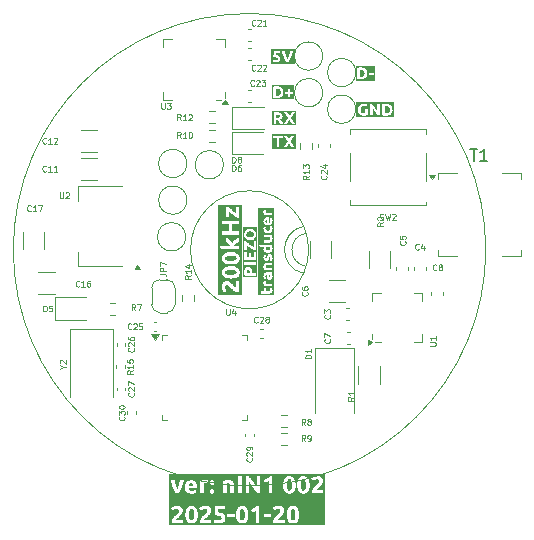
<source format=gbr>
%TF.GenerationSoftware,KiCad,Pcbnew,8.0.6*%
%TF.CreationDate,2025-02-16T20:57:11+01:00*%
%TF.ProjectId,TUSS4470_shield,54555353-3434-4373-905f-736869656c64,rev?*%
%TF.SameCoordinates,Original*%
%TF.FileFunction,Legend,Top*%
%TF.FilePolarity,Positive*%
%FSLAX46Y46*%
G04 Gerber Fmt 4.6, Leading zero omitted, Abs format (unit mm)*
G04 Created by KiCad (PCBNEW 8.0.6) date 2025-02-16 20:57:11*
%MOMM*%
%LPD*%
G01*
G04 APERTURE LIST*
%ADD10C,0.100000*%
%ADD11C,0.250000*%
%ADD12C,0.300000*%
%ADD13C,0.200000*%
%ADD14C,0.125000*%
%ADD15C,0.150000*%
%ADD16C,0.120000*%
G04 APERTURE END LIST*
D10*
X120000000Y-95000000D02*
G75*
G02*
X80000000Y-95000000I-20000000J0D01*
G01*
X80000000Y-95000000D02*
G75*
G02*
X120000000Y-95000000I20000000J0D01*
G01*
X104767505Y-96394971D02*
G75*
G02*
X104800000Y-93600001I232495J1394971D01*
G01*
X105000000Y-95000000D02*
G75*
G02*
X95000000Y-95000000I-5000000J0D01*
G01*
X95000000Y-95000000D02*
G75*
G02*
X105000000Y-95000000I5000000J0D01*
G01*
X104600001Y-96999998D02*
G75*
G02*
X104600000Y-93000002I399999J1999998D01*
G01*
D11*
G36*
X109472796Y-79750307D02*
G01*
X109526216Y-79757542D01*
X109573403Y-79770205D01*
X109620575Y-79791837D01*
X109664096Y-79825603D01*
X109689910Y-79857022D01*
X109713277Y-79900167D01*
X109729374Y-79950301D01*
X109737385Y-79998835D01*
X109740055Y-80052505D01*
X109738811Y-80087321D01*
X109730647Y-80143602D01*
X109714862Y-80193970D01*
X109691457Y-80238424D01*
X109660432Y-80276964D01*
X109655388Y-80281953D01*
X109615415Y-80312440D01*
X109567285Y-80335167D01*
X109519537Y-80348471D01*
X109465796Y-80356073D01*
X109416434Y-80358053D01*
X109367585Y-80357320D01*
X109331926Y-80355122D01*
X109331926Y-79752819D01*
X109376866Y-79749155D01*
X109423517Y-79748422D01*
X109472796Y-79750307D01*
G37*
G36*
X110627093Y-80670631D02*
G01*
X108987595Y-80670631D01*
X108987595Y-79584780D01*
X109112595Y-79584780D01*
X109112595Y-79752819D01*
X109112595Y-80520230D01*
X109165135Y-80529707D01*
X109218310Y-80536644D01*
X109267201Y-80540746D01*
X109300769Y-80542650D01*
X109353909Y-80544825D01*
X109405198Y-80545631D01*
X109429247Y-80545363D01*
X109483623Y-80542650D01*
X109535569Y-80537015D01*
X109585083Y-80528458D01*
X109638695Y-80515101D01*
X109682696Y-80500283D01*
X109729262Y-80479770D01*
X109771860Y-80455441D01*
X109815038Y-80423510D01*
X109841073Y-80399496D01*
X109875746Y-80359289D01*
X109905163Y-80314058D01*
X109926901Y-80269637D01*
X109931692Y-80257881D01*
X109947767Y-80208376D01*
X109949149Y-80201737D01*
X110094207Y-80201737D01*
X110502093Y-80201737D01*
X110502093Y-80014159D01*
X110094207Y-80014159D01*
X110094207Y-80201737D01*
X109949149Y-80201737D01*
X109958895Y-80154902D01*
X109964575Y-80104856D01*
X109966468Y-80051772D01*
X109966314Y-80035645D01*
X109963339Y-79981501D01*
X109956577Y-79930933D01*
X109944212Y-79877520D01*
X109926901Y-79828778D01*
X109913784Y-79800515D01*
X109885995Y-79753759D01*
X109852836Y-79712296D01*
X109814305Y-79676127D01*
X109780964Y-79651489D01*
X109734010Y-79624347D01*
X109688413Y-79604502D01*
X109639183Y-79588688D01*
X109619882Y-79583712D01*
X109566420Y-79572835D01*
X109517261Y-79566173D01*
X109465882Y-79562176D01*
X109412281Y-79560844D01*
X109368904Y-79561421D01*
X109320043Y-79563153D01*
X109270865Y-79565729D01*
X109265727Y-79566043D01*
X109215027Y-79570184D01*
X109165568Y-79576137D01*
X109112595Y-79584780D01*
X108987595Y-79584780D01*
X108987595Y-79435844D01*
X110627093Y-79435844D01*
X110627093Y-80670631D01*
G37*
G36*
X102372796Y-81350307D02*
G01*
X102426216Y-81357542D01*
X102473403Y-81370205D01*
X102520575Y-81391837D01*
X102564096Y-81425603D01*
X102589910Y-81457022D01*
X102613277Y-81500167D01*
X102629374Y-81550301D01*
X102637385Y-81598835D01*
X102640055Y-81652505D01*
X102638811Y-81687321D01*
X102630647Y-81743602D01*
X102614862Y-81793970D01*
X102591457Y-81838424D01*
X102560432Y-81876964D01*
X102555388Y-81881953D01*
X102515415Y-81912440D01*
X102467285Y-81935167D01*
X102419537Y-81948471D01*
X102365796Y-81956073D01*
X102316434Y-81958053D01*
X102267585Y-81957320D01*
X102231926Y-81955122D01*
X102231926Y-81352819D01*
X102276866Y-81349155D01*
X102323517Y-81348422D01*
X102372796Y-81350307D01*
G37*
G36*
X103786723Y-82270631D02*
G01*
X101887595Y-82270631D01*
X101887595Y-81184780D01*
X102012595Y-81184780D01*
X102012595Y-81352819D01*
X102012595Y-82120230D01*
X102065135Y-82129707D01*
X102118310Y-82136644D01*
X102167201Y-82140746D01*
X102200769Y-82142650D01*
X102253909Y-82144825D01*
X102305198Y-82145631D01*
X102329247Y-82145363D01*
X102383623Y-82142650D01*
X102435569Y-82137015D01*
X102485083Y-82128458D01*
X102538695Y-82115101D01*
X102582696Y-82100283D01*
X102629262Y-82079770D01*
X102671860Y-82055441D01*
X102715038Y-82023510D01*
X102741073Y-81999496D01*
X102775746Y-81959289D01*
X102805163Y-81914058D01*
X102826901Y-81869637D01*
X102831692Y-81857881D01*
X102847767Y-81808376D01*
X102858895Y-81754902D01*
X102864575Y-81704856D01*
X102866468Y-81651772D01*
X102866314Y-81635645D01*
X102865992Y-81629790D01*
X103000558Y-81629790D01*
X103000558Y-81801737D01*
X103235519Y-81801737D01*
X103235519Y-82051842D01*
X103427006Y-82051842D01*
X103427006Y-81801737D01*
X103661723Y-81801737D01*
X103661723Y-81629790D01*
X103427006Y-81629790D01*
X103427006Y-81379685D01*
X103235519Y-81379685D01*
X103235519Y-81629790D01*
X103000558Y-81629790D01*
X102865992Y-81629790D01*
X102863339Y-81581501D01*
X102856577Y-81530933D01*
X102844212Y-81477520D01*
X102826901Y-81428778D01*
X102813784Y-81400515D01*
X102785995Y-81353759D01*
X102752836Y-81312296D01*
X102714305Y-81276127D01*
X102680964Y-81251489D01*
X102634010Y-81224347D01*
X102588413Y-81204502D01*
X102539183Y-81188688D01*
X102519882Y-81183712D01*
X102466420Y-81172835D01*
X102417261Y-81166173D01*
X102365882Y-81162176D01*
X102312281Y-81160844D01*
X102268904Y-81161421D01*
X102220043Y-81163153D01*
X102170865Y-81165729D01*
X102165727Y-81166043D01*
X102115027Y-81170184D01*
X102065568Y-81176137D01*
X102012595Y-81184780D01*
X101887595Y-81184780D01*
X101887595Y-81035844D01*
X103786723Y-81035844D01*
X103786723Y-82270631D01*
G37*
G36*
X102364325Y-83548452D02*
G01*
X102418694Y-83551356D01*
X102469541Y-83560157D01*
X102517272Y-83578464D01*
X102532892Y-83588778D01*
X102562545Y-83628315D01*
X102571493Y-83679092D01*
X102570188Y-83701093D01*
X102554569Y-83748473D01*
X102518004Y-83783628D01*
X102491237Y-83795524D01*
X102441320Y-83807450D01*
X102391494Y-83812698D01*
X102340684Y-83814159D01*
X102278891Y-83814159D01*
X102278891Y-83552819D01*
X102314794Y-83549888D01*
X102357781Y-83548422D01*
X102364325Y-83548452D01*
G37*
G36*
X103968754Y-84455000D02*
G01*
X101934560Y-84455000D01*
X101934560Y-83386245D01*
X102059560Y-83386245D01*
X102059560Y-83552819D01*
X102059560Y-84330000D01*
X102278891Y-84330000D01*
X102278891Y-84001737D01*
X102387334Y-84001737D01*
X102413667Y-84032427D01*
X102443510Y-84071102D01*
X102471965Y-84110608D01*
X102500663Y-84152435D01*
X102502463Y-84155109D01*
X102530871Y-84198607D01*
X102556839Y-84240607D01*
X102558563Y-84243430D01*
X102584194Y-84285547D01*
X102611061Y-84330000D01*
X102857258Y-84330000D01*
X102922470Y-84330000D01*
X103172819Y-84330000D01*
X103186597Y-84305008D01*
X103212142Y-84261612D01*
X103215513Y-84256054D01*
X103241584Y-84214312D01*
X103269051Y-84172463D01*
X103270928Y-84169674D01*
X103299032Y-84129049D01*
X103328891Y-84088199D01*
X103346641Y-84065010D01*
X103378472Y-84025917D01*
X103398228Y-84044955D01*
X103431806Y-84082077D01*
X103462834Y-84122870D01*
X103491312Y-84167334D01*
X103506310Y-84193008D01*
X103532345Y-84238981D01*
X103557143Y-84284645D01*
X103580705Y-84330000D01*
X103843754Y-84330000D01*
X103825167Y-84297150D01*
X103800487Y-84254506D01*
X103772581Y-84207210D01*
X103746094Y-84162969D01*
X103717237Y-84115310D01*
X103701821Y-84090420D01*
X103674372Y-84048021D01*
X103644729Y-84004477D01*
X103612892Y-83959788D01*
X103578860Y-83913955D01*
X103542634Y-83866976D01*
X103512073Y-83828569D01*
X103828367Y-83360844D01*
X103578018Y-83360844D01*
X103388242Y-83641479D01*
X103202373Y-83360844D01*
X102936392Y-83360844D01*
X103254396Y-83839316D01*
X103222728Y-83882070D01*
X103191991Y-83924085D01*
X103162183Y-83965361D01*
X103133305Y-84005897D01*
X103099880Y-84053564D01*
X103067795Y-84100167D01*
X103062595Y-84107830D01*
X103032290Y-84153156D01*
X103003513Y-84197366D01*
X102976265Y-84240459D01*
X102950545Y-84282437D01*
X102922470Y-84330000D01*
X102857258Y-84330000D01*
X102850842Y-84317516D01*
X102827367Y-84273405D01*
X102802303Y-84228639D01*
X102794880Y-84215759D01*
X102768360Y-84171701D01*
X102740998Y-84129232D01*
X102735082Y-84120290D01*
X102707246Y-84079471D01*
X102677006Y-84037397D01*
X102647372Y-83998381D01*
X102615213Y-83959483D01*
X102631472Y-83952275D01*
X102675869Y-83927690D01*
X102717495Y-83895160D01*
X102751012Y-83857145D01*
X102764592Y-83835806D01*
X102784847Y-83787368D01*
X102795205Y-83737207D01*
X102798151Y-83687397D01*
X102797695Y-83666797D01*
X102790854Y-83609132D01*
X102775805Y-83557666D01*
X102752546Y-83512400D01*
X102721079Y-83473334D01*
X102681403Y-83440467D01*
X102658609Y-83426238D01*
X102607598Y-83401977D01*
X102559567Y-83386037D01*
X102506514Y-83373985D01*
X102448441Y-83365820D01*
X102398367Y-83362088D01*
X102345080Y-83360844D01*
X102309851Y-83361288D01*
X102258852Y-83363263D01*
X102208060Y-83366461D01*
X102160604Y-83370807D01*
X102109505Y-83377516D01*
X102059560Y-83386245D01*
X101934560Y-83386245D01*
X101934560Y-83235844D01*
X103968754Y-83235844D01*
X103968754Y-84455000D01*
G37*
G36*
X103936025Y-86455000D02*
G01*
X101882780Y-86455000D01*
X101882780Y-85548422D01*
X102007780Y-85548422D01*
X102301849Y-85548422D01*
X102301849Y-86330000D01*
X102521423Y-86330000D01*
X102889741Y-86330000D01*
X103140090Y-86330000D01*
X103153868Y-86305008D01*
X103179413Y-86261612D01*
X103182784Y-86256054D01*
X103208855Y-86214312D01*
X103236322Y-86172463D01*
X103238199Y-86169674D01*
X103266303Y-86129049D01*
X103296161Y-86088199D01*
X103313912Y-86065010D01*
X103345743Y-86025917D01*
X103365499Y-86044955D01*
X103399077Y-86082077D01*
X103430105Y-86122870D01*
X103458583Y-86167334D01*
X103473581Y-86193008D01*
X103499616Y-86238981D01*
X103524414Y-86284645D01*
X103547976Y-86330000D01*
X103811025Y-86330000D01*
X103792438Y-86297150D01*
X103767758Y-86254506D01*
X103739851Y-86207210D01*
X103713364Y-86162969D01*
X103684508Y-86115310D01*
X103669092Y-86090420D01*
X103641643Y-86048021D01*
X103612000Y-86004477D01*
X103580162Y-85959788D01*
X103546131Y-85913955D01*
X103509904Y-85866976D01*
X103479344Y-85828569D01*
X103795638Y-85360844D01*
X103545289Y-85360844D01*
X103355512Y-85641479D01*
X103169644Y-85360844D01*
X102903663Y-85360844D01*
X103221667Y-85839316D01*
X103189999Y-85882070D01*
X103159261Y-85924085D01*
X103129454Y-85965361D01*
X103100576Y-86005897D01*
X103067151Y-86053564D01*
X103035066Y-86100167D01*
X103029866Y-86107830D01*
X102999561Y-86153156D01*
X102970784Y-86197366D01*
X102943536Y-86240459D01*
X102917816Y-86282437D01*
X102889741Y-86330000D01*
X102521423Y-86330000D01*
X102521423Y-85548422D01*
X102815247Y-85548422D01*
X102815247Y-85360844D01*
X102007780Y-85360844D01*
X102007780Y-85548422D01*
X101882780Y-85548422D01*
X101882780Y-85235844D01*
X103936025Y-85235844D01*
X103936025Y-86455000D01*
G37*
D12*
G36*
X98464065Y-96701624D02*
G01*
X98540529Y-96704862D01*
X98617435Y-96711741D01*
X98628649Y-96713117D01*
X98701699Y-96725479D01*
X98773506Y-96745446D01*
X98814877Y-96763349D01*
X98874623Y-96808827D01*
X98893556Y-96835646D01*
X98910526Y-96907745D01*
X98907686Y-96939537D01*
X98874623Y-97006297D01*
X98840614Y-97035432D01*
X98773506Y-97069312D01*
X98765211Y-97072282D01*
X98691847Y-97092226D01*
X98617435Y-97104117D01*
X98570838Y-97108765D01*
X98496563Y-97113247D01*
X98417034Y-97114741D01*
X98370073Y-97114233D01*
X98294055Y-97110996D01*
X98218098Y-97104117D01*
X98206974Y-97102736D01*
X98134475Y-97090103D01*
X98063126Y-97069312D01*
X98021547Y-97050957D01*
X97961643Y-97006297D01*
X97942709Y-96979829D01*
X97925739Y-96907745D01*
X97928579Y-96876074D01*
X97961643Y-96808827D01*
X97995712Y-96778925D01*
X98063126Y-96745446D01*
X98071373Y-96742610D01*
X98144257Y-96723421D01*
X98218098Y-96711741D01*
X98264054Y-96707092D01*
X98337710Y-96702610D01*
X98417034Y-96701116D01*
X98464065Y-96701624D01*
G37*
G36*
X98464065Y-95508742D02*
G01*
X98540529Y-95511980D01*
X98617435Y-95518859D01*
X98628649Y-95520235D01*
X98701699Y-95532597D01*
X98773506Y-95552564D01*
X98814877Y-95570467D01*
X98874623Y-95615945D01*
X98893556Y-95642764D01*
X98910526Y-95714863D01*
X98907686Y-95746654D01*
X98874623Y-95813415D01*
X98840614Y-95842550D01*
X98773506Y-95876430D01*
X98765211Y-95879400D01*
X98691847Y-95899344D01*
X98617435Y-95911235D01*
X98570838Y-95915883D01*
X98496563Y-95920365D01*
X98417034Y-95921859D01*
X98370073Y-95921351D01*
X98294055Y-95918114D01*
X98218098Y-95911235D01*
X98206974Y-95909854D01*
X98134475Y-95897221D01*
X98063126Y-95876430D01*
X98021547Y-95858075D01*
X97961643Y-95813415D01*
X97942709Y-95786947D01*
X97925739Y-95714863D01*
X97928579Y-95683192D01*
X97961643Y-95615945D01*
X97995712Y-95586043D01*
X98063126Y-95552564D01*
X98071373Y-95549728D01*
X98144257Y-95530539D01*
X98218098Y-95518859D01*
X98264054Y-95514210D01*
X98337710Y-95509728D01*
X98417034Y-95508234D01*
X98464065Y-95508742D01*
G37*
G36*
X99335114Y-98792661D02*
G01*
X97337021Y-98792661D01*
X97337021Y-98144958D01*
X97667819Y-98144958D01*
X97669187Y-98188712D01*
X97678548Y-98265261D01*
X97696776Y-98338970D01*
X97723872Y-98409839D01*
X97734650Y-98432718D01*
X97770189Y-98498110D01*
X97815319Y-98565057D01*
X97866388Y-98625994D01*
X98073750Y-98469923D01*
X98034916Y-98425593D01*
X98027254Y-98416042D01*
X97986189Y-98354884D01*
X97974328Y-98333841D01*
X97943691Y-98264392D01*
X97934224Y-98232572D01*
X97925739Y-98157780D01*
X97932962Y-98094338D01*
X97963475Y-98026988D01*
X98018975Y-97985824D01*
X98093534Y-97974232D01*
X98104050Y-97974530D01*
X98176699Y-97993283D01*
X98197055Y-98003724D01*
X98258398Y-98046039D01*
X98289430Y-98072812D01*
X98342295Y-98124075D01*
X98380854Y-98164056D01*
X98433520Y-98218963D01*
X98457151Y-98243470D01*
X98508350Y-98296920D01*
X98559549Y-98350854D01*
X98579474Y-98371246D01*
X98633455Y-98421166D01*
X98695104Y-98469923D01*
X98713331Y-98482803D01*
X98780009Y-98523014D01*
X98851175Y-98555652D01*
X98888687Y-98568357D01*
X98962630Y-98583673D01*
X99035823Y-98588258D01*
X99086381Y-98588258D01*
X99145000Y-98583862D01*
X99145000Y-97608967D01*
X98887079Y-97608967D01*
X98887079Y-98238014D01*
X98833956Y-98205408D01*
X98819463Y-98193517D01*
X98763981Y-98145324D01*
X98742870Y-98125956D01*
X98689975Y-98074616D01*
X98676494Y-98060920D01*
X98624030Y-98005739D01*
X98609827Y-97990409D01*
X98558586Y-97936213D01*
X98504961Y-97881175D01*
X98489219Y-97865530D01*
X98432859Y-97813929D01*
X98374535Y-97767236D01*
X98366043Y-97760991D01*
X98301074Y-97718895D01*
X98233852Y-97685170D01*
X98224668Y-97681311D01*
X98154241Y-97660300D01*
X98081078Y-97653297D01*
X98063254Y-97653548D01*
X97984674Y-97661362D01*
X97908886Y-97681873D01*
X97899451Y-97685568D01*
X97834434Y-97721128D01*
X97779560Y-97770533D01*
X97763540Y-97790115D01*
X97724872Y-97853507D01*
X97697128Y-97923674D01*
X97680441Y-97991641D01*
X97670681Y-98068093D01*
X97667819Y-98144958D01*
X97337021Y-98144958D01*
X97337021Y-96907745D01*
X97667819Y-96907745D01*
X97672685Y-96980596D01*
X97689277Y-97055525D01*
X97717644Y-97125000D01*
X97753257Y-97182995D01*
X97802763Y-97240592D01*
X97863091Y-97291695D01*
X97887592Y-97308588D01*
X97954854Y-97346362D01*
X98022731Y-97374914D01*
X98097564Y-97398307D01*
X98106283Y-97400584D01*
X98178972Y-97416194D01*
X98256882Y-97427180D01*
X98340012Y-97433539D01*
X98417034Y-97435310D01*
X98505247Y-97433118D01*
X98588172Y-97426540D01*
X98665806Y-97415578D01*
X98755412Y-97395709D01*
X98836753Y-97368988D01*
X98909829Y-97335416D01*
X98974640Y-97294993D01*
X99009275Y-97267746D01*
X99068326Y-97207631D01*
X99113749Y-97140019D01*
X99145546Y-97064912D01*
X99163715Y-96982308D01*
X99168447Y-96907745D01*
X99167690Y-96877296D01*
X99156334Y-96790944D01*
X99131351Y-96712088D01*
X99092741Y-96640729D01*
X99040504Y-96576866D01*
X98974640Y-96520498D01*
X98962339Y-96511866D01*
X98895875Y-96472812D01*
X98821146Y-96440611D01*
X98738152Y-96415260D01*
X98665806Y-96399913D01*
X98588172Y-96388951D01*
X98505247Y-96382373D01*
X98417034Y-96380181D01*
X98329341Y-96382373D01*
X98246880Y-96388951D01*
X98169652Y-96399913D01*
X98080474Y-96419782D01*
X97999471Y-96446503D01*
X97926644Y-96480075D01*
X97861992Y-96520498D01*
X97827291Y-96547745D01*
X97768129Y-96607860D01*
X97722620Y-96675472D01*
X97690763Y-96750579D01*
X97672559Y-96833183D01*
X97667819Y-96907745D01*
X97337021Y-96907745D01*
X97337021Y-95714863D01*
X97667819Y-95714863D01*
X97672685Y-95787714D01*
X97689277Y-95862643D01*
X97717644Y-95932117D01*
X97753257Y-95990113D01*
X97802763Y-96047710D01*
X97863091Y-96098813D01*
X97887592Y-96115706D01*
X97954854Y-96153480D01*
X98022731Y-96182032D01*
X98097564Y-96205425D01*
X98106283Y-96207702D01*
X98178972Y-96223312D01*
X98256882Y-96234297D01*
X98340012Y-96240657D01*
X98417034Y-96242428D01*
X98505247Y-96240236D01*
X98588172Y-96233658D01*
X98665806Y-96222696D01*
X98755412Y-96202827D01*
X98836753Y-96176106D01*
X98909829Y-96142534D01*
X98974640Y-96102110D01*
X99009275Y-96074864D01*
X99068326Y-96014749D01*
X99113749Y-95947137D01*
X99145546Y-95872030D01*
X99163715Y-95789426D01*
X99168447Y-95714863D01*
X99167690Y-95684414D01*
X99156334Y-95598062D01*
X99131351Y-95519206D01*
X99092741Y-95447847D01*
X99040504Y-95383984D01*
X98974640Y-95327616D01*
X98962339Y-95318984D01*
X98895875Y-95279930D01*
X98821146Y-95247729D01*
X98738152Y-95222378D01*
X98665806Y-95207031D01*
X98588172Y-95196069D01*
X98505247Y-95189491D01*
X98417034Y-95187299D01*
X98329341Y-95189491D01*
X98246880Y-95196069D01*
X98169652Y-95207031D01*
X98080474Y-95226900D01*
X97999471Y-95253621D01*
X97926644Y-95287193D01*
X97861992Y-95327616D01*
X97827291Y-95354863D01*
X97768129Y-95414978D01*
X97722620Y-95482590D01*
X97690763Y-95557697D01*
X97672559Y-95640301D01*
X97667819Y-95714863D01*
X97337021Y-95714863D01*
X97337021Y-94659368D01*
X97503688Y-94659368D01*
X97554246Y-94973709D01*
X99145000Y-94973709D01*
X99145000Y-94659368D01*
X98661032Y-94659368D01*
X98707927Y-94606337D01*
X98764347Y-94552756D01*
X98771971Y-94546045D01*
X98830515Y-94497085D01*
X98891475Y-94450540D01*
X98899764Y-94444471D01*
X98961932Y-94400319D01*
X99024099Y-94358583D01*
X99079878Y-94322579D01*
X99145000Y-94281646D01*
X99145000Y-93920778D01*
X99122889Y-93932409D01*
X99057172Y-93969354D01*
X98991127Y-94009438D01*
X98948995Y-94036480D01*
X98885797Y-94079534D01*
X98822599Y-94125575D01*
X98780811Y-94157518D01*
X98719416Y-94206376D01*
X98659567Y-94256367D01*
X98635383Y-94277335D01*
X98577611Y-94330930D01*
X98523646Y-94387159D01*
X98508333Y-94371393D01*
X98455189Y-94317450D01*
X98402745Y-94265435D01*
X98343669Y-94208351D01*
X98285509Y-94153785D01*
X98278262Y-94147117D01*
X98219518Y-94093410D01*
X98159400Y-94039062D01*
X98097908Y-93984073D01*
X98042976Y-93935432D01*
X98042976Y-94308757D01*
X98067325Y-94330545D01*
X98121744Y-94379832D01*
X98162156Y-94416788D01*
X98216999Y-94467393D01*
X98263952Y-94511475D01*
X98317749Y-94563381D01*
X98361607Y-94606096D01*
X98415935Y-94659368D01*
X97503688Y-94659368D01*
X97337021Y-94659368D01*
X97337021Y-92855757D01*
X97691266Y-92855757D01*
X98254002Y-92855757D01*
X98254002Y-93408600D01*
X97691266Y-93408600D01*
X97691266Y-93737595D01*
X99145000Y-93737595D01*
X99145000Y-93408600D01*
X98535369Y-93408600D01*
X98535369Y-92855757D01*
X99145000Y-92855757D01*
X99145000Y-92526395D01*
X97691266Y-92526395D01*
X97691266Y-92855757D01*
X97337021Y-92855757D01*
X97337021Y-91385170D01*
X98042976Y-91385170D01*
X98042976Y-92267009D01*
X98300896Y-92267009D01*
X98300896Y-91794399D01*
X98331160Y-91819769D01*
X98391457Y-91869676D01*
X98451838Y-91918963D01*
X98504353Y-91961202D01*
X98563359Y-92007914D01*
X98623663Y-92054884D01*
X98678775Y-92097095D01*
X98739233Y-92142122D01*
X98799518Y-92185676D01*
X98837265Y-92212066D01*
X98899364Y-92253307D01*
X98962916Y-92292288D01*
X99145000Y-92292288D01*
X99145000Y-91374546D01*
X98887079Y-91374546D01*
X98887079Y-91910537D01*
X98825389Y-91866872D01*
X98762228Y-91820003D01*
X98703531Y-91774616D01*
X98697608Y-91769923D01*
X98639291Y-91723154D01*
X98582619Y-91676672D01*
X98522180Y-91625872D01*
X98479888Y-91589487D01*
X98419970Y-91537229D01*
X98364277Y-91487752D01*
X98307126Y-91436381D01*
X98250338Y-91385170D01*
X98042976Y-91385170D01*
X97337021Y-91385170D01*
X97337021Y-91207879D01*
X99335114Y-91207879D01*
X99335114Y-98792661D01*
G37*
D11*
G36*
X101772219Y-97161863D02*
G01*
X101772641Y-97170712D01*
X101773684Y-97220969D01*
X101770862Y-97263772D01*
X101756587Y-97311828D01*
X101741572Y-97330600D01*
X101694794Y-97344801D01*
X101656936Y-97333565D01*
X101632756Y-97302791D01*
X101620544Y-97256873D01*
X101619800Y-97250290D01*
X101617369Y-97201430D01*
X101620300Y-97155024D01*
X101625917Y-97116922D01*
X101768066Y-97116922D01*
X101772219Y-97161863D01*
G37*
G36*
X101771730Y-94822505D02*
G01*
X101771967Y-94825513D01*
X101773684Y-94874528D01*
X101768970Y-94919546D01*
X101750405Y-94965490D01*
X101714089Y-95004221D01*
X101706460Y-95009486D01*
X101659181Y-95032370D01*
X101608386Y-95044258D01*
X101556308Y-95047697D01*
X101543716Y-95047551D01*
X101486750Y-95042450D01*
X101431584Y-95026711D01*
X101385412Y-94995086D01*
X101358828Y-94949180D01*
X101351632Y-94898464D01*
X101352041Y-94884394D01*
X101360181Y-94834717D01*
X101361777Y-94828869D01*
X101381186Y-94783182D01*
X101766845Y-94783182D01*
X101771730Y-94822505D01*
G37*
G36*
X101492316Y-92712491D02*
G01*
X101489022Y-92711953D01*
X101440293Y-92699302D01*
X101437081Y-92698112D01*
X101394863Y-92673168D01*
X101392452Y-92671028D01*
X101363600Y-92630914D01*
X101358937Y-92619333D01*
X101351632Y-92570341D01*
X101352079Y-92557032D01*
X101364333Y-92509281D01*
X101365119Y-92507747D01*
X101396329Y-92468492D01*
X101397541Y-92467478D01*
X101440781Y-92444556D01*
X101443930Y-92443604D01*
X101492316Y-92435275D01*
X101492316Y-92712491D01*
G37*
G36*
X102070631Y-98833653D02*
G01*
X100710792Y-98833653D01*
X100710792Y-98498848D01*
X100976475Y-98498848D01*
X101010425Y-98708653D01*
X101628360Y-98708653D01*
X101658954Y-98708022D01*
X101708573Y-98704003D01*
X101758297Y-98695464D01*
X101769135Y-98692767D01*
X101815685Y-98675469D01*
X101858192Y-98648325D01*
X101865773Y-98641764D01*
X101898910Y-98603099D01*
X101922672Y-98558199D01*
X101935744Y-98515918D01*
X101943389Y-98466653D01*
X101945631Y-98415806D01*
X101945532Y-98403351D01*
X101942822Y-98353646D01*
X101934396Y-98301988D01*
X101924582Y-98265654D01*
X101907773Y-98217480D01*
X101749748Y-98247034D01*
X101755682Y-98264160D01*
X101767334Y-98312491D01*
X101770403Y-98332513D01*
X101773684Y-98382100D01*
X101773645Y-98386450D01*
X101764990Y-98437688D01*
X101734117Y-98475645D01*
X101726464Y-98479792D01*
X101677745Y-98495019D01*
X101628360Y-98498848D01*
X101367264Y-98498848D01*
X101367264Y-98247034D01*
X101195317Y-98247034D01*
X101195317Y-98498848D01*
X100976475Y-98498848D01*
X100710792Y-98498848D01*
X100710792Y-97776378D01*
X101179685Y-97776378D01*
X101179840Y-97793900D01*
X101182158Y-97844613D01*
X101187997Y-97897698D01*
X101197271Y-97947348D01*
X101205070Y-97979919D01*
X101218929Y-98031187D01*
X101234640Y-98080216D01*
X101930000Y-98080216D01*
X101930000Y-97870655D01*
X101362868Y-97870655D01*
X101355296Y-97829134D01*
X101351632Y-97781995D01*
X101352732Y-97750030D01*
X101359448Y-97700418D01*
X101363310Y-97681993D01*
X101374347Y-97634228D01*
X101207773Y-97599057D01*
X101195806Y-97639846D01*
X101187501Y-97687718D01*
X101181884Y-97735589D01*
X101179685Y-97776378D01*
X100710792Y-97776378D01*
X100710792Y-97237822D01*
X101179685Y-97237822D01*
X101180043Y-97260648D01*
X101183349Y-97310362D01*
X101185150Y-97328085D01*
X101191653Y-97378506D01*
X101193216Y-97388468D01*
X101202889Y-97438346D01*
X101214856Y-97484019D01*
X101381186Y-97457397D01*
X101368668Y-97415814D01*
X101359448Y-97367271D01*
X101358502Y-97360762D01*
X101353350Y-97311582D01*
X101351632Y-97261758D01*
X101352140Y-97242478D01*
X101359754Y-97193614D01*
X101384117Y-97149406D01*
X101418957Y-97126090D01*
X101469602Y-97116922D01*
X101489385Y-97116922D01*
X101488692Y-97119442D01*
X101480348Y-97168457D01*
X101478263Y-97191215D01*
X101477938Y-97201430D01*
X101476685Y-97240753D01*
X101476872Y-97255774D01*
X101480471Y-97307386D01*
X101488653Y-97357501D01*
X101489400Y-97361000D01*
X101504040Y-97410563D01*
X101526755Y-97457397D01*
X101557468Y-97496536D01*
X101597341Y-97527006D01*
X101605845Y-97531633D01*
X101653455Y-97547940D01*
X101705540Y-97552896D01*
X101721886Y-97552544D01*
X101770527Y-97546554D01*
X101818136Y-97530425D01*
X101859535Y-97503009D01*
X101892386Y-97465701D01*
X101897559Y-97457637D01*
X101919237Y-97413065D01*
X101933175Y-97365073D01*
X101938028Y-97338891D01*
X101943879Y-97286858D01*
X101945631Y-97234891D01*
X101945303Y-97200146D01*
X101943414Y-97147978D01*
X101939282Y-97094324D01*
X101932198Y-97040963D01*
X101928160Y-97016716D01*
X101919149Y-96965579D01*
X101909239Y-96915666D01*
X101478394Y-96915666D01*
X101457410Y-96916048D01*
X101405751Y-96920612D01*
X101354808Y-96931297D01*
X101347913Y-96933307D01*
X101300396Y-96953850D01*
X101260286Y-96984054D01*
X101248591Y-96996264D01*
X101220541Y-97036922D01*
X101200690Y-97083217D01*
X101199398Y-97087109D01*
X101187091Y-97138543D01*
X101181347Y-97188069D01*
X101179685Y-97237822D01*
X100710792Y-97237822D01*
X100710792Y-96414968D01*
X101179685Y-96414968D01*
X101179895Y-96438041D01*
X101181903Y-96489008D01*
X101186035Y-96538660D01*
X101193119Y-96592288D01*
X101199958Y-96632497D01*
X101209760Y-96681502D01*
X101221939Y-96730041D01*
X101930000Y-96730041D01*
X101930000Y-96520481D01*
X101358471Y-96520481D01*
X101353831Y-96475540D01*
X101351632Y-96427669D01*
X101352004Y-96414340D01*
X101362196Y-96366058D01*
X101393886Y-96327773D01*
X101433889Y-96311401D01*
X101485161Y-96303032D01*
X101537501Y-96300907D01*
X101930000Y-96300907D01*
X101930000Y-96091346D01*
X101515764Y-96091346D01*
X101479020Y-96092323D01*
X101427168Y-96097452D01*
X101379232Y-96106978D01*
X101364112Y-96111157D01*
X101315399Y-96131012D01*
X101273230Y-96159002D01*
X101259758Y-96171018D01*
X101227300Y-96211517D01*
X101204110Y-96258164D01*
X101201152Y-96266104D01*
X101188296Y-96314207D01*
X101181617Y-96364448D01*
X101179685Y-96414968D01*
X100710792Y-96414968D01*
X100710792Y-95639497D01*
X101179685Y-95639497D01*
X101179933Y-95656155D01*
X101184689Y-95710912D01*
X101195500Y-95760153D01*
X101215269Y-95809673D01*
X101242944Y-95851988D01*
X101268181Y-95878301D01*
X101312056Y-95907562D01*
X101363158Y-95924574D01*
X101414647Y-95929413D01*
X101460335Y-95926468D01*
X101510146Y-95914026D01*
X101538276Y-95900551D01*
X101578290Y-95870307D01*
X101597524Y-95847558D01*
X101619811Y-95802163D01*
X101631732Y-95762396D01*
X101644724Y-95712526D01*
X101658916Y-95663392D01*
X101678674Y-95618492D01*
X101679809Y-95616584D01*
X101721172Y-95587473D01*
X101762937Y-95611409D01*
X101770997Y-95643771D01*
X101773684Y-95692986D01*
X101773579Y-95703259D01*
X101769897Y-95755076D01*
X101761716Y-95804117D01*
X101758579Y-95818119D01*
X101745316Y-95866464D01*
X101728499Y-95913782D01*
X101900446Y-95948953D01*
X101914940Y-95907780D01*
X101928778Y-95858339D01*
X101930819Y-95850028D01*
X101939690Y-95799713D01*
X101944298Y-95747210D01*
X101945631Y-95694452D01*
X101944685Y-95657903D01*
X101939716Y-95607073D01*
X101928536Y-95553827D01*
X101911559Y-95507102D01*
X101885059Y-95461688D01*
X101851170Y-95425678D01*
X101804433Y-95397464D01*
X101755233Y-95383317D01*
X101706273Y-95379378D01*
X101667607Y-95381112D01*
X101618346Y-95389881D01*
X101590765Y-95399956D01*
X101549225Y-95426517D01*
X101525169Y-95452864D01*
X101503307Y-95497592D01*
X101497712Y-95515286D01*
X101484588Y-95563118D01*
X101473265Y-95611409D01*
X101471334Y-95619652D01*
X101459099Y-95667096D01*
X101443956Y-95701535D01*
X101425882Y-95718387D01*
X101404145Y-95722540D01*
X101383683Y-95717830D01*
X101356761Y-95676016D01*
X101351632Y-95624110D01*
X101353779Y-95576325D01*
X101361402Y-95527878D01*
X101369142Y-95496531D01*
X101383872Y-95448255D01*
X101217543Y-95411618D01*
X101216675Y-95413933D01*
X101202499Y-95460872D01*
X101191653Y-95510293D01*
X101186990Y-95537596D01*
X101181368Y-95589729D01*
X101179685Y-95639497D01*
X100710792Y-95639497D01*
X100710792Y-94573621D01*
X100835792Y-94573621D01*
X100869497Y-94783182D01*
X101211926Y-94783182D01*
X101203000Y-94805092D01*
X101188234Y-94852791D01*
X101183025Y-94879925D01*
X101181811Y-94898464D01*
X101179685Y-94930949D01*
X101181791Y-94973933D01*
X101190085Y-95022692D01*
X101206308Y-95071144D01*
X101217033Y-95093381D01*
X101245984Y-95137023D01*
X101282756Y-95174459D01*
X101312640Y-95196662D01*
X101357834Y-95221397D01*
X101404633Y-95239183D01*
X101409123Y-95240565D01*
X101460778Y-95252876D01*
X101511344Y-95259459D01*
X101565345Y-95261653D01*
X101570823Y-95261628D01*
X101623717Y-95258594D01*
X101673176Y-95250504D01*
X101723614Y-95235764D01*
X101757472Y-95221262D01*
X101803337Y-95194128D01*
X101843293Y-95160537D01*
X101871911Y-95127507D01*
X101898266Y-95086105D01*
X101919253Y-95039392D01*
X101923967Y-95025757D01*
X101936332Y-94977824D01*
X101943544Y-94926075D01*
X101945631Y-94876238D01*
X101945116Y-94847181D01*
X101941967Y-94796615D01*
X101939094Y-94765680D01*
X101932930Y-94715038D01*
X101928837Y-94687904D01*
X101919741Y-94638346D01*
X101916287Y-94622726D01*
X101903377Y-94573621D01*
X100835792Y-94573621D01*
X100710792Y-94573621D01*
X100710792Y-93959351D01*
X101195317Y-93959351D01*
X101766601Y-93959351D01*
X101771730Y-94004535D01*
X101773684Y-94052163D01*
X101773289Y-94065450D01*
X101762449Y-94113651D01*
X101728743Y-94152058D01*
X101686955Y-94168281D01*
X101634770Y-94176575D01*
X101582198Y-94178681D01*
X101195317Y-94178681D01*
X101195317Y-94388485D01*
X101603935Y-94388485D01*
X101640770Y-94387523D01*
X101693103Y-94382475D01*
X101741933Y-94373098D01*
X101761125Y-94367706D01*
X101807062Y-94348944D01*
X101850132Y-94321074D01*
X101863763Y-94308993D01*
X101896729Y-94268441D01*
X101920474Y-94221912D01*
X101923520Y-94213942D01*
X101936762Y-94165711D01*
X101943641Y-94115402D01*
X101945631Y-94064863D01*
X101945421Y-94041794D01*
X101943414Y-93990864D01*
X101939282Y-93941287D01*
X101932198Y-93887787D01*
X101925359Y-93847472D01*
X101915557Y-93798369D01*
X101903377Y-93749790D01*
X101195317Y-93749790D01*
X101195317Y-93959351D01*
X100710792Y-93959351D01*
X100710792Y-93210746D01*
X101179685Y-93210746D01*
X101179715Y-93216360D01*
X101183293Y-93270370D01*
X101192834Y-93320516D01*
X101210216Y-93371214D01*
X101231267Y-93413126D01*
X101259328Y-93454491D01*
X101292526Y-93490893D01*
X101326653Y-93519334D01*
X101368270Y-93545440D01*
X101414159Y-93566120D01*
X101458571Y-93579772D01*
X101509518Y-93588950D01*
X101562658Y-93592009D01*
X101612499Y-93589886D01*
X101664679Y-93582648D01*
X101714089Y-93570272D01*
X101747855Y-93557724D01*
X101794155Y-93533063D01*
X101835233Y-93501395D01*
X101865062Y-93469381D01*
X101893081Y-93428270D01*
X101916078Y-93380983D01*
X101924592Y-93357406D01*
X101937290Y-93306172D01*
X101943784Y-93255412D01*
X101945631Y-93206594D01*
X101945357Y-93186190D01*
X101942076Y-93135763D01*
X101934396Y-93085694D01*
X101923724Y-93041115D01*
X101907529Y-92994103D01*
X101744131Y-93023656D01*
X101755262Y-93054592D01*
X101766601Y-93104012D01*
X101770917Y-93135829D01*
X101773684Y-93185345D01*
X101773630Y-93191969D01*
X101768294Y-93245957D01*
X101752122Y-93294071D01*
X101718485Y-93335310D01*
X101711408Y-93340486D01*
X101666139Y-93362984D01*
X101615668Y-93374672D01*
X101562658Y-93378053D01*
X101550927Y-93377874D01*
X101501725Y-93372656D01*
X101453945Y-93358383D01*
X101409762Y-93332379D01*
X101376667Y-93295380D01*
X101357309Y-93247182D01*
X101351632Y-93193649D01*
X101352643Y-93164741D01*
X101360181Y-93115003D01*
X101364516Y-93097769D01*
X101379720Y-93050279D01*
X101220474Y-93006803D01*
X101203011Y-93053942D01*
X101190188Y-93102547D01*
X101188311Y-93111840D01*
X101181696Y-93160944D01*
X101179685Y-93210746D01*
X100710792Y-93210746D01*
X100710792Y-92573028D01*
X101179685Y-92573028D01*
X101181243Y-92606627D01*
X101189417Y-92656166D01*
X101204598Y-92704675D01*
X101218520Y-92735755D01*
X101244898Y-92778940D01*
X101277871Y-92818004D01*
X101310457Y-92846850D01*
X101351757Y-92874339D01*
X101398771Y-92897383D01*
X101417288Y-92904481D01*
X101466919Y-92918086D01*
X101515665Y-92925273D01*
X101568276Y-92927669D01*
X101617272Y-92925403D01*
X101668689Y-92917676D01*
X101717508Y-92904466D01*
X101750908Y-92891277D01*
X101796658Y-92865539D01*
X101837187Y-92832658D01*
X101866558Y-92799824D01*
X101894073Y-92758031D01*
X101916566Y-92710293D01*
X101923378Y-92691444D01*
X101936435Y-92640749D01*
X101943332Y-92590760D01*
X101945631Y-92536636D01*
X101945013Y-92506995D01*
X101941235Y-92457745D01*
X101938425Y-92433646D01*
X101930732Y-92383984D01*
X101927956Y-92369221D01*
X101916322Y-92321458D01*
X101899225Y-92276273D01*
X101737292Y-92304361D01*
X101752262Y-92347520D01*
X101763182Y-92395219D01*
X101765643Y-92409114D01*
X101771674Y-92458288D01*
X101773684Y-92508304D01*
X101770689Y-92556101D01*
X101758896Y-92606650D01*
X101735826Y-92651919D01*
X101723270Y-92667501D01*
X101681195Y-92699077D01*
X101633000Y-92712491D01*
X101633000Y-92236706D01*
X101594898Y-92234019D01*
X101555087Y-92232554D01*
X101521207Y-92233359D01*
X101468243Y-92238278D01*
X101410463Y-92250085D01*
X101358986Y-92268331D01*
X101313812Y-92293018D01*
X101274940Y-92324145D01*
X101237824Y-92367276D01*
X101209825Y-92416742D01*
X101193081Y-92464184D01*
X101183034Y-92516279D01*
X101179844Y-92570341D01*
X101179685Y-92573028D01*
X100710792Y-92573028D01*
X100710792Y-91771912D01*
X101179685Y-91771912D01*
X101179840Y-91789434D01*
X101182158Y-91840147D01*
X101187997Y-91893232D01*
X101197271Y-91942882D01*
X101205070Y-91975453D01*
X101218929Y-92026721D01*
X101234640Y-92075750D01*
X101930000Y-92075750D01*
X101930000Y-91866189D01*
X101362868Y-91866189D01*
X101355296Y-91824668D01*
X101351632Y-91777529D01*
X101352732Y-91745564D01*
X101359448Y-91695952D01*
X101363310Y-91677527D01*
X101374347Y-91629762D01*
X101207773Y-91594591D01*
X101195806Y-91635380D01*
X101187501Y-91683251D01*
X101181884Y-91731123D01*
X101179685Y-91771912D01*
X100710792Y-91771912D01*
X100710792Y-91469591D01*
X102070631Y-91469591D01*
X102070631Y-98833653D01*
G37*
G36*
X103821894Y-79270631D02*
G01*
X101828489Y-79270631D01*
X101828489Y-79095073D01*
X101953489Y-79095073D01*
X101954556Y-79095592D01*
X102001360Y-79111926D01*
X102021486Y-79117068D01*
X102070969Y-79128046D01*
X102100324Y-79133495D01*
X102151081Y-79140746D01*
X102181741Y-79143723D01*
X102230704Y-79145631D01*
X102248668Y-79145427D01*
X102299959Y-79142368D01*
X102352371Y-79134664D01*
X102399965Y-79122428D01*
X102430520Y-79111317D01*
X102477409Y-79088299D01*
X102520376Y-79057704D01*
X102537487Y-79041701D01*
X102568786Y-79003435D01*
X102592184Y-78960251D01*
X102600318Y-78938758D01*
X102612169Y-78889894D01*
X102616120Y-78837885D01*
X102614589Y-78803142D01*
X102604546Y-78747042D01*
X102585130Y-78696926D01*
X102556341Y-78652795D01*
X102518178Y-78614647D01*
X102511967Y-78609675D01*
X102470282Y-78582587D01*
X102421023Y-78560204D01*
X102374188Y-78545147D01*
X102322095Y-78533357D01*
X102264742Y-78524834D01*
X102215073Y-78520369D01*
X102218566Y-78485928D01*
X102222644Y-78434640D01*
X102226125Y-78384631D01*
X102229239Y-78332791D01*
X102580949Y-78332791D01*
X102580949Y-78160844D01*
X102709420Y-78160844D01*
X102711356Y-78166217D01*
X102729847Y-78217325D01*
X102747906Y-78266906D01*
X102764959Y-78313496D01*
X102783182Y-78363077D01*
X102802351Y-78414785D01*
X102822244Y-78467756D01*
X102839873Y-78514164D01*
X102858033Y-78561499D01*
X102876727Y-78609762D01*
X102883068Y-78625985D01*
X102902357Y-78674792D01*
X102922040Y-78723805D01*
X102942119Y-78773023D01*
X102962592Y-78822448D01*
X102983461Y-78872079D01*
X102990518Y-78888628D01*
X103011747Y-78937933D01*
X103033062Y-78986722D01*
X103054463Y-79034997D01*
X103075950Y-79082756D01*
X103097522Y-79130000D01*
X103308548Y-79130000D01*
X103315777Y-79114279D01*
X103337384Y-79066786D01*
X103358871Y-79018796D01*
X103380237Y-78970307D01*
X103401483Y-78921320D01*
X103422609Y-78871835D01*
X103429639Y-78855268D01*
X103450453Y-78805706D01*
X103470855Y-78756350D01*
X103490845Y-78707200D01*
X103510422Y-78658256D01*
X103529588Y-78609518D01*
X103548255Y-78561347D01*
X103566339Y-78514103D01*
X103583838Y-78467787D01*
X103603517Y-78414923D01*
X103622400Y-78363321D01*
X103625031Y-78356070D01*
X103642901Y-78306977D01*
X103659813Y-78260807D01*
X103677967Y-78211619D01*
X103696894Y-78160844D01*
X103463398Y-78160844D01*
X103452685Y-78190989D01*
X103435939Y-78238653D01*
X103418381Y-78289255D01*
X103402093Y-78336699D01*
X103385515Y-78385181D01*
X103368754Y-78433663D01*
X103351810Y-78482145D01*
X103334682Y-78530628D01*
X103319674Y-78572580D01*
X103302664Y-78619639D01*
X103285808Y-78665751D01*
X103267027Y-78716496D01*
X103262930Y-78727519D01*
X103245108Y-78774876D01*
X103226485Y-78823191D01*
X103207431Y-78871102D01*
X103203874Y-78862741D01*
X103183726Y-78813614D01*
X103164559Y-78764346D01*
X103146615Y-78716252D01*
X103132405Y-78676982D01*
X103113825Y-78625394D01*
X103097018Y-78578499D01*
X103079937Y-78530628D01*
X103062809Y-78482145D01*
X103045865Y-78433663D01*
X103029104Y-78385181D01*
X103012526Y-78336699D01*
X103004355Y-78312687D01*
X102986501Y-78260780D01*
X102969382Y-78211810D01*
X102951221Y-78160844D01*
X102709420Y-78160844D01*
X102580949Y-78160844D01*
X102053384Y-78160844D01*
X102050716Y-78214579D01*
X102047627Y-78269998D01*
X102044645Y-78318838D01*
X102041353Y-78368916D01*
X102037752Y-78420230D01*
X102036509Y-78437493D01*
X102032517Y-78489076D01*
X102028129Y-78540350D01*
X102023346Y-78591314D01*
X102018168Y-78641970D01*
X102012595Y-78692316D01*
X102047661Y-78692579D01*
X102099773Y-78694090D01*
X102152523Y-78697396D01*
X102203838Y-78703063D01*
X102226888Y-78706578D01*
X102275981Y-78716910D01*
X102324982Y-78733593D01*
X102352733Y-78748378D01*
X102388241Y-78783175D01*
X102397901Y-78802657D01*
X102406559Y-78851563D01*
X102395629Y-78897541D01*
X102362840Y-78937292D01*
X102322677Y-78959468D01*
X102272585Y-78970805D01*
X102222156Y-78973684D01*
X102188171Y-78972983D01*
X102134859Y-78968518D01*
X102084159Y-78959030D01*
X102038023Y-78945900D01*
X101991346Y-78928743D01*
X101953489Y-79095073D01*
X101828489Y-79095073D01*
X101828489Y-78035844D01*
X103821894Y-78035844D01*
X103821894Y-79270631D01*
G37*
D12*
G36*
X95123925Y-116928579D02*
G01*
X95191172Y-116961643D01*
X95221074Y-116995712D01*
X95254553Y-117063126D01*
X95257389Y-117071373D01*
X95276578Y-117144257D01*
X95288258Y-117218098D01*
X95292907Y-117264054D01*
X95297389Y-117337710D01*
X95298883Y-117417034D01*
X95298375Y-117464065D01*
X95295137Y-117540529D01*
X95288258Y-117617435D01*
X95286882Y-117628649D01*
X95274520Y-117701699D01*
X95254553Y-117773506D01*
X95236650Y-117814877D01*
X95191172Y-117874623D01*
X95164353Y-117893556D01*
X95092254Y-117910526D01*
X95060462Y-117907686D01*
X94993702Y-117874623D01*
X94964567Y-117840614D01*
X94930687Y-117773506D01*
X94927717Y-117765211D01*
X94907773Y-117691847D01*
X94895882Y-117617435D01*
X94891234Y-117570838D01*
X94886752Y-117496563D01*
X94885258Y-117417034D01*
X94885766Y-117370073D01*
X94889003Y-117294055D01*
X94895882Y-117218098D01*
X94897263Y-117206974D01*
X94909896Y-117134475D01*
X94930687Y-117063126D01*
X94949042Y-117021547D01*
X94993702Y-116961643D01*
X95020170Y-116942709D01*
X95092254Y-116925739D01*
X95123925Y-116928579D01*
G37*
G36*
X99416249Y-116928579D02*
G01*
X99483496Y-116961643D01*
X99513398Y-116995712D01*
X99546877Y-117063126D01*
X99549713Y-117071373D01*
X99568901Y-117144257D01*
X99580582Y-117218098D01*
X99585230Y-117264054D01*
X99589713Y-117337710D01*
X99591207Y-117417034D01*
X99590698Y-117464065D01*
X99587461Y-117540529D01*
X99580582Y-117617435D01*
X99579205Y-117628649D01*
X99566844Y-117701699D01*
X99546877Y-117773506D01*
X99528974Y-117814877D01*
X99483496Y-117874623D01*
X99456677Y-117893556D01*
X99384577Y-117910526D01*
X99352786Y-117907686D01*
X99286025Y-117874623D01*
X99256891Y-117840614D01*
X99223011Y-117773506D01*
X99220041Y-117765211D01*
X99200097Y-117691847D01*
X99188206Y-117617435D01*
X99183558Y-117570838D01*
X99179076Y-117496563D01*
X99177581Y-117417034D01*
X99178090Y-117370073D01*
X99181327Y-117294055D01*
X99188206Y-117218098D01*
X99189587Y-117206974D01*
X99202219Y-117134475D01*
X99223011Y-117063126D01*
X99241366Y-117021547D01*
X99286025Y-116961643D01*
X99312494Y-116942709D01*
X99384577Y-116925739D01*
X99416249Y-116928579D01*
G37*
G36*
X103708573Y-116928579D02*
G01*
X103775819Y-116961643D01*
X103805721Y-116995712D01*
X103839200Y-117063126D01*
X103842037Y-117071373D01*
X103861225Y-117144257D01*
X103872906Y-117218098D01*
X103877554Y-117264054D01*
X103882036Y-117337710D01*
X103883531Y-117417034D01*
X103883022Y-117464065D01*
X103879785Y-117540529D01*
X103872906Y-117617435D01*
X103871529Y-117628649D01*
X103859167Y-117701699D01*
X103839200Y-117773506D01*
X103821298Y-117814877D01*
X103775819Y-117874623D01*
X103749000Y-117893556D01*
X103676901Y-117910526D01*
X103645110Y-117907686D01*
X103578349Y-117874623D01*
X103549215Y-117840614D01*
X103515334Y-117773506D01*
X103512365Y-117765211D01*
X103492421Y-117691847D01*
X103480530Y-117617435D01*
X103475882Y-117570838D01*
X103471399Y-117496563D01*
X103469905Y-117417034D01*
X103470414Y-117370073D01*
X103473651Y-117294055D01*
X103480530Y-117218098D01*
X103481911Y-117206974D01*
X103494543Y-117134475D01*
X103515334Y-117063126D01*
X103533690Y-117021547D01*
X103578349Y-116961643D01*
X103604818Y-116942709D01*
X103676901Y-116925739D01*
X103708573Y-116928579D01*
G37*
G36*
X95076314Y-114758119D02*
G01*
X95147941Y-114776500D01*
X95150241Y-114777678D01*
X95209124Y-114824494D01*
X95210645Y-114826311D01*
X95245027Y-114891172D01*
X95246456Y-114895896D01*
X95258949Y-114968475D01*
X94843126Y-114968475D01*
X94843933Y-114963533D01*
X94862909Y-114890439D01*
X94864694Y-114885622D01*
X94902110Y-114822295D01*
X94905320Y-114818678D01*
X94965491Y-114775401D01*
X94982862Y-114768406D01*
X95056350Y-114757449D01*
X95076314Y-114758119D01*
G37*
G36*
X103408154Y-114408579D02*
G01*
X103475401Y-114441643D01*
X103505303Y-114475712D01*
X103538782Y-114543126D01*
X103541618Y-114551373D01*
X103560807Y-114624257D01*
X103572487Y-114698098D01*
X103577136Y-114744054D01*
X103581618Y-114817710D01*
X103583112Y-114897034D01*
X103582603Y-114944065D01*
X103579366Y-115020529D01*
X103572487Y-115097435D01*
X103571111Y-115108649D01*
X103558749Y-115181699D01*
X103538782Y-115253506D01*
X103520879Y-115294877D01*
X103475401Y-115354623D01*
X103448582Y-115373556D01*
X103376482Y-115390526D01*
X103344691Y-115387686D01*
X103277930Y-115354623D01*
X103248796Y-115320614D01*
X103214916Y-115253506D01*
X103211946Y-115245211D01*
X103192002Y-115171847D01*
X103180111Y-115097435D01*
X103175463Y-115050838D01*
X103170981Y-114976563D01*
X103169487Y-114897034D01*
X103169995Y-114850073D01*
X103173232Y-114774055D01*
X103180111Y-114698098D01*
X103181492Y-114686974D01*
X103194125Y-114614475D01*
X103214916Y-114543126D01*
X103233271Y-114501547D01*
X103277930Y-114441643D01*
X103304399Y-114422709D01*
X103376482Y-114405739D01*
X103408154Y-114408579D01*
G37*
G36*
X104601036Y-114408579D02*
G01*
X104668283Y-114441643D01*
X104698185Y-114475712D01*
X104731664Y-114543126D01*
X104734500Y-114551373D01*
X104753689Y-114624257D01*
X104765369Y-114698098D01*
X104770018Y-114744054D01*
X104774500Y-114817710D01*
X104775994Y-114897034D01*
X104775486Y-114944065D01*
X104772248Y-115020529D01*
X104765369Y-115097435D01*
X104763993Y-115108649D01*
X104751631Y-115181699D01*
X104731664Y-115253506D01*
X104713761Y-115294877D01*
X104668283Y-115354623D01*
X104641464Y-115373556D01*
X104569364Y-115390526D01*
X104537573Y-115387686D01*
X104470812Y-115354623D01*
X104441678Y-115320614D01*
X104407798Y-115253506D01*
X104404828Y-115245211D01*
X104384884Y-115171847D01*
X104372993Y-115097435D01*
X104368345Y-115050838D01*
X104363863Y-114976563D01*
X104362369Y-114897034D01*
X104362877Y-114850073D01*
X104366114Y-114774055D01*
X104372993Y-114698098D01*
X104374374Y-114686974D01*
X104387007Y-114614475D01*
X104407798Y-114543126D01*
X104426153Y-114501547D01*
X104470812Y-114441643D01*
X104497281Y-114422709D01*
X104569364Y-114405739D01*
X104601036Y-114408579D01*
G37*
G36*
X106420574Y-118335114D02*
G01*
X93154582Y-118335114D01*
X93154582Y-116866388D01*
X93374005Y-116866388D01*
X93530076Y-117073750D01*
X93574406Y-117034916D01*
X93583957Y-117027254D01*
X93645115Y-116986189D01*
X93666158Y-116974328D01*
X93735607Y-116943691D01*
X93767427Y-116934224D01*
X93842219Y-116925739D01*
X93905661Y-116932962D01*
X93973011Y-116963475D01*
X94014175Y-117018975D01*
X94025767Y-117093534D01*
X94025469Y-117104050D01*
X94006716Y-117176699D01*
X93996275Y-117197055D01*
X93953960Y-117258398D01*
X93927187Y-117289430D01*
X93875924Y-117342295D01*
X93835943Y-117380854D01*
X93781036Y-117433520D01*
X93756529Y-117457151D01*
X93703079Y-117508350D01*
X93649145Y-117559549D01*
X93628753Y-117579474D01*
X93578833Y-117633455D01*
X93530076Y-117695104D01*
X93517196Y-117713331D01*
X93476985Y-117780009D01*
X93444347Y-117851175D01*
X93431642Y-117888687D01*
X93416326Y-117962630D01*
X93411741Y-118035823D01*
X93411741Y-118086381D01*
X93416137Y-118145000D01*
X94391032Y-118145000D01*
X94391032Y-117887079D01*
X93761985Y-117887079D01*
X93794591Y-117833956D01*
X93806482Y-117819463D01*
X93854675Y-117763981D01*
X93874043Y-117742870D01*
X93925383Y-117689975D01*
X93939079Y-117676494D01*
X93994260Y-117624030D01*
X94009590Y-117609827D01*
X94063786Y-117558586D01*
X94118824Y-117504961D01*
X94134469Y-117489219D01*
X94186070Y-117432859D01*
X94198739Y-117417034D01*
X94564689Y-117417034D01*
X94566881Y-117505247D01*
X94573459Y-117588172D01*
X94584421Y-117665806D01*
X94604290Y-117755412D01*
X94631011Y-117836753D01*
X94664583Y-117909829D01*
X94705006Y-117974640D01*
X94732253Y-118009275D01*
X94792368Y-118068326D01*
X94859980Y-118113749D01*
X94935087Y-118145546D01*
X95017691Y-118163715D01*
X95092254Y-118168447D01*
X95122703Y-118167690D01*
X95209055Y-118156334D01*
X95287911Y-118131351D01*
X95359270Y-118092741D01*
X95423133Y-118040504D01*
X95479501Y-117974640D01*
X95488133Y-117962339D01*
X95527187Y-117895875D01*
X95559388Y-117821146D01*
X95584739Y-117738152D01*
X95600086Y-117665806D01*
X95611048Y-117588172D01*
X95617626Y-117505247D01*
X95619818Y-117417034D01*
X95617626Y-117329341D01*
X95611048Y-117246880D01*
X95600086Y-117169652D01*
X95580217Y-117080474D01*
X95553496Y-116999471D01*
X95519924Y-116926644D01*
X95482250Y-116866388D01*
X95759769Y-116866388D01*
X95915840Y-117073750D01*
X95960170Y-117034916D01*
X95969721Y-117027254D01*
X96030879Y-116986189D01*
X96051922Y-116974328D01*
X96121371Y-116943691D01*
X96153191Y-116934224D01*
X96227983Y-116925739D01*
X96291425Y-116932962D01*
X96358775Y-116963475D01*
X96399939Y-117018975D01*
X96411531Y-117093534D01*
X96411234Y-117104050D01*
X96392480Y-117176699D01*
X96382039Y-117197055D01*
X96339724Y-117258398D01*
X96312951Y-117289430D01*
X96261688Y-117342295D01*
X96221707Y-117380854D01*
X96166800Y-117433520D01*
X96142294Y-117457151D01*
X96088843Y-117508350D01*
X96034909Y-117559549D01*
X96014517Y-117579474D01*
X95964597Y-117633455D01*
X95915840Y-117695104D01*
X95902960Y-117713331D01*
X95862749Y-117780009D01*
X95830111Y-117851175D01*
X95817406Y-117888687D01*
X95802090Y-117962630D01*
X95797505Y-118035823D01*
X95797505Y-118086381D01*
X95801901Y-118145000D01*
X96776796Y-118145000D01*
X96776796Y-118092609D01*
X96958879Y-118092609D01*
X96960480Y-118093388D01*
X97030687Y-118117889D01*
X97060876Y-118125602D01*
X97135101Y-118142069D01*
X97179133Y-118150243D01*
X97255268Y-118161120D01*
X97301258Y-118165585D01*
X97374703Y-118168447D01*
X97401649Y-118168141D01*
X97478584Y-118163552D01*
X97557202Y-118151996D01*
X97628593Y-118133642D01*
X97674427Y-118116975D01*
X97744761Y-118082448D01*
X97809211Y-118036556D01*
X97834876Y-118012552D01*
X97881825Y-117955152D01*
X97916922Y-117890376D01*
X97929124Y-117858138D01*
X97946900Y-117784841D01*
X97952826Y-117706828D01*
X97950530Y-117654713D01*
X97950153Y-117652606D01*
X98124284Y-117652606D01*
X98736113Y-117652606D01*
X98736113Y-117417034D01*
X98857013Y-117417034D01*
X98859205Y-117505247D01*
X98865783Y-117588172D01*
X98876745Y-117665806D01*
X98896614Y-117755412D01*
X98923335Y-117836753D01*
X98956907Y-117909829D01*
X98997330Y-117974640D01*
X99024577Y-118009275D01*
X99084692Y-118068326D01*
X99152303Y-118113749D01*
X99227411Y-118145546D01*
X99310015Y-118163715D01*
X99384577Y-118168447D01*
X99415027Y-118167690D01*
X99501379Y-118156334D01*
X99580234Y-118131351D01*
X99651594Y-118092741D01*
X99715457Y-118040504D01*
X99771824Y-117974640D01*
X99780457Y-117962339D01*
X99819510Y-117895875D01*
X99851712Y-117821146D01*
X99877062Y-117738152D01*
X99892410Y-117665806D01*
X99903372Y-117588172D01*
X99909949Y-117505247D01*
X99912142Y-117417034D01*
X99909949Y-117329341D01*
X99903372Y-117246880D01*
X99892410Y-117169652D01*
X99872541Y-117080474D01*
X99845820Y-116999471D01*
X99844257Y-116996081D01*
X100125732Y-116996081D01*
X100220621Y-117230554D01*
X100234532Y-117225593D01*
X100305152Y-117198277D01*
X100372662Y-117169005D01*
X100382359Y-117164488D01*
X100451439Y-117128789D01*
X100514078Y-117089870D01*
X100514078Y-118145000D01*
X100828419Y-118145000D01*
X100828419Y-117652606D01*
X101223726Y-117652606D01*
X101835554Y-117652606D01*
X101835554Y-117371238D01*
X101223726Y-117371238D01*
X101223726Y-117652606D01*
X100828419Y-117652606D01*
X100828419Y-116866388D01*
X101958653Y-116866388D01*
X102114724Y-117073750D01*
X102159054Y-117034916D01*
X102168605Y-117027254D01*
X102229762Y-116986189D01*
X102250805Y-116974328D01*
X102320254Y-116943691D01*
X102352075Y-116934224D01*
X102426866Y-116925739D01*
X102490309Y-116932962D01*
X102557658Y-116963475D01*
X102598823Y-117018975D01*
X102610415Y-117093534D01*
X102610117Y-117104050D01*
X102591364Y-117176699D01*
X102580922Y-117197055D01*
X102538607Y-117258398D01*
X102511834Y-117289430D01*
X102460572Y-117342295D01*
X102420591Y-117380854D01*
X102365683Y-117433520D01*
X102341177Y-117457151D01*
X102287727Y-117508350D01*
X102233792Y-117559549D01*
X102213401Y-117579474D01*
X102163480Y-117633455D01*
X102114724Y-117695104D01*
X102101844Y-117713331D01*
X102061633Y-117780009D01*
X102028995Y-117851175D01*
X102016290Y-117888687D01*
X102000973Y-117962630D01*
X101996388Y-118035823D01*
X101996388Y-118086381D01*
X102000785Y-118145000D01*
X102975680Y-118145000D01*
X102975680Y-117887079D01*
X102346632Y-117887079D01*
X102379239Y-117833956D01*
X102391130Y-117819463D01*
X102439323Y-117763981D01*
X102458691Y-117742870D01*
X102510031Y-117689975D01*
X102523727Y-117676494D01*
X102578907Y-117624030D01*
X102594237Y-117609827D01*
X102648434Y-117558586D01*
X102703471Y-117504961D01*
X102719116Y-117489219D01*
X102770718Y-117432859D01*
X102783387Y-117417034D01*
X103149337Y-117417034D01*
X103151529Y-117505247D01*
X103158106Y-117588172D01*
X103169069Y-117665806D01*
X103188938Y-117755412D01*
X103215659Y-117836753D01*
X103249231Y-117909829D01*
X103289654Y-117974640D01*
X103316901Y-118009275D01*
X103377016Y-118068326D01*
X103444627Y-118113749D01*
X103519735Y-118145546D01*
X103602338Y-118163715D01*
X103676901Y-118168447D01*
X103707351Y-118167690D01*
X103793703Y-118156334D01*
X103872558Y-118131351D01*
X103943918Y-118092741D01*
X104007781Y-118040504D01*
X104064148Y-117974640D01*
X104072781Y-117962339D01*
X104111834Y-117895875D01*
X104144036Y-117821146D01*
X104169386Y-117738152D01*
X104184734Y-117665806D01*
X104195696Y-117588172D01*
X104202273Y-117505247D01*
X104204466Y-117417034D01*
X104202273Y-117329341D01*
X104195696Y-117246880D01*
X104184734Y-117169652D01*
X104164864Y-117080474D01*
X104138144Y-116999471D01*
X104104572Y-116926644D01*
X104064148Y-116861992D01*
X104036902Y-116827291D01*
X103976786Y-116768129D01*
X103909175Y-116722620D01*
X103834067Y-116690763D01*
X103751464Y-116672559D01*
X103676901Y-116667819D01*
X103604050Y-116672685D01*
X103529121Y-116689277D01*
X103459647Y-116717644D01*
X103401651Y-116753257D01*
X103344055Y-116802763D01*
X103292951Y-116863091D01*
X103276059Y-116887592D01*
X103238284Y-116954854D01*
X103209733Y-117022731D01*
X103186339Y-117097564D01*
X103184063Y-117106283D01*
X103168452Y-117178972D01*
X103157467Y-117256882D01*
X103151107Y-117340012D01*
X103149337Y-117417034D01*
X102783387Y-117417034D01*
X102817411Y-117374535D01*
X102823656Y-117366043D01*
X102865752Y-117301074D01*
X102899476Y-117233852D01*
X102903336Y-117224668D01*
X102924346Y-117154241D01*
X102931350Y-117081078D01*
X102931099Y-117063254D01*
X102923285Y-116984674D01*
X102902773Y-116908886D01*
X102899078Y-116899451D01*
X102863519Y-116834434D01*
X102814113Y-116779560D01*
X102794532Y-116763540D01*
X102731140Y-116724872D01*
X102660973Y-116697128D01*
X102593006Y-116680441D01*
X102516554Y-116670681D01*
X102439689Y-116667819D01*
X102395935Y-116669187D01*
X102319386Y-116678548D01*
X102245677Y-116696776D01*
X102174808Y-116723872D01*
X102151928Y-116734650D01*
X102086537Y-116770189D01*
X102019589Y-116815319D01*
X101958653Y-116866388D01*
X100828419Y-116866388D01*
X100828419Y-116691266D01*
X100608967Y-116691266D01*
X100562770Y-116735820D01*
X100504187Y-116783590D01*
X100444927Y-116825813D01*
X100382920Y-116866022D01*
X100318989Y-116903666D01*
X100253227Y-116938196D01*
X100196186Y-116965324D01*
X100125732Y-116996081D01*
X99844257Y-116996081D01*
X99812248Y-116926644D01*
X99771824Y-116861992D01*
X99744578Y-116827291D01*
X99684463Y-116768129D01*
X99616851Y-116722620D01*
X99541744Y-116690763D01*
X99459140Y-116672559D01*
X99384577Y-116667819D01*
X99311727Y-116672685D01*
X99236798Y-116689277D01*
X99167323Y-116717644D01*
X99109328Y-116753257D01*
X99051731Y-116802763D01*
X99000628Y-116863091D01*
X98983735Y-116887592D01*
X98945961Y-116954854D01*
X98917409Y-117022731D01*
X98894016Y-117097564D01*
X98891739Y-117106283D01*
X98876128Y-117178972D01*
X98865143Y-117256882D01*
X98858783Y-117340012D01*
X98857013Y-117417034D01*
X98736113Y-117417034D01*
X98736113Y-117371238D01*
X98124284Y-117371238D01*
X98124284Y-117652606D01*
X97950153Y-117652606D01*
X97935466Y-117570563D01*
X97906342Y-117495390D01*
X97863158Y-117429192D01*
X97805914Y-117371971D01*
X97796597Y-117364513D01*
X97734069Y-117323881D01*
X97660180Y-117290307D01*
X97589929Y-117267720D01*
X97511789Y-117250035D01*
X97425759Y-117237252D01*
X97351256Y-117230554D01*
X97356495Y-117178893D01*
X97362613Y-117101960D01*
X97367834Y-117026947D01*
X97372505Y-116949187D01*
X97900069Y-116949187D01*
X97900069Y-116691266D01*
X97108722Y-116691266D01*
X97104720Y-116771869D01*
X97100087Y-116854997D01*
X97095613Y-116928258D01*
X97090676Y-117003374D01*
X97085275Y-117080345D01*
X97083410Y-117106239D01*
X97077421Y-117183614D01*
X97070840Y-117260525D01*
X97063665Y-117336972D01*
X97055899Y-117412955D01*
X97047540Y-117488475D01*
X97100138Y-117488868D01*
X97178306Y-117491135D01*
X97257431Y-117496094D01*
X97334403Y-117504595D01*
X97368978Y-117509867D01*
X97442618Y-117525366D01*
X97516120Y-117550390D01*
X97557746Y-117572567D01*
X97611008Y-117624762D01*
X97625498Y-117653986D01*
X97638485Y-117727344D01*
X97622090Y-117796312D01*
X97572906Y-117855938D01*
X97512662Y-117889203D01*
X97437524Y-117906208D01*
X97361880Y-117910526D01*
X97310902Y-117909475D01*
X97230935Y-117902777D01*
X97154884Y-117888545D01*
X97085682Y-117868850D01*
X97015666Y-117843115D01*
X96958879Y-118092609D01*
X96776796Y-118092609D01*
X96776796Y-117887079D01*
X96147749Y-117887079D01*
X96180355Y-117833956D01*
X96192246Y-117819463D01*
X96240439Y-117763981D01*
X96259807Y-117742870D01*
X96311147Y-117689975D01*
X96324843Y-117676494D01*
X96380024Y-117624030D01*
X96395354Y-117609827D01*
X96449550Y-117558586D01*
X96504588Y-117504961D01*
X96520233Y-117489219D01*
X96571834Y-117432859D01*
X96618527Y-117374535D01*
X96624772Y-117366043D01*
X96666869Y-117301074D01*
X96700593Y-117233852D01*
X96704452Y-117224668D01*
X96725463Y-117154241D01*
X96732466Y-117081078D01*
X96732215Y-117063254D01*
X96724401Y-116984674D01*
X96703890Y-116908886D01*
X96700195Y-116899451D01*
X96664635Y-116834434D01*
X96615230Y-116779560D01*
X96595649Y-116763540D01*
X96532256Y-116724872D01*
X96462090Y-116697128D01*
X96394123Y-116680441D01*
X96317670Y-116670681D01*
X96240806Y-116667819D01*
X96197051Y-116669187D01*
X96120502Y-116678548D01*
X96046793Y-116696776D01*
X95975924Y-116723872D01*
X95953045Y-116734650D01*
X95887653Y-116770189D01*
X95820706Y-116815319D01*
X95759769Y-116866388D01*
X95482250Y-116866388D01*
X95479501Y-116861992D01*
X95452254Y-116827291D01*
X95392139Y-116768129D01*
X95324527Y-116722620D01*
X95249420Y-116690763D01*
X95166816Y-116672559D01*
X95092254Y-116667819D01*
X95019403Y-116672685D01*
X94944474Y-116689277D01*
X94875000Y-116717644D01*
X94817004Y-116753257D01*
X94759407Y-116802763D01*
X94708304Y-116863091D01*
X94691411Y-116887592D01*
X94653637Y-116954854D01*
X94625085Y-117022731D01*
X94601692Y-117097564D01*
X94599415Y-117106283D01*
X94583805Y-117178972D01*
X94572819Y-117256882D01*
X94566460Y-117340012D01*
X94564689Y-117417034D01*
X94198739Y-117417034D01*
X94232763Y-117374535D01*
X94239008Y-117366043D01*
X94281104Y-117301074D01*
X94314829Y-117233852D01*
X94318688Y-117224668D01*
X94339699Y-117154241D01*
X94346702Y-117081078D01*
X94346451Y-117063254D01*
X94338637Y-116984674D01*
X94318126Y-116908886D01*
X94314431Y-116899451D01*
X94278871Y-116834434D01*
X94229466Y-116779560D01*
X94209884Y-116763540D01*
X94146492Y-116724872D01*
X94076325Y-116697128D01*
X94008358Y-116680441D01*
X93931906Y-116670681D01*
X93855041Y-116667819D01*
X93811287Y-116669187D01*
X93734738Y-116678548D01*
X93661029Y-116696776D01*
X93590160Y-116723872D01*
X93567281Y-116734650D01*
X93501889Y-116770189D01*
X93434942Y-116815319D01*
X93374005Y-116866388D01*
X93154582Y-116866388D01*
X93154582Y-114522976D01*
X93321249Y-114522976D01*
X93346247Y-114604984D01*
X93371601Y-114685413D01*
X93397309Y-114764261D01*
X93423373Y-114841530D01*
X93449791Y-114917218D01*
X93476564Y-114991327D01*
X93503692Y-115063855D01*
X93531175Y-115134804D01*
X93544994Y-115169606D01*
X93579441Y-115254181D01*
X93613745Y-115335286D01*
X93647905Y-115412920D01*
X93681923Y-115487083D01*
X93715797Y-115557777D01*
X93749528Y-115625000D01*
X94011113Y-115625000D01*
X94031334Y-115585082D01*
X94065151Y-115515777D01*
X94099112Y-115443002D01*
X94133215Y-115366756D01*
X94167461Y-115287039D01*
X94201851Y-115203852D01*
X94229466Y-115134804D01*
X94249760Y-115082414D01*
X94520359Y-115082414D01*
X94523758Y-115155909D01*
X94535348Y-115233034D01*
X94555163Y-115306263D01*
X94574947Y-115356363D01*
X94613553Y-115424988D01*
X94662875Y-115485781D01*
X94712126Y-115529838D01*
X94774816Y-115571110D01*
X94846423Y-115604849D01*
X94874696Y-115615068D01*
X94950738Y-115634652D01*
X95025722Y-115644998D01*
X95106908Y-115648447D01*
X95151370Y-115647519D01*
X95225244Y-115641852D01*
X95261394Y-115637638D01*
X95335886Y-115626099D01*
X95358030Y-115621934D01*
X95429675Y-115604483D01*
X95497452Y-115578838D01*
X95455321Y-115335938D01*
X95390581Y-115358394D01*
X95319033Y-115374773D01*
X95298190Y-115378465D01*
X95224429Y-115387511D01*
X95149406Y-115390526D01*
X95077710Y-115386034D01*
X95001887Y-115368344D01*
X94933984Y-115333740D01*
X94910611Y-115314905D01*
X94863247Y-115251793D01*
X94843126Y-115179501D01*
X95556803Y-115179501D01*
X95560833Y-115122348D01*
X95563032Y-115062630D01*
X95561824Y-115011811D01*
X95554445Y-114932365D01*
X95536735Y-114845695D01*
X95509365Y-114768480D01*
X95472335Y-114700718D01*
X95425645Y-114642411D01*
X95360948Y-114586737D01*
X95352509Y-114581960D01*
X95798237Y-114581960D01*
X95798237Y-115625000D01*
X96112578Y-115625000D01*
X96112578Y-115449145D01*
X96637212Y-115449145D01*
X96637446Y-115461145D01*
X96652233Y-115534965D01*
X96697295Y-115597522D01*
X96761409Y-115635716D01*
X96833583Y-115648447D01*
X96905482Y-115635716D01*
X96969504Y-115597522D01*
X96976780Y-115590975D01*
X97018087Y-115525510D01*
X97029588Y-115449145D01*
X97029353Y-115437145D01*
X97014567Y-115363324D01*
X96969504Y-115300767D01*
X96909714Y-115264215D01*
X96833583Y-115249842D01*
X96761409Y-115262574D01*
X96697295Y-115300767D01*
X96690020Y-115307314D01*
X96648712Y-115372779D01*
X96637212Y-115449145D01*
X96112578Y-115449145D01*
X96112578Y-114774302D01*
X96174860Y-114762944D01*
X96245568Y-114757449D01*
X96293516Y-114759098D01*
X96367934Y-114769173D01*
X96395572Y-114774966D01*
X96467219Y-114791521D01*
X96486790Y-114698831D01*
X96637212Y-114698831D01*
X96637446Y-114710830D01*
X96652233Y-114784651D01*
X96697295Y-114847208D01*
X96761409Y-114885402D01*
X96833583Y-114898133D01*
X96905482Y-114885402D01*
X96969504Y-114847208D01*
X96976780Y-114840661D01*
X97018087Y-114775196D01*
X97029588Y-114698831D01*
X97029353Y-114686831D01*
X97014567Y-114613010D01*
X96978477Y-114562909D01*
X97741434Y-114562909D01*
X97741434Y-115625000D01*
X98055774Y-115625000D01*
X98055774Y-114767707D01*
X98123185Y-114760746D01*
X98194993Y-114757449D01*
X98214985Y-114758006D01*
X98287408Y-114773294D01*
X98344836Y-114820830D01*
X98369393Y-114880834D01*
X98381948Y-114957742D01*
X98385136Y-115036252D01*
X98385136Y-115625000D01*
X98699476Y-115625000D01*
X98999528Y-115625000D01*
X99328524Y-115625000D01*
X99661915Y-115625000D01*
X99986880Y-115625000D01*
X99986880Y-114675750D01*
X100010016Y-114702783D01*
X100067128Y-114771294D01*
X100123202Y-114841129D01*
X100178239Y-114912287D01*
X100232238Y-114984769D01*
X100285200Y-115058575D01*
X100337124Y-115133705D01*
X100357596Y-115164046D01*
X100407988Y-115240111D01*
X100457252Y-115316481D01*
X100505389Y-115393154D01*
X100552399Y-115470132D01*
X100598282Y-115547414D01*
X100643039Y-115625000D01*
X100919644Y-115625000D01*
X100919644Y-114476081D01*
X101227756Y-114476081D01*
X101322644Y-114710554D01*
X101336556Y-114705593D01*
X101407176Y-114678277D01*
X101474685Y-114649005D01*
X101484383Y-114644488D01*
X101553462Y-114608789D01*
X101616102Y-114569870D01*
X101616102Y-115625000D01*
X101930443Y-115625000D01*
X101930443Y-114897034D01*
X102848918Y-114897034D01*
X102851110Y-114985247D01*
X102857688Y-115068172D01*
X102868650Y-115145806D01*
X102888519Y-115235412D01*
X102915240Y-115316753D01*
X102948812Y-115389829D01*
X102989235Y-115454640D01*
X103016482Y-115489275D01*
X103076597Y-115548326D01*
X103144209Y-115593749D01*
X103219316Y-115625546D01*
X103301920Y-115643715D01*
X103376482Y-115648447D01*
X103406932Y-115647690D01*
X103493284Y-115636334D01*
X103572140Y-115611351D01*
X103643499Y-115572741D01*
X103707362Y-115520504D01*
X103763729Y-115454640D01*
X103772362Y-115442339D01*
X103811415Y-115375875D01*
X103843617Y-115301146D01*
X103868968Y-115218152D01*
X103884315Y-115145806D01*
X103895277Y-115068172D01*
X103901854Y-114985247D01*
X103904047Y-114897034D01*
X104041800Y-114897034D01*
X104043992Y-114985247D01*
X104050570Y-115068172D01*
X104061532Y-115145806D01*
X104081401Y-115235412D01*
X104108122Y-115316753D01*
X104141694Y-115389829D01*
X104182117Y-115454640D01*
X104209364Y-115489275D01*
X104269479Y-115548326D01*
X104337091Y-115593749D01*
X104412198Y-115625546D01*
X104494802Y-115643715D01*
X104569364Y-115648447D01*
X104599814Y-115647690D01*
X104686166Y-115636334D01*
X104765022Y-115611351D01*
X104836381Y-115572741D01*
X104900244Y-115520504D01*
X104956612Y-115454640D01*
X104965244Y-115442339D01*
X105004298Y-115375875D01*
X105036499Y-115301146D01*
X105061850Y-115218152D01*
X105077197Y-115145806D01*
X105088159Y-115068172D01*
X105094737Y-114985247D01*
X105096929Y-114897034D01*
X105094737Y-114809341D01*
X105088159Y-114726880D01*
X105077197Y-114649652D01*
X105057328Y-114560474D01*
X105030607Y-114479471D01*
X104997035Y-114406644D01*
X104959361Y-114346388D01*
X105236880Y-114346388D01*
X105392951Y-114553750D01*
X105437281Y-114514916D01*
X105446832Y-114507254D01*
X105507990Y-114466189D01*
X105529033Y-114454328D01*
X105598482Y-114423691D01*
X105630302Y-114414224D01*
X105705094Y-114405739D01*
X105768536Y-114412962D01*
X105835886Y-114443475D01*
X105877050Y-114498975D01*
X105888642Y-114573534D01*
X105888345Y-114584050D01*
X105869591Y-114656699D01*
X105859150Y-114677055D01*
X105816835Y-114738398D01*
X105790062Y-114769430D01*
X105738799Y-114822295D01*
X105698818Y-114860854D01*
X105643911Y-114913520D01*
X105619405Y-114937151D01*
X105565954Y-114988350D01*
X105512020Y-115039549D01*
X105491628Y-115059474D01*
X105441708Y-115113455D01*
X105392951Y-115175104D01*
X105380071Y-115193331D01*
X105339860Y-115260009D01*
X105307222Y-115331175D01*
X105294517Y-115368687D01*
X105279201Y-115442630D01*
X105274616Y-115515823D01*
X105274616Y-115566381D01*
X105279012Y-115625000D01*
X106253907Y-115625000D01*
X106253907Y-115367079D01*
X105624860Y-115367079D01*
X105657466Y-115313956D01*
X105669357Y-115299463D01*
X105717550Y-115243981D01*
X105736918Y-115222870D01*
X105788258Y-115169975D01*
X105801954Y-115156494D01*
X105857135Y-115104030D01*
X105872465Y-115089827D01*
X105926661Y-115038586D01*
X105981699Y-114984961D01*
X105997344Y-114969219D01*
X106048945Y-114912859D01*
X106095638Y-114854535D01*
X106101883Y-114846043D01*
X106143979Y-114781074D01*
X106177704Y-114713852D01*
X106181563Y-114704668D01*
X106202574Y-114634241D01*
X106209577Y-114561078D01*
X106209326Y-114543254D01*
X106201512Y-114464674D01*
X106181001Y-114388886D01*
X106177306Y-114379451D01*
X106141746Y-114314434D01*
X106092341Y-114259560D01*
X106072760Y-114243540D01*
X106009367Y-114204872D01*
X105939200Y-114177128D01*
X105871233Y-114160441D01*
X105794781Y-114150681D01*
X105717916Y-114147819D01*
X105674162Y-114149187D01*
X105597613Y-114158548D01*
X105523904Y-114176776D01*
X105453035Y-114203872D01*
X105430156Y-114214650D01*
X105364764Y-114250189D01*
X105297817Y-114295319D01*
X105236880Y-114346388D01*
X104959361Y-114346388D01*
X104956612Y-114341992D01*
X104929365Y-114307291D01*
X104869250Y-114248129D01*
X104801638Y-114202620D01*
X104726531Y-114170763D01*
X104643927Y-114152559D01*
X104569364Y-114147819D01*
X104496514Y-114152685D01*
X104421585Y-114169277D01*
X104352110Y-114197644D01*
X104294115Y-114233257D01*
X104236518Y-114282763D01*
X104185415Y-114343091D01*
X104168522Y-114367592D01*
X104130748Y-114434854D01*
X104102196Y-114502731D01*
X104078803Y-114577564D01*
X104076526Y-114586283D01*
X104060916Y-114658972D01*
X104049930Y-114736882D01*
X104043571Y-114820012D01*
X104041800Y-114897034D01*
X103904047Y-114897034D01*
X103901854Y-114809341D01*
X103895277Y-114726880D01*
X103884315Y-114649652D01*
X103864446Y-114560474D01*
X103837725Y-114479471D01*
X103804153Y-114406644D01*
X103763729Y-114341992D01*
X103736483Y-114307291D01*
X103676368Y-114248129D01*
X103608756Y-114202620D01*
X103533649Y-114170763D01*
X103451045Y-114152559D01*
X103376482Y-114147819D01*
X103303632Y-114152685D01*
X103228703Y-114169277D01*
X103159228Y-114197644D01*
X103101233Y-114233257D01*
X103043636Y-114282763D01*
X102992533Y-114343091D01*
X102975640Y-114367592D01*
X102937866Y-114434854D01*
X102909314Y-114502731D01*
X102885921Y-114577564D01*
X102883644Y-114586283D01*
X102868034Y-114658972D01*
X102857048Y-114736882D01*
X102850688Y-114820012D01*
X102848918Y-114897034D01*
X101930443Y-114897034D01*
X101930443Y-114171266D01*
X101710990Y-114171266D01*
X101664794Y-114215820D01*
X101606210Y-114263590D01*
X101546951Y-114305813D01*
X101484944Y-114346022D01*
X101421013Y-114383666D01*
X101355251Y-114418196D01*
X101298210Y-114445324D01*
X101227756Y-114476081D01*
X100919644Y-114476081D01*
X100919644Y-114171266D01*
X100592480Y-114171266D01*
X100592480Y-115025628D01*
X100563655Y-114982990D01*
X100518968Y-114917827D01*
X100472542Y-114851215D01*
X100429815Y-114790788D01*
X100397353Y-114745210D01*
X100353950Y-114685401D01*
X100304958Y-114619430D01*
X100255792Y-114554849D01*
X100228500Y-114519574D01*
X100179737Y-114457747D01*
X100131437Y-114398065D01*
X100083600Y-114340526D01*
X100037361Y-114286553D01*
X99983995Y-114227354D01*
X99929727Y-114171266D01*
X99661915Y-114171266D01*
X99661915Y-115625000D01*
X99328524Y-115625000D01*
X99328524Y-114171266D01*
X98999528Y-114171266D01*
X98999528Y-115625000D01*
X98699476Y-115625000D01*
X98699476Y-115003646D01*
X98698011Y-114948531D01*
X98690317Y-114870753D01*
X98676029Y-114798848D01*
X98669761Y-114776168D01*
X98639978Y-114703098D01*
X98597993Y-114639846D01*
X98579968Y-114619637D01*
X98519221Y-114570951D01*
X98449249Y-114536165D01*
X98437340Y-114531728D01*
X98365185Y-114512444D01*
X98289823Y-114502426D01*
X98214043Y-114499528D01*
X98179433Y-114499843D01*
X98102984Y-114502854D01*
X98028506Y-114509053D01*
X97948063Y-114519678D01*
X97887750Y-114529937D01*
X97814242Y-114544640D01*
X97741434Y-114562909D01*
X96978477Y-114562909D01*
X96969504Y-114550453D01*
X96909714Y-114513901D01*
X96833583Y-114499528D01*
X96761409Y-114512260D01*
X96697295Y-114550453D01*
X96690020Y-114557000D01*
X96648712Y-114622465D01*
X96637212Y-114698831D01*
X96486790Y-114698831D01*
X96519975Y-114541660D01*
X96458792Y-114523709D01*
X96386985Y-114511252D01*
X96315177Y-114502826D01*
X96253995Y-114499528D01*
X96227711Y-114499760D01*
X96151642Y-114503238D01*
X96072015Y-114511996D01*
X95997540Y-114525907D01*
X95948683Y-114537605D01*
X95871781Y-114558393D01*
X95798237Y-114581960D01*
X95352509Y-114581960D01*
X95286749Y-114544737D01*
X95215587Y-114519621D01*
X95137444Y-114504552D01*
X95052320Y-114499528D01*
X95001922Y-114501864D01*
X94927613Y-114514126D01*
X94854849Y-114536898D01*
X94808230Y-114557780D01*
X94743452Y-114597348D01*
X94684856Y-114646807D01*
X94641587Y-114695686D01*
X94600354Y-114757636D01*
X94565788Y-114828157D01*
X94555141Y-114855932D01*
X94534733Y-114930379D01*
X94529116Y-114968475D01*
X94523952Y-115003498D01*
X94520359Y-115082414D01*
X94249760Y-115082414D01*
X94256949Y-115063855D01*
X94284077Y-114991327D01*
X94310850Y-114917218D01*
X94337268Y-114841530D01*
X94363332Y-114764261D01*
X94389040Y-114685413D01*
X94414394Y-114604984D01*
X94439392Y-114522976D01*
X94114427Y-114522976D01*
X94106201Y-114554090D01*
X94086611Y-114624772D01*
X94064602Y-114699930D01*
X94050336Y-114747694D01*
X94028337Y-114819857D01*
X94005617Y-114892637D01*
X93990344Y-114941043D01*
X93967177Y-115012450D01*
X93943702Y-115082414D01*
X93933954Y-115110748D01*
X93909531Y-115180650D01*
X93884717Y-115249842D01*
X93875416Y-115225855D01*
X93849090Y-115154409D01*
X93824267Y-115082414D01*
X93809040Y-115035932D01*
X93786113Y-114965006D01*
X93763084Y-114892637D01*
X93747994Y-114844048D01*
X93725789Y-114771680D01*
X93704099Y-114699930D01*
X93695454Y-114670494D01*
X93674565Y-114597057D01*
X93654640Y-114522976D01*
X93321249Y-114522976D01*
X93154582Y-114522976D01*
X93154582Y-113981152D01*
X106420574Y-113981152D01*
X106420574Y-118335114D01*
G37*
D13*
G36*
X99905773Y-96671879D02*
G01*
X99953738Y-96690174D01*
X99985338Y-96727494D01*
X99992093Y-96742786D01*
X100006025Y-96793930D01*
X100012357Y-96845693D01*
X100014159Y-96899197D01*
X100014159Y-96968073D01*
X99752330Y-96968073D01*
X99749888Y-96928018D01*
X99748422Y-96880879D01*
X99749390Y-96843394D01*
X99754284Y-96793684D01*
X99757795Y-96774771D01*
X99775289Y-96727006D01*
X99779228Y-96720308D01*
X99815345Y-96684752D01*
X99828519Y-96678234D01*
X99878115Y-96669853D01*
X99905773Y-96671879D01*
G37*
G36*
X100076583Y-93443025D02*
G01*
X100125648Y-93448383D01*
X100174382Y-93459769D01*
X100184915Y-93463204D01*
X100230436Y-93482865D01*
X100272568Y-93510572D01*
X100275114Y-93512648D01*
X100310857Y-93550017D01*
X100335826Y-93592149D01*
X100339798Y-93601324D01*
X100353798Y-93650418D01*
X100358053Y-93701081D01*
X100357857Y-93712545D01*
X100351780Y-93762808D01*
X100335826Y-93810746D01*
X100308899Y-93854954D01*
X100272568Y-93891835D01*
X100264691Y-93897882D01*
X100221185Y-93924061D01*
X100174382Y-93942393D01*
X100148711Y-93949245D01*
X100097503Y-93957506D01*
X100046154Y-93959979D01*
X100016273Y-93959137D01*
X99967713Y-93953779D01*
X99918904Y-93942393D01*
X99908198Y-93938961D01*
X99862157Y-93919366D01*
X99819986Y-93891835D01*
X99817424Y-93889744D01*
X99781299Y-93852406D01*
X99755750Y-93810746D01*
X99751647Y-93801648D01*
X99737185Y-93752486D01*
X99732791Y-93701081D01*
X99732986Y-93689831D01*
X99739064Y-93640170D01*
X99755017Y-93592149D01*
X99756425Y-93589126D01*
X99782006Y-93547452D01*
X99818520Y-93510572D01*
X99826362Y-93504481D01*
X99870014Y-93478148D01*
X99917438Y-93459769D01*
X99943299Y-93452917D01*
X99994737Y-93444657D01*
X100046154Y-93442184D01*
X100076583Y-93443025D01*
G37*
G36*
X100656742Y-97298515D02*
G01*
X99434101Y-97298515D01*
X99434101Y-96894801D01*
X99560844Y-96894801D01*
X99561288Y-96930418D01*
X99563263Y-96982717D01*
X99566461Y-97035484D01*
X99570655Y-97084743D01*
X99577196Y-97137055D01*
X99585757Y-97187404D01*
X100530000Y-97187404D01*
X100530000Y-96968073D01*
X100201737Y-96968073D01*
X100201737Y-96899197D01*
X100201663Y-96885573D01*
X100199889Y-96833055D01*
X100194343Y-96771862D01*
X100185100Y-96715618D01*
X100172161Y-96664323D01*
X100151753Y-96609303D01*
X100126022Y-96561409D01*
X100110947Y-96540283D01*
X100075798Y-96504265D01*
X100033987Y-96476559D01*
X99985513Y-96457164D01*
X99930375Y-96446082D01*
X99879337Y-96443196D01*
X99858520Y-96443652D01*
X99800522Y-96450492D01*
X99749206Y-96465542D01*
X99704569Y-96488800D01*
X99666613Y-96520268D01*
X99635338Y-96559944D01*
X99622025Y-96582725D01*
X99599328Y-96633632D01*
X99584414Y-96681499D01*
X99573138Y-96734316D01*
X99565500Y-96792081D01*
X99562008Y-96841857D01*
X99561150Y-96880879D01*
X99560844Y-96894801D01*
X99434101Y-96894801D01*
X99434101Y-96286636D01*
X99560844Y-96286636D01*
X100530000Y-96286636D01*
X100530000Y-96067306D01*
X99560844Y-96067306D01*
X99560844Y-96286636D01*
X99434101Y-96286636D01*
X99434101Y-95186810D01*
X99560844Y-95186810D01*
X99560844Y-95845045D01*
X100530000Y-95845045D01*
X100530000Y-95154326D01*
X100342421Y-95154326D01*
X100342421Y-95625715D01*
X100107948Y-95625715D01*
X100107948Y-95235903D01*
X99920369Y-95235903D01*
X99920369Y-95625715D01*
X99748422Y-95625715D01*
X99748422Y-95186810D01*
X99560844Y-95186810D01*
X99434101Y-95186810D01*
X99434101Y-94293614D01*
X99560844Y-94293614D01*
X99560844Y-95022191D01*
X99748422Y-95022191D01*
X99748178Y-94584752D01*
X99773151Y-94605677D01*
X99812897Y-94638257D01*
X99855385Y-94672267D01*
X99895457Y-94703698D01*
X99936840Y-94735556D01*
X99978927Y-94767140D01*
X100021715Y-94798449D01*
X100065205Y-94829483D01*
X100108971Y-94860090D01*
X100152583Y-94890116D01*
X100196043Y-94919563D01*
X100239351Y-94948429D01*
X100260657Y-94962382D01*
X100306782Y-94991765D01*
X100350396Y-95018367D01*
X100395910Y-95044661D01*
X100530000Y-95044661D01*
X100530000Y-94277983D01*
X100342421Y-94277983D01*
X100342421Y-94774528D01*
X100300503Y-94748364D01*
X100257547Y-94720429D01*
X100213552Y-94690723D01*
X100168520Y-94659246D01*
X100123320Y-94626807D01*
X100078822Y-94594216D01*
X100035026Y-94561472D01*
X99991933Y-94528576D01*
X99955152Y-94499828D01*
X99914635Y-94467489D01*
X99875735Y-94435699D01*
X99833907Y-94400593D01*
X99829400Y-94396732D01*
X99791217Y-94363489D01*
X99753822Y-94329724D01*
X99715938Y-94293614D01*
X99560844Y-94293614D01*
X99434101Y-94293614D01*
X99434101Y-93701081D01*
X99545212Y-93701081D01*
X99545993Y-93731162D01*
X99551337Y-93784195D01*
X99561741Y-93835799D01*
X99577208Y-93885973D01*
X99587912Y-93912937D01*
X99611115Y-93958889D01*
X99639380Y-94001517D01*
X99672707Y-94040823D01*
X99697577Y-94064874D01*
X99738842Y-94097377D01*
X99784860Y-94125590D01*
X99829755Y-94147069D01*
X99841534Y-94151830D01*
X99890978Y-94167805D01*
X99944147Y-94178865D01*
X99993725Y-94184510D01*
X100046154Y-94186392D01*
X100061426Y-94186244D01*
X100113060Y-94183397D01*
X100161864Y-94176927D01*
X100214178Y-94165097D01*
X100262798Y-94148534D01*
X100291215Y-94135947D01*
X100338639Y-94109865D01*
X100381272Y-94079378D01*
X100419113Y-94044487D01*
X100437978Y-94023254D01*
X100468147Y-93982270D01*
X100493448Y-93937731D01*
X100513879Y-93889637D01*
X100524670Y-93855994D01*
X100536670Y-93804049D01*
X100543647Y-93750327D01*
X100545631Y-93701081D01*
X100544515Y-93663077D01*
X100539554Y-93613846D01*
X100529228Y-93560433D01*
X100513879Y-93509106D01*
X100503129Y-93481773D01*
X100479993Y-93435609D01*
X100451987Y-93393348D01*
X100419113Y-93354989D01*
X100394418Y-93331688D01*
X100353382Y-93300374D01*
X100307555Y-93273427D01*
X100262798Y-93253140D01*
X100250989Y-93248615D01*
X100201446Y-93233433D01*
X100148209Y-93222923D01*
X100098596Y-93217559D01*
X100046154Y-93215771D01*
X100030884Y-93215919D01*
X99979269Y-93218785D01*
X99930505Y-93225296D01*
X99878268Y-93237203D01*
X99829755Y-93253872D01*
X99801256Y-93266395D01*
X99753654Y-93292421D01*
X99710804Y-93322929D01*
X99672707Y-93357920D01*
X99653567Y-93379082D01*
X99623052Y-93419970D01*
X99597599Y-93464451D01*
X99577208Y-93512526D01*
X99566335Y-93546168D01*
X99554242Y-93598113D01*
X99547212Y-93651836D01*
X99545212Y-93701081D01*
X99434101Y-93701081D01*
X99434101Y-93104660D01*
X100656742Y-93104660D01*
X100656742Y-97298515D01*
G37*
D11*
G36*
X111613689Y-82850307D02*
G01*
X111667109Y-82857542D01*
X111714296Y-82870205D01*
X111761468Y-82891837D01*
X111804989Y-82925603D01*
X111830803Y-82957022D01*
X111854170Y-83000167D01*
X111870267Y-83050301D01*
X111878278Y-83098835D01*
X111880949Y-83152505D01*
X111879704Y-83187321D01*
X111871540Y-83243602D01*
X111855755Y-83293970D01*
X111832350Y-83338424D01*
X111801325Y-83376964D01*
X111796281Y-83381953D01*
X111756308Y-83412440D01*
X111708178Y-83435167D01*
X111660430Y-83448471D01*
X111606689Y-83456073D01*
X111557327Y-83458053D01*
X111508478Y-83457320D01*
X111472819Y-83455122D01*
X111472819Y-82852819D01*
X111517759Y-82849155D01*
X111564410Y-82848422D01*
X111613689Y-82850307D01*
G37*
G36*
X112232362Y-83770631D02*
G01*
X109045341Y-83770631D01*
X109045341Y-83146887D01*
X109170341Y-83146887D01*
X109170375Y-83154311D01*
X109172494Y-83204834D01*
X109178951Y-83259483D01*
X109189713Y-83310835D01*
X109204780Y-83358890D01*
X109216245Y-83387184D01*
X109240430Y-83434537D01*
X109269173Y-83477293D01*
X109302477Y-83515450D01*
X109322948Y-83534625D01*
X109362951Y-83565385D01*
X109407011Y-83591314D01*
X109455129Y-83612414D01*
X109501092Y-83626946D01*
X109549590Y-83637327D01*
X109600621Y-83643555D01*
X109654187Y-83645631D01*
X109662161Y-83645614D01*
X109715736Y-83644532D01*
X109765384Y-83641767D01*
X109817316Y-83636546D01*
X109857588Y-83630000D01*
X110195429Y-83630000D01*
X110412072Y-83630000D01*
X110412072Y-82997166D01*
X110427496Y-83015189D01*
X110465570Y-83060863D01*
X110502953Y-83107419D01*
X110539645Y-83154858D01*
X110575644Y-83203179D01*
X110610952Y-83252383D01*
X110645568Y-83302470D01*
X110659216Y-83322697D01*
X110692810Y-83373407D01*
X110725653Y-83424320D01*
X110757745Y-83475436D01*
X110789085Y-83526754D01*
X110819674Y-83578276D01*
X110849511Y-83630000D01*
X111033914Y-83630000D01*
X111033914Y-82684780D01*
X111253489Y-82684780D01*
X111253489Y-82852819D01*
X111253489Y-83620230D01*
X111306028Y-83629707D01*
X111359203Y-83636644D01*
X111408094Y-83640746D01*
X111441662Y-83642650D01*
X111494802Y-83644825D01*
X111546092Y-83645631D01*
X111570140Y-83645363D01*
X111624516Y-83642650D01*
X111676462Y-83637015D01*
X111725976Y-83628458D01*
X111779588Y-83615101D01*
X111823589Y-83600283D01*
X111870156Y-83579770D01*
X111912753Y-83555441D01*
X111955931Y-83523510D01*
X111981966Y-83499496D01*
X112016639Y-83459289D01*
X112046057Y-83414058D01*
X112067794Y-83369637D01*
X112072586Y-83357881D01*
X112088660Y-83308376D01*
X112099788Y-83254902D01*
X112105468Y-83204856D01*
X112107362Y-83151772D01*
X112107207Y-83135645D01*
X112104232Y-83081501D01*
X112097470Y-83030933D01*
X112085105Y-82977520D01*
X112067794Y-82928778D01*
X112054677Y-82900515D01*
X112026888Y-82853759D01*
X111993729Y-82812296D01*
X111955198Y-82776127D01*
X111921858Y-82751489D01*
X111874904Y-82724347D01*
X111829306Y-82704502D01*
X111780076Y-82688688D01*
X111760776Y-82683712D01*
X111707313Y-82672835D01*
X111658154Y-82666173D01*
X111606775Y-82662176D01*
X111553175Y-82660844D01*
X111509797Y-82661421D01*
X111460936Y-82663153D01*
X111411758Y-82665729D01*
X111406620Y-82666043D01*
X111355920Y-82670184D01*
X111306461Y-82676137D01*
X111253489Y-82684780D01*
X111033914Y-82684780D01*
X111033914Y-82660844D01*
X110815806Y-82660844D01*
X110815806Y-83230418D01*
X110796589Y-83201993D01*
X110766797Y-83158551D01*
X110735846Y-83114143D01*
X110707362Y-83073859D01*
X110685720Y-83043473D01*
X110656785Y-83003601D01*
X110624124Y-82959620D01*
X110591346Y-82916566D01*
X110573152Y-82893049D01*
X110540643Y-82851831D01*
X110508443Y-82812043D01*
X110476552Y-82773684D01*
X110445726Y-82737702D01*
X110410149Y-82698236D01*
X110373970Y-82660844D01*
X110195429Y-82660844D01*
X110195429Y-83630000D01*
X109857588Y-83630000D01*
X109869609Y-83628046D01*
X109900624Y-83621528D01*
X109948742Y-83609981D01*
X109996127Y-83595073D01*
X109996127Y-83114159D01*
X109776796Y-83114159D01*
X109776796Y-83450969D01*
X109730879Y-83456587D01*
X109717262Y-83457228D01*
X109668353Y-83458053D01*
X109647692Y-83457498D01*
X109597770Y-83450865D01*
X109550139Y-83435338D01*
X109543884Y-83432425D01*
X109501108Y-83405896D01*
X109465631Y-83371102D01*
X109459459Y-83363179D01*
X109433045Y-83319445D01*
X109415073Y-83272428D01*
X109408506Y-83246697D01*
X109400590Y-83195625D01*
X109398220Y-83144689D01*
X109399285Y-83109438D01*
X109404875Y-83060153D01*
X109417452Y-83008103D01*
X109436551Y-82961919D01*
X109466364Y-82916322D01*
X109489804Y-82892258D01*
X109535916Y-82862239D01*
X109584955Y-82844537D01*
X109633444Y-82835727D01*
X109687892Y-82832791D01*
X109717618Y-82833632D01*
X109766184Y-82838990D01*
X109815387Y-82850376D01*
X109826214Y-82853686D01*
X109873618Y-82870663D01*
X109918702Y-82891653D01*
X109982205Y-82719706D01*
X109944836Y-82700167D01*
X109925334Y-82691522D01*
X109878646Y-82675498D01*
X109831675Y-82663610D01*
X109782903Y-82654494D01*
X109758003Y-82650877D01*
X109708351Y-82646518D01*
X109658583Y-82645212D01*
X109620993Y-82646380D01*
X109572183Y-82651570D01*
X109519059Y-82662372D01*
X109467829Y-82678429D01*
X109440531Y-82689573D01*
X109394219Y-82713478D01*
X109351539Y-82742329D01*
X109312491Y-82776127D01*
X109288657Y-82801303D01*
X109256609Y-82842802D01*
X109229006Y-82888784D01*
X109208199Y-82933419D01*
X109203615Y-82945129D01*
X109188235Y-82994146D01*
X109177588Y-83046643D01*
X109172153Y-83095433D01*
X109170341Y-83146887D01*
X109045341Y-83146887D01*
X109045341Y-82520212D01*
X112232362Y-82520212D01*
X112232362Y-83770631D01*
G37*
D14*
X81478571Y-91677190D02*
X81454762Y-91701000D01*
X81454762Y-91701000D02*
X81383333Y-91724809D01*
X81383333Y-91724809D02*
X81335714Y-91724809D01*
X81335714Y-91724809D02*
X81264286Y-91701000D01*
X81264286Y-91701000D02*
X81216667Y-91653380D01*
X81216667Y-91653380D02*
X81192857Y-91605761D01*
X81192857Y-91605761D02*
X81169048Y-91510523D01*
X81169048Y-91510523D02*
X81169048Y-91439095D01*
X81169048Y-91439095D02*
X81192857Y-91343857D01*
X81192857Y-91343857D02*
X81216667Y-91296238D01*
X81216667Y-91296238D02*
X81264286Y-91248619D01*
X81264286Y-91248619D02*
X81335714Y-91224809D01*
X81335714Y-91224809D02*
X81383333Y-91224809D01*
X81383333Y-91224809D02*
X81454762Y-91248619D01*
X81454762Y-91248619D02*
X81478571Y-91272428D01*
X81954762Y-91724809D02*
X81669048Y-91724809D01*
X81811905Y-91724809D02*
X81811905Y-91224809D01*
X81811905Y-91224809D02*
X81764286Y-91296238D01*
X81764286Y-91296238D02*
X81716667Y-91343857D01*
X81716667Y-91343857D02*
X81669048Y-91367666D01*
X82121428Y-91224809D02*
X82454761Y-91224809D01*
X82454761Y-91224809D02*
X82240476Y-91724809D01*
X111324809Y-92683333D02*
X111086714Y-92849999D01*
X111324809Y-92969047D02*
X110824809Y-92969047D01*
X110824809Y-92969047D02*
X110824809Y-92778571D01*
X110824809Y-92778571D02*
X110848619Y-92730952D01*
X110848619Y-92730952D02*
X110872428Y-92707142D01*
X110872428Y-92707142D02*
X110920047Y-92683333D01*
X110920047Y-92683333D02*
X110991476Y-92683333D01*
X110991476Y-92683333D02*
X111039095Y-92707142D01*
X111039095Y-92707142D02*
X111062904Y-92730952D01*
X111062904Y-92730952D02*
X111086714Y-92778571D01*
X111086714Y-92778571D02*
X111086714Y-92969047D01*
X110872428Y-92492856D02*
X110848619Y-92469047D01*
X110848619Y-92469047D02*
X110824809Y-92421428D01*
X110824809Y-92421428D02*
X110824809Y-92302380D01*
X110824809Y-92302380D02*
X110848619Y-92254761D01*
X110848619Y-92254761D02*
X110872428Y-92230952D01*
X110872428Y-92230952D02*
X110920047Y-92207142D01*
X110920047Y-92207142D02*
X110967666Y-92207142D01*
X110967666Y-92207142D02*
X111039095Y-92230952D01*
X111039095Y-92230952D02*
X111324809Y-92516666D01*
X111324809Y-92516666D02*
X111324809Y-92207142D01*
X90177190Y-107121428D02*
X90201000Y-107145237D01*
X90201000Y-107145237D02*
X90224809Y-107216666D01*
X90224809Y-107216666D02*
X90224809Y-107264285D01*
X90224809Y-107264285D02*
X90201000Y-107335713D01*
X90201000Y-107335713D02*
X90153380Y-107383332D01*
X90153380Y-107383332D02*
X90105761Y-107407142D01*
X90105761Y-107407142D02*
X90010523Y-107430951D01*
X90010523Y-107430951D02*
X89939095Y-107430951D01*
X89939095Y-107430951D02*
X89843857Y-107407142D01*
X89843857Y-107407142D02*
X89796238Y-107383332D01*
X89796238Y-107383332D02*
X89748619Y-107335713D01*
X89748619Y-107335713D02*
X89724809Y-107264285D01*
X89724809Y-107264285D02*
X89724809Y-107216666D01*
X89724809Y-107216666D02*
X89748619Y-107145237D01*
X89748619Y-107145237D02*
X89772428Y-107121428D01*
X89772428Y-106930951D02*
X89748619Y-106907142D01*
X89748619Y-106907142D02*
X89724809Y-106859523D01*
X89724809Y-106859523D02*
X89724809Y-106740475D01*
X89724809Y-106740475D02*
X89748619Y-106692856D01*
X89748619Y-106692856D02*
X89772428Y-106669047D01*
X89772428Y-106669047D02*
X89820047Y-106645237D01*
X89820047Y-106645237D02*
X89867666Y-106645237D01*
X89867666Y-106645237D02*
X89939095Y-106669047D01*
X89939095Y-106669047D02*
X90224809Y-106954761D01*
X90224809Y-106954761D02*
X90224809Y-106645237D01*
X89724809Y-106478571D02*
X89724809Y-106145238D01*
X89724809Y-106145238D02*
X90224809Y-106359523D01*
X90341666Y-100124809D02*
X90175000Y-99886714D01*
X90055952Y-100124809D02*
X90055952Y-99624809D01*
X90055952Y-99624809D02*
X90246428Y-99624809D01*
X90246428Y-99624809D02*
X90294047Y-99648619D01*
X90294047Y-99648619D02*
X90317857Y-99672428D01*
X90317857Y-99672428D02*
X90341666Y-99720047D01*
X90341666Y-99720047D02*
X90341666Y-99791476D01*
X90341666Y-99791476D02*
X90317857Y-99839095D01*
X90317857Y-99839095D02*
X90294047Y-99862904D01*
X90294047Y-99862904D02*
X90246428Y-99886714D01*
X90246428Y-99886714D02*
X90055952Y-99886714D01*
X90508333Y-99624809D02*
X90841666Y-99624809D01*
X90841666Y-99624809D02*
X90627381Y-100124809D01*
X104716666Y-111184809D02*
X104550000Y-110946714D01*
X104430952Y-111184809D02*
X104430952Y-110684809D01*
X104430952Y-110684809D02*
X104621428Y-110684809D01*
X104621428Y-110684809D02*
X104669047Y-110708619D01*
X104669047Y-110708619D02*
X104692857Y-110732428D01*
X104692857Y-110732428D02*
X104716666Y-110780047D01*
X104716666Y-110780047D02*
X104716666Y-110851476D01*
X104716666Y-110851476D02*
X104692857Y-110899095D01*
X104692857Y-110899095D02*
X104669047Y-110922904D01*
X104669047Y-110922904D02*
X104621428Y-110946714D01*
X104621428Y-110946714D02*
X104430952Y-110946714D01*
X104954762Y-111184809D02*
X105050000Y-111184809D01*
X105050000Y-111184809D02*
X105097619Y-111161000D01*
X105097619Y-111161000D02*
X105121428Y-111137190D01*
X105121428Y-111137190D02*
X105169047Y-111065761D01*
X105169047Y-111065761D02*
X105192857Y-110970523D01*
X105192857Y-110970523D02*
X105192857Y-110780047D01*
X105192857Y-110780047D02*
X105169047Y-110732428D01*
X105169047Y-110732428D02*
X105145238Y-110708619D01*
X105145238Y-110708619D02*
X105097619Y-110684809D01*
X105097619Y-110684809D02*
X105002381Y-110684809D01*
X105002381Y-110684809D02*
X104954762Y-110708619D01*
X104954762Y-110708619D02*
X104930952Y-110732428D01*
X104930952Y-110732428D02*
X104907143Y-110780047D01*
X104907143Y-110780047D02*
X104907143Y-110899095D01*
X104907143Y-110899095D02*
X104930952Y-110946714D01*
X104930952Y-110946714D02*
X104954762Y-110970523D01*
X104954762Y-110970523D02*
X105002381Y-110994333D01*
X105002381Y-110994333D02*
X105097619Y-110994333D01*
X105097619Y-110994333D02*
X105145238Y-110970523D01*
X105145238Y-110970523D02*
X105169047Y-110946714D01*
X105169047Y-110946714D02*
X105192857Y-110899095D01*
X90124809Y-105221428D02*
X89886714Y-105388094D01*
X90124809Y-105507142D02*
X89624809Y-105507142D01*
X89624809Y-105507142D02*
X89624809Y-105316666D01*
X89624809Y-105316666D02*
X89648619Y-105269047D01*
X89648619Y-105269047D02*
X89672428Y-105245237D01*
X89672428Y-105245237D02*
X89720047Y-105221428D01*
X89720047Y-105221428D02*
X89791476Y-105221428D01*
X89791476Y-105221428D02*
X89839095Y-105245237D01*
X89839095Y-105245237D02*
X89862904Y-105269047D01*
X89862904Y-105269047D02*
X89886714Y-105316666D01*
X89886714Y-105316666D02*
X89886714Y-105507142D01*
X90124809Y-104745237D02*
X90124809Y-105030951D01*
X90124809Y-104888094D02*
X89624809Y-104888094D01*
X89624809Y-104888094D02*
X89696238Y-104935713D01*
X89696238Y-104935713D02*
X89743857Y-104983332D01*
X89743857Y-104983332D02*
X89767666Y-105030951D01*
X89624809Y-104292857D02*
X89624809Y-104530952D01*
X89624809Y-104530952D02*
X89862904Y-104554761D01*
X89862904Y-104554761D02*
X89839095Y-104530952D01*
X89839095Y-104530952D02*
X89815285Y-104483333D01*
X89815285Y-104483333D02*
X89815285Y-104364285D01*
X89815285Y-104364285D02*
X89839095Y-104316666D01*
X89839095Y-104316666D02*
X89862904Y-104292857D01*
X89862904Y-104292857D02*
X89910523Y-104269047D01*
X89910523Y-104269047D02*
X90029571Y-104269047D01*
X90029571Y-104269047D02*
X90077190Y-104292857D01*
X90077190Y-104292857D02*
X90101000Y-104316666D01*
X90101000Y-104316666D02*
X90124809Y-104364285D01*
X90124809Y-104364285D02*
X90124809Y-104483333D01*
X90124809Y-104483333D02*
X90101000Y-104530952D01*
X90101000Y-104530952D02*
X90077190Y-104554761D01*
X89978571Y-101677190D02*
X89954762Y-101701000D01*
X89954762Y-101701000D02*
X89883333Y-101724809D01*
X89883333Y-101724809D02*
X89835714Y-101724809D01*
X89835714Y-101724809D02*
X89764286Y-101701000D01*
X89764286Y-101701000D02*
X89716667Y-101653380D01*
X89716667Y-101653380D02*
X89692857Y-101605761D01*
X89692857Y-101605761D02*
X89669048Y-101510523D01*
X89669048Y-101510523D02*
X89669048Y-101439095D01*
X89669048Y-101439095D02*
X89692857Y-101343857D01*
X89692857Y-101343857D02*
X89716667Y-101296238D01*
X89716667Y-101296238D02*
X89764286Y-101248619D01*
X89764286Y-101248619D02*
X89835714Y-101224809D01*
X89835714Y-101224809D02*
X89883333Y-101224809D01*
X89883333Y-101224809D02*
X89954762Y-101248619D01*
X89954762Y-101248619D02*
X89978571Y-101272428D01*
X90169048Y-101272428D02*
X90192857Y-101248619D01*
X90192857Y-101248619D02*
X90240476Y-101224809D01*
X90240476Y-101224809D02*
X90359524Y-101224809D01*
X90359524Y-101224809D02*
X90407143Y-101248619D01*
X90407143Y-101248619D02*
X90430952Y-101272428D01*
X90430952Y-101272428D02*
X90454762Y-101320047D01*
X90454762Y-101320047D02*
X90454762Y-101367666D01*
X90454762Y-101367666D02*
X90430952Y-101439095D01*
X90430952Y-101439095D02*
X90145238Y-101724809D01*
X90145238Y-101724809D02*
X90454762Y-101724809D01*
X90907142Y-101224809D02*
X90669047Y-101224809D01*
X90669047Y-101224809D02*
X90645238Y-101462904D01*
X90645238Y-101462904D02*
X90669047Y-101439095D01*
X90669047Y-101439095D02*
X90716666Y-101415285D01*
X90716666Y-101415285D02*
X90835714Y-101415285D01*
X90835714Y-101415285D02*
X90883333Y-101439095D01*
X90883333Y-101439095D02*
X90907142Y-101462904D01*
X90907142Y-101462904D02*
X90930952Y-101510523D01*
X90930952Y-101510523D02*
X90930952Y-101629571D01*
X90930952Y-101629571D02*
X90907142Y-101677190D01*
X90907142Y-101677190D02*
X90883333Y-101701000D01*
X90883333Y-101701000D02*
X90835714Y-101724809D01*
X90835714Y-101724809D02*
X90716666Y-101724809D01*
X90716666Y-101724809D02*
X90669047Y-101701000D01*
X90669047Y-101701000D02*
X90645238Y-101677190D01*
X105024809Y-88721428D02*
X104786714Y-88888094D01*
X105024809Y-89007142D02*
X104524809Y-89007142D01*
X104524809Y-89007142D02*
X104524809Y-88816666D01*
X104524809Y-88816666D02*
X104548619Y-88769047D01*
X104548619Y-88769047D02*
X104572428Y-88745237D01*
X104572428Y-88745237D02*
X104620047Y-88721428D01*
X104620047Y-88721428D02*
X104691476Y-88721428D01*
X104691476Y-88721428D02*
X104739095Y-88745237D01*
X104739095Y-88745237D02*
X104762904Y-88769047D01*
X104762904Y-88769047D02*
X104786714Y-88816666D01*
X104786714Y-88816666D02*
X104786714Y-89007142D01*
X105024809Y-88245237D02*
X105024809Y-88530951D01*
X105024809Y-88388094D02*
X104524809Y-88388094D01*
X104524809Y-88388094D02*
X104596238Y-88435713D01*
X104596238Y-88435713D02*
X104643857Y-88483332D01*
X104643857Y-88483332D02*
X104667666Y-88530951D01*
X104524809Y-88078571D02*
X104524809Y-87769047D01*
X104524809Y-87769047D02*
X104715285Y-87935714D01*
X104715285Y-87935714D02*
X104715285Y-87864285D01*
X104715285Y-87864285D02*
X104739095Y-87816666D01*
X104739095Y-87816666D02*
X104762904Y-87792857D01*
X104762904Y-87792857D02*
X104810523Y-87769047D01*
X104810523Y-87769047D02*
X104929571Y-87769047D01*
X104929571Y-87769047D02*
X104977190Y-87792857D01*
X104977190Y-87792857D02*
X105001000Y-87816666D01*
X105001000Y-87816666D02*
X105024809Y-87864285D01*
X105024809Y-87864285D02*
X105024809Y-88007142D01*
X105024809Y-88007142D02*
X105001000Y-88054761D01*
X105001000Y-88054761D02*
X104977190Y-88078571D01*
X115262309Y-103118452D02*
X115667071Y-103118452D01*
X115667071Y-103118452D02*
X115714690Y-103094642D01*
X115714690Y-103094642D02*
X115738500Y-103070833D01*
X115738500Y-103070833D02*
X115762309Y-103023214D01*
X115762309Y-103023214D02*
X115762309Y-102927976D01*
X115762309Y-102927976D02*
X115738500Y-102880357D01*
X115738500Y-102880357D02*
X115714690Y-102856547D01*
X115714690Y-102856547D02*
X115667071Y-102832738D01*
X115667071Y-102832738D02*
X115262309Y-102832738D01*
X115762309Y-102332737D02*
X115762309Y-102618451D01*
X115762309Y-102475594D02*
X115262309Y-102475594D01*
X115262309Y-102475594D02*
X115333738Y-102523213D01*
X115333738Y-102523213D02*
X115381357Y-102570832D01*
X115381357Y-102570832D02*
X115405166Y-102618451D01*
X105224809Y-104169047D02*
X104724809Y-104169047D01*
X104724809Y-104169047D02*
X104724809Y-104049999D01*
X104724809Y-104049999D02*
X104748619Y-103978571D01*
X104748619Y-103978571D02*
X104796238Y-103930952D01*
X104796238Y-103930952D02*
X104843857Y-103907142D01*
X104843857Y-103907142D02*
X104939095Y-103883333D01*
X104939095Y-103883333D02*
X105010523Y-103883333D01*
X105010523Y-103883333D02*
X105105761Y-103907142D01*
X105105761Y-103907142D02*
X105153380Y-103930952D01*
X105153380Y-103930952D02*
X105201000Y-103978571D01*
X105201000Y-103978571D02*
X105224809Y-104049999D01*
X105224809Y-104049999D02*
X105224809Y-104169047D01*
X105224809Y-103407142D02*
X105224809Y-103692856D01*
X105224809Y-103549999D02*
X104724809Y-103549999D01*
X104724809Y-103549999D02*
X104796238Y-103597618D01*
X104796238Y-103597618D02*
X104843857Y-103645237D01*
X104843857Y-103645237D02*
X104867666Y-103692856D01*
X104716666Y-109824809D02*
X104550000Y-109586714D01*
X104430952Y-109824809D02*
X104430952Y-109324809D01*
X104430952Y-109324809D02*
X104621428Y-109324809D01*
X104621428Y-109324809D02*
X104669047Y-109348619D01*
X104669047Y-109348619D02*
X104692857Y-109372428D01*
X104692857Y-109372428D02*
X104716666Y-109420047D01*
X104716666Y-109420047D02*
X104716666Y-109491476D01*
X104716666Y-109491476D02*
X104692857Y-109539095D01*
X104692857Y-109539095D02*
X104669047Y-109562904D01*
X104669047Y-109562904D02*
X104621428Y-109586714D01*
X104621428Y-109586714D02*
X104430952Y-109586714D01*
X105002381Y-109539095D02*
X104954762Y-109515285D01*
X104954762Y-109515285D02*
X104930952Y-109491476D01*
X104930952Y-109491476D02*
X104907143Y-109443857D01*
X104907143Y-109443857D02*
X104907143Y-109420047D01*
X104907143Y-109420047D02*
X104930952Y-109372428D01*
X104930952Y-109372428D02*
X104954762Y-109348619D01*
X104954762Y-109348619D02*
X105002381Y-109324809D01*
X105002381Y-109324809D02*
X105097619Y-109324809D01*
X105097619Y-109324809D02*
X105145238Y-109348619D01*
X105145238Y-109348619D02*
X105169047Y-109372428D01*
X105169047Y-109372428D02*
X105192857Y-109420047D01*
X105192857Y-109420047D02*
X105192857Y-109443857D01*
X105192857Y-109443857D02*
X105169047Y-109491476D01*
X105169047Y-109491476D02*
X105145238Y-109515285D01*
X105145238Y-109515285D02*
X105097619Y-109539095D01*
X105097619Y-109539095D02*
X105002381Y-109539095D01*
X105002381Y-109539095D02*
X104954762Y-109562904D01*
X104954762Y-109562904D02*
X104930952Y-109586714D01*
X104930952Y-109586714D02*
X104907143Y-109634333D01*
X104907143Y-109634333D02*
X104907143Y-109729571D01*
X104907143Y-109729571D02*
X104930952Y-109777190D01*
X104930952Y-109777190D02*
X104954762Y-109801000D01*
X104954762Y-109801000D02*
X105002381Y-109824809D01*
X105002381Y-109824809D02*
X105097619Y-109824809D01*
X105097619Y-109824809D02*
X105145238Y-109801000D01*
X105145238Y-109801000D02*
X105169047Y-109777190D01*
X105169047Y-109777190D02*
X105192857Y-109729571D01*
X105192857Y-109729571D02*
X105192857Y-109634333D01*
X105192857Y-109634333D02*
X105169047Y-109586714D01*
X105169047Y-109586714D02*
X105145238Y-109562904D01*
X105145238Y-109562904D02*
X105097619Y-109539095D01*
X113177190Y-94283333D02*
X113201000Y-94307142D01*
X113201000Y-94307142D02*
X113224809Y-94378571D01*
X113224809Y-94378571D02*
X113224809Y-94426190D01*
X113224809Y-94426190D02*
X113201000Y-94497618D01*
X113201000Y-94497618D02*
X113153380Y-94545237D01*
X113153380Y-94545237D02*
X113105761Y-94569047D01*
X113105761Y-94569047D02*
X113010523Y-94592856D01*
X113010523Y-94592856D02*
X112939095Y-94592856D01*
X112939095Y-94592856D02*
X112843857Y-94569047D01*
X112843857Y-94569047D02*
X112796238Y-94545237D01*
X112796238Y-94545237D02*
X112748619Y-94497618D01*
X112748619Y-94497618D02*
X112724809Y-94426190D01*
X112724809Y-94426190D02*
X112724809Y-94378571D01*
X112724809Y-94378571D02*
X112748619Y-94307142D01*
X112748619Y-94307142D02*
X112772428Y-94283333D01*
X112724809Y-93830952D02*
X112724809Y-94069047D01*
X112724809Y-94069047D02*
X112962904Y-94092856D01*
X112962904Y-94092856D02*
X112939095Y-94069047D01*
X112939095Y-94069047D02*
X112915285Y-94021428D01*
X112915285Y-94021428D02*
X112915285Y-93902380D01*
X112915285Y-93902380D02*
X112939095Y-93854761D01*
X112939095Y-93854761D02*
X112962904Y-93830952D01*
X112962904Y-93830952D02*
X113010523Y-93807142D01*
X113010523Y-93807142D02*
X113129571Y-93807142D01*
X113129571Y-93807142D02*
X113177190Y-93830952D01*
X113177190Y-93830952D02*
X113201000Y-93854761D01*
X113201000Y-93854761D02*
X113224809Y-93902380D01*
X113224809Y-93902380D02*
X113224809Y-94021428D01*
X113224809Y-94021428D02*
X113201000Y-94069047D01*
X113201000Y-94069047D02*
X113177190Y-94092856D01*
X94178571Y-85524809D02*
X94011905Y-85286714D01*
X93892857Y-85524809D02*
X93892857Y-85024809D01*
X93892857Y-85024809D02*
X94083333Y-85024809D01*
X94083333Y-85024809D02*
X94130952Y-85048619D01*
X94130952Y-85048619D02*
X94154762Y-85072428D01*
X94154762Y-85072428D02*
X94178571Y-85120047D01*
X94178571Y-85120047D02*
X94178571Y-85191476D01*
X94178571Y-85191476D02*
X94154762Y-85239095D01*
X94154762Y-85239095D02*
X94130952Y-85262904D01*
X94130952Y-85262904D02*
X94083333Y-85286714D01*
X94083333Y-85286714D02*
X93892857Y-85286714D01*
X94654762Y-85524809D02*
X94369048Y-85524809D01*
X94511905Y-85524809D02*
X94511905Y-85024809D01*
X94511905Y-85024809D02*
X94464286Y-85096238D01*
X94464286Y-85096238D02*
X94416667Y-85143857D01*
X94416667Y-85143857D02*
X94369048Y-85167666D01*
X94964285Y-85024809D02*
X95011904Y-85024809D01*
X95011904Y-85024809D02*
X95059523Y-85048619D01*
X95059523Y-85048619D02*
X95083333Y-85072428D01*
X95083333Y-85072428D02*
X95107142Y-85120047D01*
X95107142Y-85120047D02*
X95130952Y-85215285D01*
X95130952Y-85215285D02*
X95130952Y-85334333D01*
X95130952Y-85334333D02*
X95107142Y-85429571D01*
X95107142Y-85429571D02*
X95083333Y-85477190D01*
X95083333Y-85477190D02*
X95059523Y-85501000D01*
X95059523Y-85501000D02*
X95011904Y-85524809D01*
X95011904Y-85524809D02*
X94964285Y-85524809D01*
X94964285Y-85524809D02*
X94916666Y-85501000D01*
X94916666Y-85501000D02*
X94892857Y-85477190D01*
X94892857Y-85477190D02*
X94869047Y-85429571D01*
X94869047Y-85429571D02*
X94845238Y-85334333D01*
X94845238Y-85334333D02*
X94845238Y-85215285D01*
X94845238Y-85215285D02*
X94869047Y-85120047D01*
X94869047Y-85120047D02*
X94892857Y-85072428D01*
X94892857Y-85072428D02*
X94916666Y-85048619D01*
X94916666Y-85048619D02*
X94964285Y-85024809D01*
X100177190Y-112621428D02*
X100201000Y-112645237D01*
X100201000Y-112645237D02*
X100224809Y-112716666D01*
X100224809Y-112716666D02*
X100224809Y-112764285D01*
X100224809Y-112764285D02*
X100201000Y-112835713D01*
X100201000Y-112835713D02*
X100153380Y-112883332D01*
X100153380Y-112883332D02*
X100105761Y-112907142D01*
X100105761Y-112907142D02*
X100010523Y-112930951D01*
X100010523Y-112930951D02*
X99939095Y-112930951D01*
X99939095Y-112930951D02*
X99843857Y-112907142D01*
X99843857Y-112907142D02*
X99796238Y-112883332D01*
X99796238Y-112883332D02*
X99748619Y-112835713D01*
X99748619Y-112835713D02*
X99724809Y-112764285D01*
X99724809Y-112764285D02*
X99724809Y-112716666D01*
X99724809Y-112716666D02*
X99748619Y-112645237D01*
X99748619Y-112645237D02*
X99772428Y-112621428D01*
X99772428Y-112430951D02*
X99748619Y-112407142D01*
X99748619Y-112407142D02*
X99724809Y-112359523D01*
X99724809Y-112359523D02*
X99724809Y-112240475D01*
X99724809Y-112240475D02*
X99748619Y-112192856D01*
X99748619Y-112192856D02*
X99772428Y-112169047D01*
X99772428Y-112169047D02*
X99820047Y-112145237D01*
X99820047Y-112145237D02*
X99867666Y-112145237D01*
X99867666Y-112145237D02*
X99939095Y-112169047D01*
X99939095Y-112169047D02*
X100224809Y-112454761D01*
X100224809Y-112454761D02*
X100224809Y-112145237D01*
X100224809Y-111907142D02*
X100224809Y-111811904D01*
X100224809Y-111811904D02*
X100201000Y-111764285D01*
X100201000Y-111764285D02*
X100177190Y-111740476D01*
X100177190Y-111740476D02*
X100105761Y-111692857D01*
X100105761Y-111692857D02*
X100010523Y-111669047D01*
X100010523Y-111669047D02*
X99820047Y-111669047D01*
X99820047Y-111669047D02*
X99772428Y-111692857D01*
X99772428Y-111692857D02*
X99748619Y-111716666D01*
X99748619Y-111716666D02*
X99724809Y-111764285D01*
X99724809Y-111764285D02*
X99724809Y-111859523D01*
X99724809Y-111859523D02*
X99748619Y-111907142D01*
X99748619Y-111907142D02*
X99772428Y-111930952D01*
X99772428Y-111930952D02*
X99820047Y-111954761D01*
X99820047Y-111954761D02*
X99939095Y-111954761D01*
X99939095Y-111954761D02*
X99986714Y-111930952D01*
X99986714Y-111930952D02*
X100010523Y-111907142D01*
X100010523Y-111907142D02*
X100034333Y-111859523D01*
X100034333Y-111859523D02*
X100034333Y-111764285D01*
X100034333Y-111764285D02*
X100010523Y-111716666D01*
X100010523Y-111716666D02*
X99986714Y-111692857D01*
X99986714Y-111692857D02*
X99939095Y-111669047D01*
X82778571Y-85977190D02*
X82754762Y-86001000D01*
X82754762Y-86001000D02*
X82683333Y-86024809D01*
X82683333Y-86024809D02*
X82635714Y-86024809D01*
X82635714Y-86024809D02*
X82564286Y-86001000D01*
X82564286Y-86001000D02*
X82516667Y-85953380D01*
X82516667Y-85953380D02*
X82492857Y-85905761D01*
X82492857Y-85905761D02*
X82469048Y-85810523D01*
X82469048Y-85810523D02*
X82469048Y-85739095D01*
X82469048Y-85739095D02*
X82492857Y-85643857D01*
X82492857Y-85643857D02*
X82516667Y-85596238D01*
X82516667Y-85596238D02*
X82564286Y-85548619D01*
X82564286Y-85548619D02*
X82635714Y-85524809D01*
X82635714Y-85524809D02*
X82683333Y-85524809D01*
X82683333Y-85524809D02*
X82754762Y-85548619D01*
X82754762Y-85548619D02*
X82778571Y-85572428D01*
X83254762Y-86024809D02*
X82969048Y-86024809D01*
X83111905Y-86024809D02*
X83111905Y-85524809D01*
X83111905Y-85524809D02*
X83064286Y-85596238D01*
X83064286Y-85596238D02*
X83016667Y-85643857D01*
X83016667Y-85643857D02*
X82969048Y-85667666D01*
X83445238Y-85572428D02*
X83469047Y-85548619D01*
X83469047Y-85548619D02*
X83516666Y-85524809D01*
X83516666Y-85524809D02*
X83635714Y-85524809D01*
X83635714Y-85524809D02*
X83683333Y-85548619D01*
X83683333Y-85548619D02*
X83707142Y-85572428D01*
X83707142Y-85572428D02*
X83730952Y-85620047D01*
X83730952Y-85620047D02*
X83730952Y-85667666D01*
X83730952Y-85667666D02*
X83707142Y-85739095D01*
X83707142Y-85739095D02*
X83421428Y-86024809D01*
X83421428Y-86024809D02*
X83730952Y-86024809D01*
X82555952Y-100224809D02*
X82555952Y-99724809D01*
X82555952Y-99724809D02*
X82675000Y-99724809D01*
X82675000Y-99724809D02*
X82746428Y-99748619D01*
X82746428Y-99748619D02*
X82794047Y-99796238D01*
X82794047Y-99796238D02*
X82817857Y-99843857D01*
X82817857Y-99843857D02*
X82841666Y-99939095D01*
X82841666Y-99939095D02*
X82841666Y-100010523D01*
X82841666Y-100010523D02*
X82817857Y-100105761D01*
X82817857Y-100105761D02*
X82794047Y-100153380D01*
X82794047Y-100153380D02*
X82746428Y-100201000D01*
X82746428Y-100201000D02*
X82675000Y-100224809D01*
X82675000Y-100224809D02*
X82555952Y-100224809D01*
X83294047Y-99724809D02*
X83055952Y-99724809D01*
X83055952Y-99724809D02*
X83032143Y-99962904D01*
X83032143Y-99962904D02*
X83055952Y-99939095D01*
X83055952Y-99939095D02*
X83103571Y-99915285D01*
X83103571Y-99915285D02*
X83222619Y-99915285D01*
X83222619Y-99915285D02*
X83270238Y-99939095D01*
X83270238Y-99939095D02*
X83294047Y-99962904D01*
X83294047Y-99962904D02*
X83317857Y-100010523D01*
X83317857Y-100010523D02*
X83317857Y-100129571D01*
X83317857Y-100129571D02*
X83294047Y-100177190D01*
X83294047Y-100177190D02*
X83270238Y-100201000D01*
X83270238Y-100201000D02*
X83222619Y-100224809D01*
X83222619Y-100224809D02*
X83103571Y-100224809D01*
X83103571Y-100224809D02*
X83055952Y-100201000D01*
X83055952Y-100201000D02*
X83032143Y-100177190D01*
X98019047Y-100024809D02*
X98019047Y-100429571D01*
X98019047Y-100429571D02*
X98042857Y-100477190D01*
X98042857Y-100477190D02*
X98066666Y-100501000D01*
X98066666Y-100501000D02*
X98114285Y-100524809D01*
X98114285Y-100524809D02*
X98209523Y-100524809D01*
X98209523Y-100524809D02*
X98257142Y-100501000D01*
X98257142Y-100501000D02*
X98280952Y-100477190D01*
X98280952Y-100477190D02*
X98304761Y-100429571D01*
X98304761Y-100429571D02*
X98304761Y-100024809D01*
X98757143Y-100191476D02*
X98757143Y-100524809D01*
X98638095Y-100001000D02*
X98519048Y-100358142D01*
X98519048Y-100358142D02*
X98828571Y-100358142D01*
X115816666Y-96677190D02*
X115792857Y-96701000D01*
X115792857Y-96701000D02*
X115721428Y-96724809D01*
X115721428Y-96724809D02*
X115673809Y-96724809D01*
X115673809Y-96724809D02*
X115602381Y-96701000D01*
X115602381Y-96701000D02*
X115554762Y-96653380D01*
X115554762Y-96653380D02*
X115530952Y-96605761D01*
X115530952Y-96605761D02*
X115507143Y-96510523D01*
X115507143Y-96510523D02*
X115507143Y-96439095D01*
X115507143Y-96439095D02*
X115530952Y-96343857D01*
X115530952Y-96343857D02*
X115554762Y-96296238D01*
X115554762Y-96296238D02*
X115602381Y-96248619D01*
X115602381Y-96248619D02*
X115673809Y-96224809D01*
X115673809Y-96224809D02*
X115721428Y-96224809D01*
X115721428Y-96224809D02*
X115792857Y-96248619D01*
X115792857Y-96248619D02*
X115816666Y-96272428D01*
X116102381Y-96439095D02*
X116054762Y-96415285D01*
X116054762Y-96415285D02*
X116030952Y-96391476D01*
X116030952Y-96391476D02*
X116007143Y-96343857D01*
X116007143Y-96343857D02*
X116007143Y-96320047D01*
X116007143Y-96320047D02*
X116030952Y-96272428D01*
X116030952Y-96272428D02*
X116054762Y-96248619D01*
X116054762Y-96248619D02*
X116102381Y-96224809D01*
X116102381Y-96224809D02*
X116197619Y-96224809D01*
X116197619Y-96224809D02*
X116245238Y-96248619D01*
X116245238Y-96248619D02*
X116269047Y-96272428D01*
X116269047Y-96272428D02*
X116292857Y-96320047D01*
X116292857Y-96320047D02*
X116292857Y-96343857D01*
X116292857Y-96343857D02*
X116269047Y-96391476D01*
X116269047Y-96391476D02*
X116245238Y-96415285D01*
X116245238Y-96415285D02*
X116197619Y-96439095D01*
X116197619Y-96439095D02*
X116102381Y-96439095D01*
X116102381Y-96439095D02*
X116054762Y-96462904D01*
X116054762Y-96462904D02*
X116030952Y-96486714D01*
X116030952Y-96486714D02*
X116007143Y-96534333D01*
X116007143Y-96534333D02*
X116007143Y-96629571D01*
X116007143Y-96629571D02*
X116030952Y-96677190D01*
X116030952Y-96677190D02*
X116054762Y-96701000D01*
X116054762Y-96701000D02*
X116102381Y-96724809D01*
X116102381Y-96724809D02*
X116197619Y-96724809D01*
X116197619Y-96724809D02*
X116245238Y-96701000D01*
X116245238Y-96701000D02*
X116269047Y-96677190D01*
X116269047Y-96677190D02*
X116292857Y-96629571D01*
X116292857Y-96629571D02*
X116292857Y-96534333D01*
X116292857Y-96534333D02*
X116269047Y-96486714D01*
X116269047Y-96486714D02*
X116245238Y-96462904D01*
X116245238Y-96462904D02*
X116197619Y-96439095D01*
X111033334Y-92441000D02*
X111104762Y-92464809D01*
X111104762Y-92464809D02*
X111223810Y-92464809D01*
X111223810Y-92464809D02*
X111271429Y-92441000D01*
X111271429Y-92441000D02*
X111295238Y-92417190D01*
X111295238Y-92417190D02*
X111319048Y-92369571D01*
X111319048Y-92369571D02*
X111319048Y-92321952D01*
X111319048Y-92321952D02*
X111295238Y-92274333D01*
X111295238Y-92274333D02*
X111271429Y-92250523D01*
X111271429Y-92250523D02*
X111223810Y-92226714D01*
X111223810Y-92226714D02*
X111128572Y-92202904D01*
X111128572Y-92202904D02*
X111080953Y-92179095D01*
X111080953Y-92179095D02*
X111057143Y-92155285D01*
X111057143Y-92155285D02*
X111033334Y-92107666D01*
X111033334Y-92107666D02*
X111033334Y-92060047D01*
X111033334Y-92060047D02*
X111057143Y-92012428D01*
X111057143Y-92012428D02*
X111080953Y-91988619D01*
X111080953Y-91988619D02*
X111128572Y-91964809D01*
X111128572Y-91964809D02*
X111247619Y-91964809D01*
X111247619Y-91964809D02*
X111319048Y-91988619D01*
X111485714Y-91964809D02*
X111604762Y-92464809D01*
X111604762Y-92464809D02*
X111700000Y-92107666D01*
X111700000Y-92107666D02*
X111795238Y-92464809D01*
X111795238Y-92464809D02*
X111914286Y-91964809D01*
X112080953Y-92012428D02*
X112104762Y-91988619D01*
X112104762Y-91988619D02*
X112152381Y-91964809D01*
X112152381Y-91964809D02*
X112271429Y-91964809D01*
X112271429Y-91964809D02*
X112319048Y-91988619D01*
X112319048Y-91988619D02*
X112342857Y-92012428D01*
X112342857Y-92012428D02*
X112366667Y-92060047D01*
X112366667Y-92060047D02*
X112366667Y-92107666D01*
X112366667Y-92107666D02*
X112342857Y-92179095D01*
X112342857Y-92179095D02*
X112057143Y-92464809D01*
X112057143Y-92464809D02*
X112366667Y-92464809D01*
X100378571Y-81077190D02*
X100354762Y-81101000D01*
X100354762Y-81101000D02*
X100283333Y-81124809D01*
X100283333Y-81124809D02*
X100235714Y-81124809D01*
X100235714Y-81124809D02*
X100164286Y-81101000D01*
X100164286Y-81101000D02*
X100116667Y-81053380D01*
X100116667Y-81053380D02*
X100092857Y-81005761D01*
X100092857Y-81005761D02*
X100069048Y-80910523D01*
X100069048Y-80910523D02*
X100069048Y-80839095D01*
X100069048Y-80839095D02*
X100092857Y-80743857D01*
X100092857Y-80743857D02*
X100116667Y-80696238D01*
X100116667Y-80696238D02*
X100164286Y-80648619D01*
X100164286Y-80648619D02*
X100235714Y-80624809D01*
X100235714Y-80624809D02*
X100283333Y-80624809D01*
X100283333Y-80624809D02*
X100354762Y-80648619D01*
X100354762Y-80648619D02*
X100378571Y-80672428D01*
X100569048Y-80672428D02*
X100592857Y-80648619D01*
X100592857Y-80648619D02*
X100640476Y-80624809D01*
X100640476Y-80624809D02*
X100759524Y-80624809D01*
X100759524Y-80624809D02*
X100807143Y-80648619D01*
X100807143Y-80648619D02*
X100830952Y-80672428D01*
X100830952Y-80672428D02*
X100854762Y-80720047D01*
X100854762Y-80720047D02*
X100854762Y-80767666D01*
X100854762Y-80767666D02*
X100830952Y-80839095D01*
X100830952Y-80839095D02*
X100545238Y-81124809D01*
X100545238Y-81124809D02*
X100854762Y-81124809D01*
X101021428Y-80624809D02*
X101330952Y-80624809D01*
X101330952Y-80624809D02*
X101164285Y-80815285D01*
X101164285Y-80815285D02*
X101235714Y-80815285D01*
X101235714Y-80815285D02*
X101283333Y-80839095D01*
X101283333Y-80839095D02*
X101307142Y-80862904D01*
X101307142Y-80862904D02*
X101330952Y-80910523D01*
X101330952Y-80910523D02*
X101330952Y-81029571D01*
X101330952Y-81029571D02*
X101307142Y-81077190D01*
X101307142Y-81077190D02*
X101283333Y-81101000D01*
X101283333Y-81101000D02*
X101235714Y-81124809D01*
X101235714Y-81124809D02*
X101092857Y-81124809D01*
X101092857Y-81124809D02*
X101045238Y-81101000D01*
X101045238Y-81101000D02*
X101021428Y-81077190D01*
X100678571Y-101117190D02*
X100654762Y-101141000D01*
X100654762Y-101141000D02*
X100583333Y-101164809D01*
X100583333Y-101164809D02*
X100535714Y-101164809D01*
X100535714Y-101164809D02*
X100464286Y-101141000D01*
X100464286Y-101141000D02*
X100416667Y-101093380D01*
X100416667Y-101093380D02*
X100392857Y-101045761D01*
X100392857Y-101045761D02*
X100369048Y-100950523D01*
X100369048Y-100950523D02*
X100369048Y-100879095D01*
X100369048Y-100879095D02*
X100392857Y-100783857D01*
X100392857Y-100783857D02*
X100416667Y-100736238D01*
X100416667Y-100736238D02*
X100464286Y-100688619D01*
X100464286Y-100688619D02*
X100535714Y-100664809D01*
X100535714Y-100664809D02*
X100583333Y-100664809D01*
X100583333Y-100664809D02*
X100654762Y-100688619D01*
X100654762Y-100688619D02*
X100678571Y-100712428D01*
X100869048Y-100712428D02*
X100892857Y-100688619D01*
X100892857Y-100688619D02*
X100940476Y-100664809D01*
X100940476Y-100664809D02*
X101059524Y-100664809D01*
X101059524Y-100664809D02*
X101107143Y-100688619D01*
X101107143Y-100688619D02*
X101130952Y-100712428D01*
X101130952Y-100712428D02*
X101154762Y-100760047D01*
X101154762Y-100760047D02*
X101154762Y-100807666D01*
X101154762Y-100807666D02*
X101130952Y-100879095D01*
X101130952Y-100879095D02*
X100845238Y-101164809D01*
X100845238Y-101164809D02*
X101154762Y-101164809D01*
X101440476Y-100879095D02*
X101392857Y-100855285D01*
X101392857Y-100855285D02*
X101369047Y-100831476D01*
X101369047Y-100831476D02*
X101345238Y-100783857D01*
X101345238Y-100783857D02*
X101345238Y-100760047D01*
X101345238Y-100760047D02*
X101369047Y-100712428D01*
X101369047Y-100712428D02*
X101392857Y-100688619D01*
X101392857Y-100688619D02*
X101440476Y-100664809D01*
X101440476Y-100664809D02*
X101535714Y-100664809D01*
X101535714Y-100664809D02*
X101583333Y-100688619D01*
X101583333Y-100688619D02*
X101607142Y-100712428D01*
X101607142Y-100712428D02*
X101630952Y-100760047D01*
X101630952Y-100760047D02*
X101630952Y-100783857D01*
X101630952Y-100783857D02*
X101607142Y-100831476D01*
X101607142Y-100831476D02*
X101583333Y-100855285D01*
X101583333Y-100855285D02*
X101535714Y-100879095D01*
X101535714Y-100879095D02*
X101440476Y-100879095D01*
X101440476Y-100879095D02*
X101392857Y-100902904D01*
X101392857Y-100902904D02*
X101369047Y-100926714D01*
X101369047Y-100926714D02*
X101345238Y-100974333D01*
X101345238Y-100974333D02*
X101345238Y-101069571D01*
X101345238Y-101069571D02*
X101369047Y-101117190D01*
X101369047Y-101117190D02*
X101392857Y-101141000D01*
X101392857Y-101141000D02*
X101440476Y-101164809D01*
X101440476Y-101164809D02*
X101535714Y-101164809D01*
X101535714Y-101164809D02*
X101583333Y-101141000D01*
X101583333Y-101141000D02*
X101607142Y-101117190D01*
X101607142Y-101117190D02*
X101630952Y-101069571D01*
X101630952Y-101069571D02*
X101630952Y-100974333D01*
X101630952Y-100974333D02*
X101607142Y-100926714D01*
X101607142Y-100926714D02*
X101583333Y-100902904D01*
X101583333Y-100902904D02*
X101535714Y-100879095D01*
X85578571Y-98077190D02*
X85554762Y-98101000D01*
X85554762Y-98101000D02*
X85483333Y-98124809D01*
X85483333Y-98124809D02*
X85435714Y-98124809D01*
X85435714Y-98124809D02*
X85364286Y-98101000D01*
X85364286Y-98101000D02*
X85316667Y-98053380D01*
X85316667Y-98053380D02*
X85292857Y-98005761D01*
X85292857Y-98005761D02*
X85269048Y-97910523D01*
X85269048Y-97910523D02*
X85269048Y-97839095D01*
X85269048Y-97839095D02*
X85292857Y-97743857D01*
X85292857Y-97743857D02*
X85316667Y-97696238D01*
X85316667Y-97696238D02*
X85364286Y-97648619D01*
X85364286Y-97648619D02*
X85435714Y-97624809D01*
X85435714Y-97624809D02*
X85483333Y-97624809D01*
X85483333Y-97624809D02*
X85554762Y-97648619D01*
X85554762Y-97648619D02*
X85578571Y-97672428D01*
X86054762Y-98124809D02*
X85769048Y-98124809D01*
X85911905Y-98124809D02*
X85911905Y-97624809D01*
X85911905Y-97624809D02*
X85864286Y-97696238D01*
X85864286Y-97696238D02*
X85816667Y-97743857D01*
X85816667Y-97743857D02*
X85769048Y-97767666D01*
X86483333Y-97624809D02*
X86388095Y-97624809D01*
X86388095Y-97624809D02*
X86340476Y-97648619D01*
X86340476Y-97648619D02*
X86316666Y-97672428D01*
X86316666Y-97672428D02*
X86269047Y-97743857D01*
X86269047Y-97743857D02*
X86245238Y-97839095D01*
X86245238Y-97839095D02*
X86245238Y-98029571D01*
X86245238Y-98029571D02*
X86269047Y-98077190D01*
X86269047Y-98077190D02*
X86292857Y-98101000D01*
X86292857Y-98101000D02*
X86340476Y-98124809D01*
X86340476Y-98124809D02*
X86435714Y-98124809D01*
X86435714Y-98124809D02*
X86483333Y-98101000D01*
X86483333Y-98101000D02*
X86507142Y-98077190D01*
X86507142Y-98077190D02*
X86530952Y-98029571D01*
X86530952Y-98029571D02*
X86530952Y-97910523D01*
X86530952Y-97910523D02*
X86507142Y-97862904D01*
X86507142Y-97862904D02*
X86483333Y-97839095D01*
X86483333Y-97839095D02*
X86435714Y-97815285D01*
X86435714Y-97815285D02*
X86340476Y-97815285D01*
X86340476Y-97815285D02*
X86292857Y-97839095D01*
X86292857Y-97839095D02*
X86269047Y-97862904D01*
X86269047Y-97862904D02*
X86245238Y-97910523D01*
X98530952Y-87624809D02*
X98530952Y-87124809D01*
X98530952Y-87124809D02*
X98650000Y-87124809D01*
X98650000Y-87124809D02*
X98721428Y-87148619D01*
X98721428Y-87148619D02*
X98769047Y-87196238D01*
X98769047Y-87196238D02*
X98792857Y-87243857D01*
X98792857Y-87243857D02*
X98816666Y-87339095D01*
X98816666Y-87339095D02*
X98816666Y-87410523D01*
X98816666Y-87410523D02*
X98792857Y-87505761D01*
X98792857Y-87505761D02*
X98769047Y-87553380D01*
X98769047Y-87553380D02*
X98721428Y-87601000D01*
X98721428Y-87601000D02*
X98650000Y-87624809D01*
X98650000Y-87624809D02*
X98530952Y-87624809D01*
X99102381Y-87339095D02*
X99054762Y-87315285D01*
X99054762Y-87315285D02*
X99030952Y-87291476D01*
X99030952Y-87291476D02*
X99007143Y-87243857D01*
X99007143Y-87243857D02*
X99007143Y-87220047D01*
X99007143Y-87220047D02*
X99030952Y-87172428D01*
X99030952Y-87172428D02*
X99054762Y-87148619D01*
X99054762Y-87148619D02*
X99102381Y-87124809D01*
X99102381Y-87124809D02*
X99197619Y-87124809D01*
X99197619Y-87124809D02*
X99245238Y-87148619D01*
X99245238Y-87148619D02*
X99269047Y-87172428D01*
X99269047Y-87172428D02*
X99292857Y-87220047D01*
X99292857Y-87220047D02*
X99292857Y-87243857D01*
X99292857Y-87243857D02*
X99269047Y-87291476D01*
X99269047Y-87291476D02*
X99245238Y-87315285D01*
X99245238Y-87315285D02*
X99197619Y-87339095D01*
X99197619Y-87339095D02*
X99102381Y-87339095D01*
X99102381Y-87339095D02*
X99054762Y-87362904D01*
X99054762Y-87362904D02*
X99030952Y-87386714D01*
X99030952Y-87386714D02*
X99007143Y-87434333D01*
X99007143Y-87434333D02*
X99007143Y-87529571D01*
X99007143Y-87529571D02*
X99030952Y-87577190D01*
X99030952Y-87577190D02*
X99054762Y-87601000D01*
X99054762Y-87601000D02*
X99102381Y-87624809D01*
X99102381Y-87624809D02*
X99197619Y-87624809D01*
X99197619Y-87624809D02*
X99245238Y-87601000D01*
X99245238Y-87601000D02*
X99269047Y-87577190D01*
X99269047Y-87577190D02*
X99292857Y-87529571D01*
X99292857Y-87529571D02*
X99292857Y-87434333D01*
X99292857Y-87434333D02*
X99269047Y-87386714D01*
X99269047Y-87386714D02*
X99245238Y-87362904D01*
X99245238Y-87362904D02*
X99197619Y-87339095D01*
X104877190Y-98583333D02*
X104901000Y-98607142D01*
X104901000Y-98607142D02*
X104924809Y-98678571D01*
X104924809Y-98678571D02*
X104924809Y-98726190D01*
X104924809Y-98726190D02*
X104901000Y-98797618D01*
X104901000Y-98797618D02*
X104853380Y-98845237D01*
X104853380Y-98845237D02*
X104805761Y-98869047D01*
X104805761Y-98869047D02*
X104710523Y-98892856D01*
X104710523Y-98892856D02*
X104639095Y-98892856D01*
X104639095Y-98892856D02*
X104543857Y-98869047D01*
X104543857Y-98869047D02*
X104496238Y-98845237D01*
X104496238Y-98845237D02*
X104448619Y-98797618D01*
X104448619Y-98797618D02*
X104424809Y-98726190D01*
X104424809Y-98726190D02*
X104424809Y-98678571D01*
X104424809Y-98678571D02*
X104448619Y-98607142D01*
X104448619Y-98607142D02*
X104472428Y-98583333D01*
X104424809Y-98154761D02*
X104424809Y-98249999D01*
X104424809Y-98249999D02*
X104448619Y-98297618D01*
X104448619Y-98297618D02*
X104472428Y-98321428D01*
X104472428Y-98321428D02*
X104543857Y-98369047D01*
X104543857Y-98369047D02*
X104639095Y-98392856D01*
X104639095Y-98392856D02*
X104829571Y-98392856D01*
X104829571Y-98392856D02*
X104877190Y-98369047D01*
X104877190Y-98369047D02*
X104901000Y-98345237D01*
X104901000Y-98345237D02*
X104924809Y-98297618D01*
X104924809Y-98297618D02*
X104924809Y-98202380D01*
X104924809Y-98202380D02*
X104901000Y-98154761D01*
X104901000Y-98154761D02*
X104877190Y-98130952D01*
X104877190Y-98130952D02*
X104829571Y-98107142D01*
X104829571Y-98107142D02*
X104710523Y-98107142D01*
X104710523Y-98107142D02*
X104662904Y-98130952D01*
X104662904Y-98130952D02*
X104639095Y-98154761D01*
X104639095Y-98154761D02*
X104615285Y-98202380D01*
X104615285Y-98202380D02*
X104615285Y-98297618D01*
X104615285Y-98297618D02*
X104639095Y-98345237D01*
X104639095Y-98345237D02*
X104662904Y-98369047D01*
X104662904Y-98369047D02*
X104710523Y-98392856D01*
X100478571Y-79777190D02*
X100454762Y-79801000D01*
X100454762Y-79801000D02*
X100383333Y-79824809D01*
X100383333Y-79824809D02*
X100335714Y-79824809D01*
X100335714Y-79824809D02*
X100264286Y-79801000D01*
X100264286Y-79801000D02*
X100216667Y-79753380D01*
X100216667Y-79753380D02*
X100192857Y-79705761D01*
X100192857Y-79705761D02*
X100169048Y-79610523D01*
X100169048Y-79610523D02*
X100169048Y-79539095D01*
X100169048Y-79539095D02*
X100192857Y-79443857D01*
X100192857Y-79443857D02*
X100216667Y-79396238D01*
X100216667Y-79396238D02*
X100264286Y-79348619D01*
X100264286Y-79348619D02*
X100335714Y-79324809D01*
X100335714Y-79324809D02*
X100383333Y-79324809D01*
X100383333Y-79324809D02*
X100454762Y-79348619D01*
X100454762Y-79348619D02*
X100478571Y-79372428D01*
X100669048Y-79372428D02*
X100692857Y-79348619D01*
X100692857Y-79348619D02*
X100740476Y-79324809D01*
X100740476Y-79324809D02*
X100859524Y-79324809D01*
X100859524Y-79324809D02*
X100907143Y-79348619D01*
X100907143Y-79348619D02*
X100930952Y-79372428D01*
X100930952Y-79372428D02*
X100954762Y-79420047D01*
X100954762Y-79420047D02*
X100954762Y-79467666D01*
X100954762Y-79467666D02*
X100930952Y-79539095D01*
X100930952Y-79539095D02*
X100645238Y-79824809D01*
X100645238Y-79824809D02*
X100954762Y-79824809D01*
X101145238Y-79372428D02*
X101169047Y-79348619D01*
X101169047Y-79348619D02*
X101216666Y-79324809D01*
X101216666Y-79324809D02*
X101335714Y-79324809D01*
X101335714Y-79324809D02*
X101383333Y-79348619D01*
X101383333Y-79348619D02*
X101407142Y-79372428D01*
X101407142Y-79372428D02*
X101430952Y-79420047D01*
X101430952Y-79420047D02*
X101430952Y-79467666D01*
X101430952Y-79467666D02*
X101407142Y-79539095D01*
X101407142Y-79539095D02*
X101121428Y-79824809D01*
X101121428Y-79824809D02*
X101430952Y-79824809D01*
X83919047Y-90124809D02*
X83919047Y-90529571D01*
X83919047Y-90529571D02*
X83942857Y-90577190D01*
X83942857Y-90577190D02*
X83966666Y-90601000D01*
X83966666Y-90601000D02*
X84014285Y-90624809D01*
X84014285Y-90624809D02*
X84109523Y-90624809D01*
X84109523Y-90624809D02*
X84157142Y-90601000D01*
X84157142Y-90601000D02*
X84180952Y-90577190D01*
X84180952Y-90577190D02*
X84204761Y-90529571D01*
X84204761Y-90529571D02*
X84204761Y-90124809D01*
X84419048Y-90172428D02*
X84442857Y-90148619D01*
X84442857Y-90148619D02*
X84490476Y-90124809D01*
X84490476Y-90124809D02*
X84609524Y-90124809D01*
X84609524Y-90124809D02*
X84657143Y-90148619D01*
X84657143Y-90148619D02*
X84680952Y-90172428D01*
X84680952Y-90172428D02*
X84704762Y-90220047D01*
X84704762Y-90220047D02*
X84704762Y-90267666D01*
X84704762Y-90267666D02*
X84680952Y-90339095D01*
X84680952Y-90339095D02*
X84395238Y-90624809D01*
X84395238Y-90624809D02*
X84704762Y-90624809D01*
X106477190Y-88721428D02*
X106501000Y-88745237D01*
X106501000Y-88745237D02*
X106524809Y-88816666D01*
X106524809Y-88816666D02*
X106524809Y-88864285D01*
X106524809Y-88864285D02*
X106501000Y-88935713D01*
X106501000Y-88935713D02*
X106453380Y-88983332D01*
X106453380Y-88983332D02*
X106405761Y-89007142D01*
X106405761Y-89007142D02*
X106310523Y-89030951D01*
X106310523Y-89030951D02*
X106239095Y-89030951D01*
X106239095Y-89030951D02*
X106143857Y-89007142D01*
X106143857Y-89007142D02*
X106096238Y-88983332D01*
X106096238Y-88983332D02*
X106048619Y-88935713D01*
X106048619Y-88935713D02*
X106024809Y-88864285D01*
X106024809Y-88864285D02*
X106024809Y-88816666D01*
X106024809Y-88816666D02*
X106048619Y-88745237D01*
X106048619Y-88745237D02*
X106072428Y-88721428D01*
X106072428Y-88530951D02*
X106048619Y-88507142D01*
X106048619Y-88507142D02*
X106024809Y-88459523D01*
X106024809Y-88459523D02*
X106024809Y-88340475D01*
X106024809Y-88340475D02*
X106048619Y-88292856D01*
X106048619Y-88292856D02*
X106072428Y-88269047D01*
X106072428Y-88269047D02*
X106120047Y-88245237D01*
X106120047Y-88245237D02*
X106167666Y-88245237D01*
X106167666Y-88245237D02*
X106239095Y-88269047D01*
X106239095Y-88269047D02*
X106524809Y-88554761D01*
X106524809Y-88554761D02*
X106524809Y-88245237D01*
X106191476Y-87816666D02*
X106524809Y-87816666D01*
X106001000Y-87935714D02*
X106358142Y-88054761D01*
X106358142Y-88054761D02*
X106358142Y-87745238D01*
X92424809Y-97041666D02*
X92781952Y-97041666D01*
X92781952Y-97041666D02*
X92853380Y-97065475D01*
X92853380Y-97065475D02*
X92901000Y-97113094D01*
X92901000Y-97113094D02*
X92924809Y-97184523D01*
X92924809Y-97184523D02*
X92924809Y-97232142D01*
X92924809Y-96803571D02*
X92424809Y-96803571D01*
X92424809Y-96803571D02*
X92424809Y-96613095D01*
X92424809Y-96613095D02*
X92448619Y-96565476D01*
X92448619Y-96565476D02*
X92472428Y-96541666D01*
X92472428Y-96541666D02*
X92520047Y-96517857D01*
X92520047Y-96517857D02*
X92591476Y-96517857D01*
X92591476Y-96517857D02*
X92639095Y-96541666D01*
X92639095Y-96541666D02*
X92662904Y-96565476D01*
X92662904Y-96565476D02*
X92686714Y-96613095D01*
X92686714Y-96613095D02*
X92686714Y-96803571D01*
X92424809Y-96351190D02*
X92424809Y-96017857D01*
X92424809Y-96017857D02*
X92924809Y-96232142D01*
X108824809Y-107483333D02*
X108586714Y-107649999D01*
X108824809Y-107769047D02*
X108324809Y-107769047D01*
X108324809Y-107769047D02*
X108324809Y-107578571D01*
X108324809Y-107578571D02*
X108348619Y-107530952D01*
X108348619Y-107530952D02*
X108372428Y-107507142D01*
X108372428Y-107507142D02*
X108420047Y-107483333D01*
X108420047Y-107483333D02*
X108491476Y-107483333D01*
X108491476Y-107483333D02*
X108539095Y-107507142D01*
X108539095Y-107507142D02*
X108562904Y-107530952D01*
X108562904Y-107530952D02*
X108586714Y-107578571D01*
X108586714Y-107578571D02*
X108586714Y-107769047D01*
X108824809Y-107007142D02*
X108824809Y-107292856D01*
X108824809Y-107149999D02*
X108324809Y-107149999D01*
X108324809Y-107149999D02*
X108396238Y-107197618D01*
X108396238Y-107197618D02*
X108443857Y-107245237D01*
X108443857Y-107245237D02*
X108467666Y-107292856D01*
X106777190Y-100533333D02*
X106801000Y-100557142D01*
X106801000Y-100557142D02*
X106824809Y-100628571D01*
X106824809Y-100628571D02*
X106824809Y-100676190D01*
X106824809Y-100676190D02*
X106801000Y-100747618D01*
X106801000Y-100747618D02*
X106753380Y-100795237D01*
X106753380Y-100795237D02*
X106705761Y-100819047D01*
X106705761Y-100819047D02*
X106610523Y-100842856D01*
X106610523Y-100842856D02*
X106539095Y-100842856D01*
X106539095Y-100842856D02*
X106443857Y-100819047D01*
X106443857Y-100819047D02*
X106396238Y-100795237D01*
X106396238Y-100795237D02*
X106348619Y-100747618D01*
X106348619Y-100747618D02*
X106324809Y-100676190D01*
X106324809Y-100676190D02*
X106324809Y-100628571D01*
X106324809Y-100628571D02*
X106348619Y-100557142D01*
X106348619Y-100557142D02*
X106372428Y-100533333D01*
X106324809Y-100366666D02*
X106324809Y-100057142D01*
X106324809Y-100057142D02*
X106515285Y-100223809D01*
X106515285Y-100223809D02*
X106515285Y-100152380D01*
X106515285Y-100152380D02*
X106539095Y-100104761D01*
X106539095Y-100104761D02*
X106562904Y-100080952D01*
X106562904Y-100080952D02*
X106610523Y-100057142D01*
X106610523Y-100057142D02*
X106729571Y-100057142D01*
X106729571Y-100057142D02*
X106777190Y-100080952D01*
X106777190Y-100080952D02*
X106801000Y-100104761D01*
X106801000Y-100104761D02*
X106824809Y-100152380D01*
X106824809Y-100152380D02*
X106824809Y-100295237D01*
X106824809Y-100295237D02*
X106801000Y-100342856D01*
X106801000Y-100342856D02*
X106777190Y-100366666D01*
X98530952Y-88324809D02*
X98530952Y-87824809D01*
X98530952Y-87824809D02*
X98650000Y-87824809D01*
X98650000Y-87824809D02*
X98721428Y-87848619D01*
X98721428Y-87848619D02*
X98769047Y-87896238D01*
X98769047Y-87896238D02*
X98792857Y-87943857D01*
X98792857Y-87943857D02*
X98816666Y-88039095D01*
X98816666Y-88039095D02*
X98816666Y-88110523D01*
X98816666Y-88110523D02*
X98792857Y-88205761D01*
X98792857Y-88205761D02*
X98769047Y-88253380D01*
X98769047Y-88253380D02*
X98721428Y-88301000D01*
X98721428Y-88301000D02*
X98650000Y-88324809D01*
X98650000Y-88324809D02*
X98530952Y-88324809D01*
X99245238Y-87824809D02*
X99150000Y-87824809D01*
X99150000Y-87824809D02*
X99102381Y-87848619D01*
X99102381Y-87848619D02*
X99078571Y-87872428D01*
X99078571Y-87872428D02*
X99030952Y-87943857D01*
X99030952Y-87943857D02*
X99007143Y-88039095D01*
X99007143Y-88039095D02*
X99007143Y-88229571D01*
X99007143Y-88229571D02*
X99030952Y-88277190D01*
X99030952Y-88277190D02*
X99054762Y-88301000D01*
X99054762Y-88301000D02*
X99102381Y-88324809D01*
X99102381Y-88324809D02*
X99197619Y-88324809D01*
X99197619Y-88324809D02*
X99245238Y-88301000D01*
X99245238Y-88301000D02*
X99269047Y-88277190D01*
X99269047Y-88277190D02*
X99292857Y-88229571D01*
X99292857Y-88229571D02*
X99292857Y-88110523D01*
X99292857Y-88110523D02*
X99269047Y-88062904D01*
X99269047Y-88062904D02*
X99245238Y-88039095D01*
X99245238Y-88039095D02*
X99197619Y-88015285D01*
X99197619Y-88015285D02*
X99102381Y-88015285D01*
X99102381Y-88015285D02*
X99054762Y-88039095D01*
X99054762Y-88039095D02*
X99030952Y-88062904D01*
X99030952Y-88062904D02*
X99007143Y-88110523D01*
D15*
X118683095Y-86454819D02*
X119254523Y-86454819D01*
X118968809Y-87454819D02*
X118968809Y-86454819D01*
X120111666Y-87454819D02*
X119540238Y-87454819D01*
X119825952Y-87454819D02*
X119825952Y-86454819D01*
X119825952Y-86454819D02*
X119730714Y-86597676D01*
X119730714Y-86597676D02*
X119635476Y-86692914D01*
X119635476Y-86692914D02*
X119540238Y-86740533D01*
D14*
X84186714Y-104938094D02*
X84424809Y-104938094D01*
X83924809Y-105104760D02*
X84186714Y-104938094D01*
X84186714Y-104938094D02*
X83924809Y-104771427D01*
X83972428Y-104628570D02*
X83948619Y-104604761D01*
X83948619Y-104604761D02*
X83924809Y-104557142D01*
X83924809Y-104557142D02*
X83924809Y-104438094D01*
X83924809Y-104438094D02*
X83948619Y-104390475D01*
X83948619Y-104390475D02*
X83972428Y-104366666D01*
X83972428Y-104366666D02*
X84020047Y-104342856D01*
X84020047Y-104342856D02*
X84067666Y-104342856D01*
X84067666Y-104342856D02*
X84139095Y-104366666D01*
X84139095Y-104366666D02*
X84424809Y-104652380D01*
X84424809Y-104652380D02*
X84424809Y-104342856D01*
X90177190Y-103321428D02*
X90201000Y-103345237D01*
X90201000Y-103345237D02*
X90224809Y-103416666D01*
X90224809Y-103416666D02*
X90224809Y-103464285D01*
X90224809Y-103464285D02*
X90201000Y-103535713D01*
X90201000Y-103535713D02*
X90153380Y-103583332D01*
X90153380Y-103583332D02*
X90105761Y-103607142D01*
X90105761Y-103607142D02*
X90010523Y-103630951D01*
X90010523Y-103630951D02*
X89939095Y-103630951D01*
X89939095Y-103630951D02*
X89843857Y-103607142D01*
X89843857Y-103607142D02*
X89796238Y-103583332D01*
X89796238Y-103583332D02*
X89748619Y-103535713D01*
X89748619Y-103535713D02*
X89724809Y-103464285D01*
X89724809Y-103464285D02*
X89724809Y-103416666D01*
X89724809Y-103416666D02*
X89748619Y-103345237D01*
X89748619Y-103345237D02*
X89772428Y-103321428D01*
X89772428Y-103130951D02*
X89748619Y-103107142D01*
X89748619Y-103107142D02*
X89724809Y-103059523D01*
X89724809Y-103059523D02*
X89724809Y-102940475D01*
X89724809Y-102940475D02*
X89748619Y-102892856D01*
X89748619Y-102892856D02*
X89772428Y-102869047D01*
X89772428Y-102869047D02*
X89820047Y-102845237D01*
X89820047Y-102845237D02*
X89867666Y-102845237D01*
X89867666Y-102845237D02*
X89939095Y-102869047D01*
X89939095Y-102869047D02*
X90224809Y-103154761D01*
X90224809Y-103154761D02*
X90224809Y-102845237D01*
X89724809Y-102416666D02*
X89724809Y-102511904D01*
X89724809Y-102511904D02*
X89748619Y-102559523D01*
X89748619Y-102559523D02*
X89772428Y-102583333D01*
X89772428Y-102583333D02*
X89843857Y-102630952D01*
X89843857Y-102630952D02*
X89939095Y-102654761D01*
X89939095Y-102654761D02*
X90129571Y-102654761D01*
X90129571Y-102654761D02*
X90177190Y-102630952D01*
X90177190Y-102630952D02*
X90201000Y-102607142D01*
X90201000Y-102607142D02*
X90224809Y-102559523D01*
X90224809Y-102559523D02*
X90224809Y-102464285D01*
X90224809Y-102464285D02*
X90201000Y-102416666D01*
X90201000Y-102416666D02*
X90177190Y-102392857D01*
X90177190Y-102392857D02*
X90129571Y-102369047D01*
X90129571Y-102369047D02*
X90010523Y-102369047D01*
X90010523Y-102369047D02*
X89962904Y-102392857D01*
X89962904Y-102392857D02*
X89939095Y-102416666D01*
X89939095Y-102416666D02*
X89915285Y-102464285D01*
X89915285Y-102464285D02*
X89915285Y-102559523D01*
X89915285Y-102559523D02*
X89939095Y-102607142D01*
X89939095Y-102607142D02*
X89962904Y-102630952D01*
X89962904Y-102630952D02*
X90010523Y-102654761D01*
X89377190Y-109121428D02*
X89401000Y-109145237D01*
X89401000Y-109145237D02*
X89424809Y-109216666D01*
X89424809Y-109216666D02*
X89424809Y-109264285D01*
X89424809Y-109264285D02*
X89401000Y-109335713D01*
X89401000Y-109335713D02*
X89353380Y-109383332D01*
X89353380Y-109383332D02*
X89305761Y-109407142D01*
X89305761Y-109407142D02*
X89210523Y-109430951D01*
X89210523Y-109430951D02*
X89139095Y-109430951D01*
X89139095Y-109430951D02*
X89043857Y-109407142D01*
X89043857Y-109407142D02*
X88996238Y-109383332D01*
X88996238Y-109383332D02*
X88948619Y-109335713D01*
X88948619Y-109335713D02*
X88924809Y-109264285D01*
X88924809Y-109264285D02*
X88924809Y-109216666D01*
X88924809Y-109216666D02*
X88948619Y-109145237D01*
X88948619Y-109145237D02*
X88972428Y-109121428D01*
X88924809Y-108954761D02*
X88924809Y-108645237D01*
X88924809Y-108645237D02*
X89115285Y-108811904D01*
X89115285Y-108811904D02*
X89115285Y-108740475D01*
X89115285Y-108740475D02*
X89139095Y-108692856D01*
X89139095Y-108692856D02*
X89162904Y-108669047D01*
X89162904Y-108669047D02*
X89210523Y-108645237D01*
X89210523Y-108645237D02*
X89329571Y-108645237D01*
X89329571Y-108645237D02*
X89377190Y-108669047D01*
X89377190Y-108669047D02*
X89401000Y-108692856D01*
X89401000Y-108692856D02*
X89424809Y-108740475D01*
X89424809Y-108740475D02*
X89424809Y-108883332D01*
X89424809Y-108883332D02*
X89401000Y-108930951D01*
X89401000Y-108930951D02*
X89377190Y-108954761D01*
X88924809Y-108335714D02*
X88924809Y-108288095D01*
X88924809Y-108288095D02*
X88948619Y-108240476D01*
X88948619Y-108240476D02*
X88972428Y-108216666D01*
X88972428Y-108216666D02*
X89020047Y-108192857D01*
X89020047Y-108192857D02*
X89115285Y-108169047D01*
X89115285Y-108169047D02*
X89234333Y-108169047D01*
X89234333Y-108169047D02*
X89329571Y-108192857D01*
X89329571Y-108192857D02*
X89377190Y-108216666D01*
X89377190Y-108216666D02*
X89401000Y-108240476D01*
X89401000Y-108240476D02*
X89424809Y-108288095D01*
X89424809Y-108288095D02*
X89424809Y-108335714D01*
X89424809Y-108335714D02*
X89401000Y-108383333D01*
X89401000Y-108383333D02*
X89377190Y-108407142D01*
X89377190Y-108407142D02*
X89329571Y-108430952D01*
X89329571Y-108430952D02*
X89234333Y-108454761D01*
X89234333Y-108454761D02*
X89115285Y-108454761D01*
X89115285Y-108454761D02*
X89020047Y-108430952D01*
X89020047Y-108430952D02*
X88972428Y-108407142D01*
X88972428Y-108407142D02*
X88948619Y-108383333D01*
X88948619Y-108383333D02*
X88924809Y-108335714D01*
X106777190Y-102583333D02*
X106801000Y-102607142D01*
X106801000Y-102607142D02*
X106824809Y-102678571D01*
X106824809Y-102678571D02*
X106824809Y-102726190D01*
X106824809Y-102726190D02*
X106801000Y-102797618D01*
X106801000Y-102797618D02*
X106753380Y-102845237D01*
X106753380Y-102845237D02*
X106705761Y-102869047D01*
X106705761Y-102869047D02*
X106610523Y-102892856D01*
X106610523Y-102892856D02*
X106539095Y-102892856D01*
X106539095Y-102892856D02*
X106443857Y-102869047D01*
X106443857Y-102869047D02*
X106396238Y-102845237D01*
X106396238Y-102845237D02*
X106348619Y-102797618D01*
X106348619Y-102797618D02*
X106324809Y-102726190D01*
X106324809Y-102726190D02*
X106324809Y-102678571D01*
X106324809Y-102678571D02*
X106348619Y-102607142D01*
X106348619Y-102607142D02*
X106372428Y-102583333D01*
X106324809Y-102416666D02*
X106324809Y-102083333D01*
X106324809Y-102083333D02*
X106824809Y-102297618D01*
X95024809Y-97171428D02*
X94786714Y-97338094D01*
X95024809Y-97457142D02*
X94524809Y-97457142D01*
X94524809Y-97457142D02*
X94524809Y-97266666D01*
X94524809Y-97266666D02*
X94548619Y-97219047D01*
X94548619Y-97219047D02*
X94572428Y-97195237D01*
X94572428Y-97195237D02*
X94620047Y-97171428D01*
X94620047Y-97171428D02*
X94691476Y-97171428D01*
X94691476Y-97171428D02*
X94739095Y-97195237D01*
X94739095Y-97195237D02*
X94762904Y-97219047D01*
X94762904Y-97219047D02*
X94786714Y-97266666D01*
X94786714Y-97266666D02*
X94786714Y-97457142D01*
X95024809Y-96695237D02*
X95024809Y-96980951D01*
X95024809Y-96838094D02*
X94524809Y-96838094D01*
X94524809Y-96838094D02*
X94596238Y-96885713D01*
X94596238Y-96885713D02*
X94643857Y-96933332D01*
X94643857Y-96933332D02*
X94667666Y-96980951D01*
X94691476Y-96266666D02*
X95024809Y-96266666D01*
X94501000Y-96385714D02*
X94858142Y-96504761D01*
X94858142Y-96504761D02*
X94858142Y-96195238D01*
X114316666Y-94952190D02*
X114292857Y-94976000D01*
X114292857Y-94976000D02*
X114221428Y-94999809D01*
X114221428Y-94999809D02*
X114173809Y-94999809D01*
X114173809Y-94999809D02*
X114102381Y-94976000D01*
X114102381Y-94976000D02*
X114054762Y-94928380D01*
X114054762Y-94928380D02*
X114030952Y-94880761D01*
X114030952Y-94880761D02*
X114007143Y-94785523D01*
X114007143Y-94785523D02*
X114007143Y-94714095D01*
X114007143Y-94714095D02*
X114030952Y-94618857D01*
X114030952Y-94618857D02*
X114054762Y-94571238D01*
X114054762Y-94571238D02*
X114102381Y-94523619D01*
X114102381Y-94523619D02*
X114173809Y-94499809D01*
X114173809Y-94499809D02*
X114221428Y-94499809D01*
X114221428Y-94499809D02*
X114292857Y-94523619D01*
X114292857Y-94523619D02*
X114316666Y-94547428D01*
X114745238Y-94666476D02*
X114745238Y-94999809D01*
X114626190Y-94476000D02*
X114507143Y-94833142D01*
X114507143Y-94833142D02*
X114816666Y-94833142D01*
X94178571Y-84024809D02*
X94011905Y-83786714D01*
X93892857Y-84024809D02*
X93892857Y-83524809D01*
X93892857Y-83524809D02*
X94083333Y-83524809D01*
X94083333Y-83524809D02*
X94130952Y-83548619D01*
X94130952Y-83548619D02*
X94154762Y-83572428D01*
X94154762Y-83572428D02*
X94178571Y-83620047D01*
X94178571Y-83620047D02*
X94178571Y-83691476D01*
X94178571Y-83691476D02*
X94154762Y-83739095D01*
X94154762Y-83739095D02*
X94130952Y-83762904D01*
X94130952Y-83762904D02*
X94083333Y-83786714D01*
X94083333Y-83786714D02*
X93892857Y-83786714D01*
X94654762Y-84024809D02*
X94369048Y-84024809D01*
X94511905Y-84024809D02*
X94511905Y-83524809D01*
X94511905Y-83524809D02*
X94464286Y-83596238D01*
X94464286Y-83596238D02*
X94416667Y-83643857D01*
X94416667Y-83643857D02*
X94369048Y-83667666D01*
X94845238Y-83572428D02*
X94869047Y-83548619D01*
X94869047Y-83548619D02*
X94916666Y-83524809D01*
X94916666Y-83524809D02*
X95035714Y-83524809D01*
X95035714Y-83524809D02*
X95083333Y-83548619D01*
X95083333Y-83548619D02*
X95107142Y-83572428D01*
X95107142Y-83572428D02*
X95130952Y-83620047D01*
X95130952Y-83620047D02*
X95130952Y-83667666D01*
X95130952Y-83667666D02*
X95107142Y-83739095D01*
X95107142Y-83739095D02*
X94821428Y-84024809D01*
X94821428Y-84024809D02*
X95130952Y-84024809D01*
X82778571Y-88327190D02*
X82754762Y-88351000D01*
X82754762Y-88351000D02*
X82683333Y-88374809D01*
X82683333Y-88374809D02*
X82635714Y-88374809D01*
X82635714Y-88374809D02*
X82564286Y-88351000D01*
X82564286Y-88351000D02*
X82516667Y-88303380D01*
X82516667Y-88303380D02*
X82492857Y-88255761D01*
X82492857Y-88255761D02*
X82469048Y-88160523D01*
X82469048Y-88160523D02*
X82469048Y-88089095D01*
X82469048Y-88089095D02*
X82492857Y-87993857D01*
X82492857Y-87993857D02*
X82516667Y-87946238D01*
X82516667Y-87946238D02*
X82564286Y-87898619D01*
X82564286Y-87898619D02*
X82635714Y-87874809D01*
X82635714Y-87874809D02*
X82683333Y-87874809D01*
X82683333Y-87874809D02*
X82754762Y-87898619D01*
X82754762Y-87898619D02*
X82778571Y-87922428D01*
X83254762Y-88374809D02*
X82969048Y-88374809D01*
X83111905Y-88374809D02*
X83111905Y-87874809D01*
X83111905Y-87874809D02*
X83064286Y-87946238D01*
X83064286Y-87946238D02*
X83016667Y-87993857D01*
X83016667Y-87993857D02*
X82969048Y-88017666D01*
X83730952Y-88374809D02*
X83445238Y-88374809D01*
X83588095Y-88374809D02*
X83588095Y-87874809D01*
X83588095Y-87874809D02*
X83540476Y-87946238D01*
X83540476Y-87946238D02*
X83492857Y-87993857D01*
X83492857Y-87993857D02*
X83445238Y-88017666D01*
X100478571Y-75977190D02*
X100454762Y-76001000D01*
X100454762Y-76001000D02*
X100383333Y-76024809D01*
X100383333Y-76024809D02*
X100335714Y-76024809D01*
X100335714Y-76024809D02*
X100264286Y-76001000D01*
X100264286Y-76001000D02*
X100216667Y-75953380D01*
X100216667Y-75953380D02*
X100192857Y-75905761D01*
X100192857Y-75905761D02*
X100169048Y-75810523D01*
X100169048Y-75810523D02*
X100169048Y-75739095D01*
X100169048Y-75739095D02*
X100192857Y-75643857D01*
X100192857Y-75643857D02*
X100216667Y-75596238D01*
X100216667Y-75596238D02*
X100264286Y-75548619D01*
X100264286Y-75548619D02*
X100335714Y-75524809D01*
X100335714Y-75524809D02*
X100383333Y-75524809D01*
X100383333Y-75524809D02*
X100454762Y-75548619D01*
X100454762Y-75548619D02*
X100478571Y-75572428D01*
X100669048Y-75572428D02*
X100692857Y-75548619D01*
X100692857Y-75548619D02*
X100740476Y-75524809D01*
X100740476Y-75524809D02*
X100859524Y-75524809D01*
X100859524Y-75524809D02*
X100907143Y-75548619D01*
X100907143Y-75548619D02*
X100930952Y-75572428D01*
X100930952Y-75572428D02*
X100954762Y-75620047D01*
X100954762Y-75620047D02*
X100954762Y-75667666D01*
X100954762Y-75667666D02*
X100930952Y-75739095D01*
X100930952Y-75739095D02*
X100645238Y-76024809D01*
X100645238Y-76024809D02*
X100954762Y-76024809D01*
X101430952Y-76024809D02*
X101145238Y-76024809D01*
X101288095Y-76024809D02*
X101288095Y-75524809D01*
X101288095Y-75524809D02*
X101240476Y-75596238D01*
X101240476Y-75596238D02*
X101192857Y-75643857D01*
X101192857Y-75643857D02*
X101145238Y-75667666D01*
X92539047Y-82574809D02*
X92539047Y-82979571D01*
X92539047Y-82979571D02*
X92562857Y-83027190D01*
X92562857Y-83027190D02*
X92586666Y-83051000D01*
X92586666Y-83051000D02*
X92634285Y-83074809D01*
X92634285Y-83074809D02*
X92729523Y-83074809D01*
X92729523Y-83074809D02*
X92777142Y-83051000D01*
X92777142Y-83051000D02*
X92800952Y-83027190D01*
X92800952Y-83027190D02*
X92824761Y-82979571D01*
X92824761Y-82979571D02*
X92824761Y-82574809D01*
X93015238Y-82574809D02*
X93324762Y-82574809D01*
X93324762Y-82574809D02*
X93158095Y-82765285D01*
X93158095Y-82765285D02*
X93229524Y-82765285D01*
X93229524Y-82765285D02*
X93277143Y-82789095D01*
X93277143Y-82789095D02*
X93300952Y-82812904D01*
X93300952Y-82812904D02*
X93324762Y-82860523D01*
X93324762Y-82860523D02*
X93324762Y-82979571D01*
X93324762Y-82979571D02*
X93300952Y-83027190D01*
X93300952Y-83027190D02*
X93277143Y-83051000D01*
X93277143Y-83051000D02*
X93229524Y-83074809D01*
X93229524Y-83074809D02*
X93086667Y-83074809D01*
X93086667Y-83074809D02*
X93039048Y-83051000D01*
X93039048Y-83051000D02*
X93015238Y-83027190D01*
D16*
%TO.C,C17*%
X80815000Y-93488748D02*
X80815000Y-94911252D01*
X82635000Y-93488748D02*
X82635000Y-94911252D01*
%TO.C,R2*%
X110090000Y-95072936D02*
X110090000Y-96527064D01*
X111910000Y-95072936D02*
X111910000Y-96527064D01*
%TO.C,C27*%
X88740000Y-106692164D02*
X88740000Y-106907836D01*
X89460000Y-106692164D02*
X89460000Y-106907836D01*
%TO.C,R7*%
X88162742Y-99477500D02*
X88637258Y-99477500D01*
X88162742Y-100522500D02*
X88637258Y-100522500D01*
%TO.C,R9*%
X102662742Y-110477500D02*
X103137258Y-110477500D01*
X102662742Y-111522500D02*
X103137258Y-111522500D01*
%TO.C,Y1*%
X105090000Y-95727064D02*
X105090000Y-94272936D01*
X106910000Y-95727064D02*
X106910000Y-94272936D01*
%TO.C,TP7*%
X106200000Y-81700000D02*
G75*
G02*
X103800000Y-81700000I-1200000J0D01*
G01*
X103800000Y-81700000D02*
G75*
G02*
X106200000Y-81700000I1200000J0D01*
G01*
%TO.C,R15*%
X88720000Y-104746359D02*
X88720000Y-105053641D01*
X89480000Y-104746359D02*
X89480000Y-105053641D01*
%TO.C,C25*%
X92107836Y-101140000D02*
X91892164Y-101140000D01*
X92107836Y-101860000D02*
X91892164Y-101860000D01*
%TO.C,R13*%
X104277500Y-86437258D02*
X104277500Y-85962742D01*
X105322500Y-86437258D02*
X105322500Y-85962742D01*
%TO.C,U1*%
X110390000Y-98627500D02*
X111115000Y-98627500D01*
X110390000Y-99352500D02*
X110390000Y-98627500D01*
X110390000Y-102122500D02*
X110390000Y-102547500D01*
X111115000Y-102847500D02*
X110630000Y-102847500D01*
X114610000Y-98627500D02*
X113885000Y-98627500D01*
X114610000Y-99352500D02*
X114610000Y-98627500D01*
X114610000Y-102122500D02*
X114610000Y-102847500D01*
X114610000Y-102847500D02*
X113885000Y-102847500D01*
X110390000Y-102847500D02*
X110060000Y-103087500D01*
X110060000Y-102607500D01*
X110390000Y-102847500D01*
G36*
X110390000Y-102847500D02*
G01*
X110060000Y-103087500D01*
X110060000Y-102607500D01*
X110390000Y-102847500D01*
G37*
%TO.C,D1*%
X105550000Y-103290000D02*
X105550000Y-108800000D01*
X108850000Y-103290000D02*
X105550000Y-103290000D01*
X108850000Y-103290000D02*
X108850000Y-108800000D01*
%TO.C,R8*%
X103137258Y-108977500D02*
X102662742Y-108977500D01*
X103137258Y-110022500D02*
X102662742Y-110022500D01*
%TO.C,C5*%
X112390000Y-96459420D02*
X112390000Y-96740580D01*
X113410000Y-96459420D02*
X113410000Y-96740580D01*
%TO.C,R10*%
X97057258Y-84827500D02*
X96582742Y-84827500D01*
X97057258Y-85872500D02*
X96582742Y-85872500D01*
%TO.C,C29*%
X99640000Y-110592164D02*
X99640000Y-110807836D01*
X100360000Y-110592164D02*
X100360000Y-110807836D01*
%TO.C,C12*%
X87111252Y-84890000D02*
X85688748Y-84890000D01*
X87111252Y-86710000D02*
X85688748Y-86710000D01*
%TO.C,D5*%
X83490000Y-99040000D02*
X83490000Y-100960000D01*
X83490000Y-100960000D02*
X86175000Y-100960000D01*
X86175000Y-99040000D02*
X83490000Y-99040000D01*
%TO.C,TP4*%
X94700000Y-87700000D02*
G75*
G02*
X92300000Y-87700000I-1200000J0D01*
G01*
X92300000Y-87700000D02*
G75*
G02*
X94700000Y-87700000I1200000J0D01*
G01*
%TO.C,TP3*%
X97800000Y-87800000D02*
G75*
G02*
X95400000Y-87800000I-1200000J0D01*
G01*
X95400000Y-87800000D02*
G75*
G02*
X97800000Y-87800000I1200000J0D01*
G01*
%TO.C,U4*%
X92590000Y-102190000D02*
X92590000Y-102640000D01*
X92590000Y-109410000D02*
X92590000Y-108960000D01*
X93040000Y-102190000D02*
X92590000Y-102190000D01*
X93040000Y-109410000D02*
X92590000Y-109410000D01*
X99360000Y-102190000D02*
X99810000Y-102190000D01*
X99360000Y-109410000D02*
X99810000Y-109410000D01*
X99810000Y-102190000D02*
X99810000Y-102640000D01*
X99810000Y-109410000D02*
X99810000Y-108960000D01*
X92000000Y-102640000D02*
X91660000Y-102170000D01*
X92340000Y-102170000D01*
X92000000Y-102640000D01*
G36*
X92000000Y-102640000D02*
G01*
X91660000Y-102170000D01*
X92340000Y-102170000D01*
X92000000Y-102640000D01*
G37*
%TO.C,C8*%
X115390000Y-98559420D02*
X115390000Y-98840580D01*
X116410000Y-98559420D02*
X116410000Y-98840580D01*
%TO.C,SW2*%
X108490000Y-84790000D02*
X108490000Y-85200000D01*
X108490000Y-86800000D02*
X108490000Y-89200000D01*
X108490000Y-90800000D02*
X108490000Y-91210000D01*
X108490000Y-91210000D02*
X114910000Y-91210000D01*
X114910000Y-84790000D02*
X108490000Y-84790000D01*
X114910000Y-85200000D02*
X114910000Y-84790000D01*
X114910000Y-89200000D02*
X114910000Y-86800000D01*
X114910000Y-91210000D02*
X114910000Y-90930000D01*
%TO.C,C23*%
X99859420Y-81490000D02*
X100140580Y-81490000D01*
X99859420Y-82510000D02*
X100140580Y-82510000D01*
%TO.C,C28*%
X100892164Y-101740000D02*
X101107836Y-101740000D01*
X100892164Y-102460000D02*
X101107836Y-102460000D01*
%TO.C,C16*%
X83536252Y-96890000D02*
X82113748Y-96890000D01*
X83536252Y-98710000D02*
X82113748Y-98710000D01*
%TO.C,D8*%
X98535000Y-82890000D02*
X98535000Y-84810000D01*
X98535000Y-84810000D02*
X101220000Y-84810000D01*
X101220000Y-82890000D02*
X98535000Y-82890000D01*
%TO.C,TP6*%
X94600000Y-93900000D02*
G75*
G02*
X92200000Y-93900000I-1200000J0D01*
G01*
X92200000Y-93900000D02*
G75*
G02*
X94600000Y-93900000I1200000J0D01*
G01*
%TO.C,C6*%
X108111252Y-97590000D02*
X106688748Y-97590000D01*
X108111252Y-99410000D02*
X106688748Y-99410000D01*
%TO.C,C22*%
X100160580Y-77940000D02*
X99879420Y-77940000D01*
X100160580Y-78960000D02*
X99879420Y-78960000D01*
%TO.C,TP5*%
X94700000Y-90800000D02*
G75*
G02*
X92300000Y-90800000I-1200000J0D01*
G01*
X92300000Y-90800000D02*
G75*
G02*
X94700000Y-90800000I1200000J0D01*
G01*
%TO.C,U2*%
X85465000Y-89590000D02*
X85465000Y-90850000D01*
X85465000Y-96410000D02*
X85465000Y-95150000D01*
X89225000Y-89590000D02*
X85465000Y-89590000D01*
X89225000Y-96410000D02*
X85465000Y-96410000D01*
X90745000Y-96640000D02*
X90265000Y-96640000D01*
X90505000Y-96310000D01*
X90745000Y-96640000D01*
G36*
X90745000Y-96640000D02*
G01*
X90265000Y-96640000D01*
X90505000Y-96310000D01*
X90745000Y-96640000D01*
G37*
%TO.C,C24*%
X105790000Y-86059420D02*
X105790000Y-86340580D01*
X106810000Y-86059420D02*
X106810000Y-86340580D01*
%TO.C,JP7*%
X91700000Y-99625000D02*
X91700000Y-98225000D01*
X92400000Y-97525000D02*
X93000000Y-97525000D01*
X93000000Y-100325000D02*
X92400000Y-100325000D01*
X93700000Y-98225000D02*
X93700000Y-99625000D01*
X91700000Y-98225000D02*
G75*
G02*
X92400000Y-97525000I700000J0D01*
G01*
X92400000Y-100325000D02*
G75*
G02*
X91700000Y-99625000I-1J699999D01*
G01*
X93000000Y-97525000D02*
G75*
G02*
X93700000Y-98225000I0J-700000D01*
G01*
X93700000Y-99625000D02*
G75*
G02*
X93000000Y-100325000I-699999J-1D01*
G01*
%TO.C,R1*%
X109190000Y-104872936D02*
X109190000Y-106327064D01*
X111010000Y-104872936D02*
X111010000Y-106327064D01*
%TO.C,TP2*%
X106200000Y-78600000D02*
G75*
G02*
X103800000Y-78600000I-1200000J0D01*
G01*
X103800000Y-78600000D02*
G75*
G02*
X106200000Y-78600000I1200000J0D01*
G01*
%TO.C,C3*%
X108440580Y-99890000D02*
X108159420Y-99890000D01*
X108440580Y-100910000D02*
X108159420Y-100910000D01*
%TO.C,D6*%
X98497500Y-84990000D02*
X98497500Y-86910000D01*
X98497500Y-86910000D02*
X101182500Y-86910000D01*
X101182500Y-84990000D02*
X98497500Y-84990000D01*
%TO.C,TP8*%
X109000000Y-80000000D02*
G75*
G02*
X106600000Y-80000000I-1200000J0D01*
G01*
X106600000Y-80000000D02*
G75*
G02*
X109000000Y-80000000I1200000J0D01*
G01*
%TO.C,T1*%
X115945000Y-88500000D02*
X115945000Y-89000000D01*
X115945000Y-88500000D02*
X117545000Y-88500000D01*
X115945000Y-95500000D02*
X115945000Y-95000000D01*
X117545000Y-95500000D02*
X115945000Y-95500000D01*
X121345000Y-88500000D02*
X122945000Y-88500000D01*
X121345000Y-95500000D02*
X122945000Y-95500000D01*
X122945000Y-88500000D02*
X122945000Y-89000000D01*
X122945000Y-95500000D02*
X122945000Y-95000000D01*
X115445000Y-89000000D02*
X115205000Y-88670000D01*
X115685000Y-88670000D01*
X115445000Y-89000000D01*
G36*
X115445000Y-89000000D02*
G01*
X115205000Y-88670000D01*
X115685000Y-88670000D01*
X115445000Y-89000000D01*
G37*
%TO.C,Y2*%
X84800000Y-101750000D02*
X84800000Y-107500000D01*
X88400000Y-101750000D02*
X84800000Y-101750000D01*
X88400000Y-107500000D02*
X88400000Y-101750000D01*
%TO.C,C26*%
X88740000Y-102892164D02*
X88740000Y-103107836D01*
X89460000Y-102892164D02*
X89460000Y-103107836D01*
%TO.C,C30*%
X89640000Y-108692164D02*
X89640000Y-108907836D01*
X90360000Y-108692164D02*
X90360000Y-108907836D01*
%TO.C,C7*%
X108540580Y-101990000D02*
X108259420Y-101990000D01*
X108540580Y-103010000D02*
X108259420Y-103010000D01*
%TO.C,R14*%
X94277500Y-99312258D02*
X94277500Y-98837742D01*
X95322500Y-99312258D02*
X95322500Y-98837742D01*
%TO.C,TP1*%
X109000000Y-83100000D02*
G75*
G02*
X106600000Y-83100000I-1200000J0D01*
G01*
X106600000Y-83100000D02*
G75*
G02*
X109000000Y-83100000I1200000J0D01*
G01*
%TO.C,C4*%
X113890000Y-96740580D02*
X113890000Y-96459420D01*
X114910000Y-96740580D02*
X114910000Y-96459420D01*
%TO.C,R12*%
X97057258Y-83227500D02*
X96582742Y-83227500D01*
X97057258Y-84272500D02*
X96582742Y-84272500D01*
%TO.C,C11*%
X87111252Y-87240000D02*
X85688748Y-87240000D01*
X87111252Y-89060000D02*
X85688748Y-89060000D01*
%TO.C,C21*%
X100160580Y-76340000D02*
X99879420Y-76340000D01*
X100160580Y-77360000D02*
X99879420Y-77360000D01*
%TO.C,U3*%
X92690000Y-77140000D02*
X92690000Y-77865000D01*
X92690000Y-82360000D02*
X92690000Y-81635000D01*
X93415000Y-77140000D02*
X92690000Y-77140000D01*
X93415000Y-82360000D02*
X92690000Y-82360000D01*
X97185000Y-77140000D02*
X97910000Y-77140000D01*
X97185000Y-82360000D02*
X97610000Y-82360000D01*
X97910000Y-77140000D02*
X97910000Y-77865000D01*
X97910000Y-81635000D02*
X97910000Y-82120000D01*
X98150000Y-82690000D02*
X97670000Y-82690000D01*
X97910000Y-82360000D01*
X98150000Y-82690000D01*
G36*
X98150000Y-82690000D02*
G01*
X97670000Y-82690000D01*
X97910000Y-82360000D01*
X98150000Y-82690000D01*
G37*
%TD*%
M02*

</source>
